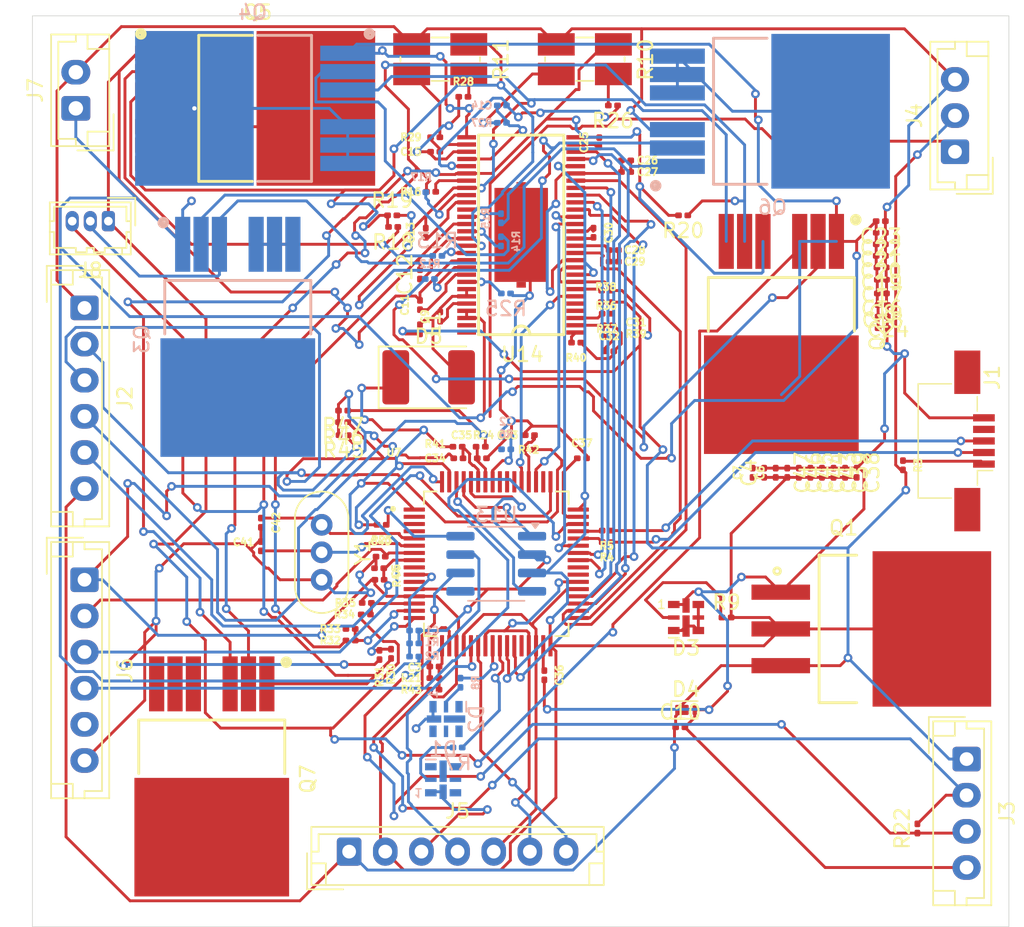
<source format=kicad_pcb>
(kicad_pcb (version 20241229) (generator "pcbnew") (generator_version "9.0")
  (layers (0 "F.Cu" signal) (2 "B.Cu" signal) (13 "F.Paste" user) (15 "B.Paste" user) (5 "F.SilkS" user "F.Silkscreen") (7 "B.SilkS" user "B.Silkscreen") (1 "F.Mask" user) (3 "B.Mask" user) (25 "Edge.Cuts" user))
  (net 0 "")
  (net 1 "/MCU/AN_IN")
  (net 2 "GND")
  (net 3 "/MCU/SERVO")
  (net 4 "/MCU/ADC_TEMP")
  (net 5 "VCC")
  (net 6 "/Filters/TEMP_IN")
  (net 7 "V_SUPPLY")
  (net 8 "Net-(U14-BST_BK)")
  (net 9 "Net-(D5A-K)")
  (net 10 "+5V")
  (net 11 "/Mosfet driver/H1_VS")
  (net 12 "Net-(U14-BST_A)")
  (net 13 "Net-(U14-BST_B)")
  (net 14 "/Mosfet driver/H2_VS")
  (net 15 "/Mosfet driver/H3_VS")
  (net 16 "Net-(U14-BST_C)")
  (net 17 "Net-(U14-SP1)")
  (net 18 "Net-(U14-SN1)")
  (net 19 "Net-(U14-SN2)")
  (net 20 "Net-(U14-SP2)")
  (net 21 "Net-(U14-AVDD)")
  (net 22 "Net-(U14-DVDD)")
  (net 23 "Net-(U14-GVDD)")
  (net 24 "Net-(U14-CP2)")
  (net 25 "Net-(U14-CP1)")
  (net 26 "Net-(U14-COMP)")
  (net 27 "Net-(C31-Pad2)")
  (net 28 "Net-(C32-Pad1)")
  (net 29 "/Filters/HALL3_OUT")
  (net 30 "/Filters/HALL2_OUT")
  (net 31 "/Filters/HALL1_OUT")
  (net 32 "Net-(U7-VCAP1)")
  (net 33 "Net-(U7-VCAP2)")
  (net 34 "NRST")
  (net 35 "Net-(U7-PH1_OSC_OUT)")
  (net 36 "Net-(U7-PH0_OSC_IN)")
  (net 37 "Net-(D1-A)")
  (net 38 "Net-(D2-A)")
  (net 39 "Net-(D3-A)")
  (net 40 "Net-(J1-D+)")
  (net 44 "Net-(J1-VBUS)")
  (net 45 "Net-(J1-D-)")
  (net 46 "/Filters/HALL3_IN")
  (net 47 "/Filters/HALL1_IN")
  (net 48 "/Filters/HALL2_IN")
  (net 49 "/CAN bus transceiver/CANH")
  (net 50 "/CAN bus transceiver/CANL")
  (net 51 "Net-(J4-Pin_1)")
  (net 52 "/MCU/RX_SCL_MOSI")
  (net 53 "/MCU/MISO_ADC_EXT2")
  (net 54 "/MCU/SCK_ADC_EXT")
  (net 55 "/MCU/TX_SDA_NSS")
  (net 57 "SWCLK")
  (net 58 "SWDIO")
  (net 59 "Net-(Q2-G)")
  (net 60 "Net-(Q3-G)")
  (net 61 "Net-(Q4-G)")
  (net 62 "/Mosfet driver/H1_LOW")
  (net 63 "Net-(Q5-G)")
  (net 64 "Net-(Q6-G)")
  (net 65 "Net-(Q7-G)")
  (net 66 "/Mosfet driver/H3_LOW")
  (net 67 "/MCU/USB_DM")
  (net 68 "/MCU/USB_DP")
  (net 69 "/MCU/LED_RED")
  (net 70 "/MCU/LED_GREEN")
  (net 71 "/Mosfet driver/SH1_A")
  (net 72 "/Mosfet driver/SH1_B")
  (net 73 "/Mosfet driver/SH2_A")
  (net 74 "/Mosfet driver/SH2_B")
  (net 75 "/Mosfet driver/M_H1")
  (net 76 "/Mosfet driver/M_L1")
  (net 77 "/Mosfet driver/M_H2")
  (net 78 "/Mosfet driver/M_L2")
  (net 79 "/Mosfet driver/M_L3")
  (net 80 "/Mosfet driver/M_H3")
  (net 81 "Net-(U13-Rs)")
  (net 82 "Net-(U14-BIAS)")
  (net 83 "/MCU/SENS1")
  (net 84 "/MCU/SENS2")
  (net 85 "/MCU/SENS3")
  (net 86 "Net-(U14-DTC)")
  (net 87 "Net-(U14-VSENSE)")
  (net 88 "Net-(U14-RT_CLK)")
  (net 89 "/MCU/H2")
  (net 91 "/MCU/FAULT")
  (net 96 "/MCU/BR_SO1")
  (net 97 "/MCU/H3")
  (net 98 "/MCU/EN_GATE")
  (net 99 "/MCU/L2")
  (net 100 "/CAN bus transceiver/CAN_RX")
  (net 101 "/MCU/L1")
  (net 103 "/MCU/BR_SO2")
  (net 105 "/MCU/L3")
  (net 109 "/CAN bus transceiver/CAN_TX")
  (net 111 "/MCU/DC_CAL")
  (net 112 "/MCU/H1")
  (footprint "Capacitor_SMD:C_0201_0603Metric" (layer "F.Cu") (at 157.25 85.09)
    (property "Reference" "C29")
    (property "Value" "2.2u")
  )
  (footprint "Resistor_SMD:R_0201_0603Metric" (layer "F.Cu") (at 148.05 97.89 180)
    (property "Reference" "R24")
    (property "Value" "10k")
  )
  (footprint "Capacitor_SMD:C_0201_0603Metric" (layer "F.Cu") (at 155.85 83.09 -90)
    (property "Reference" "C30")
    (property "Value" "22n")
  )
  (footprint "Resistor_SMD:R_0201_0603Metric" (layer "F.Cu") (at 157.195 74.29 180)
    (property "Reference" "R26")
    (property "Value" "100R")
  )
  (footprint "Resistor_SMD:R_0201_0603Metric" (layer "F.Cu") (at 165.05 109.7)
    (property "Reference" "R9")
    (property "Value" "R")
  )
  (footprint "Resistor_SMD:R_0201_0603Metric" (layer "F.Cu") (at 156.77 103.69 180)
    (property "Reference" "R5")
    (property "Value" "R")
  )
  (footprint "Capacitor_SMD:C_0201_0603Metric" (layer "F.Cu") (at 151.45 97.09 180)
    (property "Reference" "C33")
    (property "Value" "4n7")
  )
  (footprint "Resistor_SMD:R_0201_0603Metric" (layer "F.Cu") (at 141.995 82.69 180)
    (property "Reference" "R18")
    (property "Value" "39k")
  )
  (footprint "Resistor_SMD:R_0201_0603Metric" (layer "F.Cu") (at 146.505 98.69)
    (property "Reference" "R41")
    (property "Value" "10k")
  )
  (footprint "Capacitor_SMD:C_0201_0603Metric" (layer "F.Cu") (at 172.45 99.69 -90)
    (property "Reference" "C43")
    (property "Value" "2.2u")
  )
  (footprint "Resistor_SMD:R_0201_0603Metric" (layer "F.Cu") (at 141.195 103.29 180)
    (property "Reference" "R23")
    (property "Value" "10k")
  )
  (footprint "Capacitor_SMD:C_0201_0603Metric" (layer "F.Cu") (at 175.795 87.29 180)
    (property "Reference" "C16")
    (property "Value" "10u")
  )
  (footprint "Capacitor_SMD:C_0201_0603Metric" (layer "F.Cu") (at 155.05 98.69)
    (property "Reference" "C37")
    (property "Value" "2.2u")
  )
  (footprint "Resistor_SMD:R_0201_0603Metric" (layer "F.Cu") (at 144.85 114.69)
    (property "Reference" "R43")
    (property "Value" "NTC 10k")
  )
  (footprint "Inductor_SMD:L_0201_0603Metric" (layer "F.Cu") (at 143.85 89.77 -90)
    (property "Reference" "L1")
    (property "Value" "22u")
  )
  (footprint "Capacitor_SMD:C_0201_0603Metric" (layer "F.Cu") (at 156.25 76.835 90)
    (property "Reference" "C25")
    (property "Value" "2.2u")
  )
  (footprint "IRFS7530TRL7PP (2):TO127P1524X483-7N" (layer "F.Cu") (at 129.45 120.69 -90)
    (property "Reference" "Q7")
    (property "Value" "NMOS")
  )
  (footprint "Resistor_SMD:R_0201_0603Metric" (layer "F.Cu") (at 177.25 99.17 -90)
    (property "Reference" "R3")
    (property "Value" "R")
  )
  (footprint "Connector_Hirose:Hirose_DF13-03P-1.25DSA_1x03_P1.25mm_Vertical" (layer "F.Cu") (at 122.3 82.29 180)
    (property "Reference" "J8")
    (property "Value" "Conn_01x03_Pin")
  )
  (footprint "Resistor_SMD:R_0201_0603Metric" (layer "F.Cu") (at 140.105 109.49 180)
    (property "Reference" "R34")
    (property "Value" "39k")
  )
  (footprint "Capacitor_SMD:C_0201_0603Metric" (layer "F.Cu") (at 166.85 99.69 90)
    (property "Reference" "C7")
    (property "Value" "100u")
  )
  (footprint "Capacitor_SMD:C_0201_0603Metric" (layer "F.Cu") (at 144.905 77.49)
    (property "Reference" "C15")
    (property "Value" "2.2n")
  )
  (footprint "Resistor_SMD:R_0201_0603Metric" (layer "F.Cu") (at 154.65 90.69 180)
    (property "Reference" "R40")
    (property "Value" "220k")
  )
  (footprint "Connector_JST:JST_EH_B6B-EH-A_1x06_P2.50mm_Vertical" (layer "F.Cu") (at 120.65 88.29 -90)
    (property "Reference" "J2")
    (property "Value" "Conn_01x06")
  )
  (footprint "Capacitor_SMD:C_0201_0603Metric" (layer "F.Cu") (at 148.13 98.69)
    (property "Reference" "C35")
    (property "Value" "4n7")
  )
  (footprint "DRV8302:TSSOP-56_3" (layer "F.Cu") (at 150.85 83.24 180)
    (property "Reference" "U14")
    (property "Value" "~")
  )
  (footprint "Resistor_SMD:R_0201_0603Metric" (layer "F.Cu") (at 139.05 111.29 180)
    (property "Reference" "R32")
    (property "Value" "39k")
  )
  (footprint "Resistor_SMD:R_0201_0603Metric" (layer "F.Cu") (at 156.705 87.89)
    (property "Reference" "R38")
    (property "Value" "18k")
  )
  (footprint "Capacitor_SMD:C_0201_0603Metric" (layer "F.Cu") (at 175.72 83.89 180)
    (property "Reference" "C21")
    (property "Value" "10u")
  )
  (footprint "Resistor_SMD:R_0201_0603Metric" (layer "F.Cu") (at 178.25 124.29 90)
    (property "Reference" "R22")
    (property "Value" "R")
  )
  (footprint "Capacitor_SMD:C_0201_0603Metric" (layer "F.Cu") (at 144.25 83.09 90)
    (property "Reference" "C13")
    (property "Value" "220n")
  )
  (footprint "Capacitor_SMD:C_0201_0603Metric" (layer "F.Cu") (at 152.45 113.69 -90)
    (property "Reference" "C36")
    (property "Value" "2.2u")
  )
  (footprint "Capacitor_SMD:C_0201_0603Metric" (layer "F.Cu") (at 169.25 99.69 -90)
    (property "Reference" "C47")
    (property "Value" "2.2u")
  )
  (footprint "Capacitor_SMD:C_0201_0603Metric" (layer "F.Cu") (at 143.85 85.97 90)
    (property "Reference" "C12")
    (property "Value" "220n")
  )
  (footprint "Resistor_SMD:R_0201_0603Metric" (layer "F.Cu") (at 162.05 81.89 180)
    (property "Reference" "R20")
    (property "Value" "39k")
  )
  (footprint "Crystal:Crystal_HC52-U-3Pin_Vertical" (layer "F.Cu") (at 137.05 103.29 -90)
    (property "Reference" "Y1")
    (property "Value" "Crystal_GND3_Small")
  )
  (footprint "Capacitor_SMD:C_0201_0603Metric" (layer "F.Cu") (at 175.85 88.09 180)
    (property "Reference" "C18")
    (property "Value" "10u")
  )
  (footprint "Capacitor_SMD:C_0201_0603Metric" (layer "F.Cu") (at 146.45 97.89 180)
    (property "Reference" "C34")
    (property "Value" "4n7")
  )
  (footprint "Capacitor_SMD:C_0201_0603Metric" (layer "F.Cu") (at 168.45 99.69 90)
    (property "Reference" "C6")
    (property "Value" "2.2u")
  )
  (footprint "Capacitor_SMD:C_0201_0603Metric" (layer "F.Cu") (at 175.795 86.34 180)
    (property "Reference" "C17")
    (property "Value" "10u")
  )
  (footprint "Resistor_SMD:R_0201_0603Metric" (layer "F.Cu") (at 138.57 97.09 180)
    (property "Reference" "R45")
    (property "Value" "2k2")
  )
  (footprint "Capacitor_SMD:C_0201_0603Metric" (layer "F.Cu") (at 170.85 99.69 -90)
    (property "Reference" "C45")
    (property "Value" "2.2u")
  )
  (footprint "Capacitor_SMD:C_0201_0603Metric" (layer "F.Cu") (at 175.77 85.49 180)
    (property "Reference" "C19")
    (property "Value" "15u")
  )
  (footprint "Capacitor_SMD:C_0201_0603Metric" (layer "F.Cu") (at 157.25 84.29)
    (property "Reference" "C28")
    (property "Value" "2.2u")
  )
  (footprint "IRFS7530TRL7PP (2):TO127P1524X483-7N" (layer "F.Cu") (at 168.84 90.09 -90)
    (property "Reference" "Q2")
    (property "Value" "NMOS")
  )
  (footprint "Capacitor_SMD:C_0201_0603Metric" (layer "F.Cu") (at 156.93 91.29)
    (property "Reference" "C32")
    (property "Value" "6.8n")
  )
  (footprint "Resistor_SMD:R_0201_0603Metric" (layer "F.Cu") (at 138.535 96.19 180)
    (property "Reference" "R46")
    (property "Value" "2k2")
  )
  (footprint "Capacitor_SMD:C_0201_0603Metric" (layer "F.Cu") (at 143.85 88.09 90)
    (property "Reference" "C11")
    (property "Value" "220n")
  )
  (footprint "Diode_SMD:D_2114_3652Metric_Pad1.85x3.75mm_HandSolder" (layer "F.Cu") (at 144.45 93.09)
    (property "Reference" "D5")
    (property "Value" "DIODESCH")
  )
  (footprint "Connector_JST:JST_EH_B4B-EH-A_1x04_P2.50mm_Vertical" (layer "F.Cu") (at 181.65 119.49 -90)
    (property "Reference" "J3")
    (property "Value" "Conn_01x04")
  )
  (footprint "Capacitor_SMD:C_0201_0603Metric" (layer "F.Cu") (at 175.72 83.09 180)
    (property "Reference" "C22")
    (property "Value" "15u")
  )
  (footprint "Resistor_SMD:R_0201_0603Metric" (layer "F.Cu") (at 151.37 98.09 180)
    (property "Reference" "R42")
    (property "Value" "10k")
  )
  (footprint "Connector_JST:JST_EH_B2B-EH-A_1x02_P2.50mm_Vertical" (layer "F.Cu") (at 120.05 74.49 90)
    (property "Reference" "J7")
    (property "Value" "Conn_01x02_Pin")
  )
  (footprint "STM32F405RGT6:QFP50P1200X1200X160-64N" (layer "F.Cu") (at 149.125 105.985)
    (property "Reference" "U7")
    (property "Value" "~")
  )
  (footprint "Resistor_SMD:R_Shunt_Ohmite_LVK20" (layer "F.Cu") (at 145.25 71.09 -90)
    (property "Reference" "R11")
    (property "Value" "R_Shunt")
  )
  (footprint "Resistor_SMD:R_0201_0603Metric" (layer "F.Cu") (at 141.05 112.29 -90)
    (property "Reference" "R31")
    (property "Value" "2k2")
  )
  (footprint "Capacitor_SMD:C_0201_0603Metric" (layer "F.Cu") (at 175.85 88.89 180)
    (property "Reference" "C24")
    (property "Value" "10u")
  )
  (footprint "Capacitor_SMD:C_0201_0603Metric" (layer "F.Cu") (at 175.72 84.69 180)
    (property "Reference" "C20")
    (property "Value" "10u")
  )
  (footprint "Resistor_SMD:R_0201_0603Metric" (layer "F.Cu") (at 144.905 76.49)
    (property "Reference" "R29")
    (property "Value" "100R")
  )
  (footprint "Capacitor_SMD:C_0201_0603Metric" (layer "F.Cu") (at 170.05 99.69 -90)
    (property "Reference" "C46")
    (property "Value" "2.2u")
  )
  (footprint "Capacitor_SMD:C_0201_0603Metric" (layer "F.Cu") (at 141.13 105.49)
    (property "Reference" "C40")
    (property "Value" "100n")
  )
  (footprint "Capacitor_SMD:C_0201_0603Metric" (layer "F.Cu") (at 161.85 117.29)
    (property "Reference" "C10")
    (property "Value" "100u")
  )
  (footprint "Resistor_SMD:R_0201_0603Metric" (layer "F.Cu") (at 138.535 95.39 180)
    (property "Reference" "R47")
    (property "Value" "2k2")
  )
  (footprint "Resistor_SMD:R_0201_0603Metric" (layer "F.Cu") (at 144.62 80.26 180)
    (property "Reference" "R16")
    (property "Value" "4R7")
  )
  (footprint "Resistor_SMD:R_0201_0603Metric" (layer "F.Cu") (at 156.77 104.49 180)
    (property "Reference" "R4")
    (property "Value" "R")
  )
  (footprint "Connector_JST:JST_EH_B7B-EH-A_1x07_P2.50mm_Vertical" (layer "F.Cu") (at 138.95 125.89)
    (property "Reference" "J5")
    (property "Value" "Conn_01x07")
  )
  (footprint "Resistor_SMD:R_0201_0603Metric" (layer "F.Cu") (at 139.05 110.49 180)
    (property "Reference" "R33")
    (property "Value" "2k2")
  )
  (footprint "Capacitor_SMD:C_0201_0603Metric" (layer "F.Cu") (at 132.85 104.77 90)
    (property "Reference" "C41")
    (property "Value" "15p")
  )
  (footprint "Resistor_SMD:R_0201_0603Metric" (layer "F.Cu") (at 140.17 108.69 180)
    (property "Reference" "R35")
    (property "Value" "2k2")
  )
  (footprint "Capacitor_SMD:C_0201_0603Metric" (layer "F.Cu") (at 175.715 82.29 180)
    (property "Reference" "C23")
    (property "Value" "10u")
  )
  (footprint "Capacitor_SMD:C_0201_0603Metric" (layer "F.Cu") (at 145.25 88.89 90)
    (property "Reference" "C9")
    (property "Value" "100n")
  )
  (footprint "Capacitor_SMD:C_0201_0603Metric" (layer "F.Cu") (at 144.85 113.09 180)
    (property "Reference" "C3")
    (property "Value" "2.2u")
  )
  (footprint "TC2117-3.3VEBTR:TO254P1491X483-4N" (layer "F.Cu") (at 175.05 110.49)
    (property "Reference" "Q1")
    (property "Value" "TC2117-3.3VEBTR")
  )
  (footprint "Resistor_SMD:R_0201_0603Metric" (layer "F.Cu") (at 146.85 73.69)
    (property "Reference" "R28")
    (property "Value" "100R")
  )
  (footprint "Capacitor_SMD:C_0201_0603Metric" (layer "F.Cu") (at 132.85 103.145 -90)
    (property "Reference" "C42")
    (property "Value" "15p")
  )
  (footprint "Capacitor_SMD:C_0201_0603Metric" (layer "F.Cu") (at 174.05 99.69 -90)
    (property "Reference" "C38")
    (property "Value" "2.2u")
  )
  (footprint "Capacitor_SMD:C_0201_0603Metric" (layer "F.Cu") (at 156.85 89.49)
    (property "Reference" "C31")
    (property "Value" "120p")
  )
  (footprint "Resistor_SMD:R_0201_0603Metric" (layer "F.Cu") (at 141.05 107.09 180)
    (property "Reference" "R44")
    (property "Value" "10k")
  )
  (footprint "Resistor_SMD:R_0201_0603Metric" (layer "F.Cu") (at 141.93 81.89)
    (property "Reference" "R19")
    (property "Value" "39k")
  )
  (footprint "Capacitor_SMD:C_0201_0603Metric" (layer "F.Cu") (at 173.25 99.69 -90)
    (property "Reference" "C39")
    (property "Value" "2.2u")
  )
  (footprint "Connector_JST:JST_EH_B6B-EH-A_1x06_P2.50mm_Vertical" (layer "F.Cu") (at 120.65 107.09 -90)
    (property "Reference" "J6")
    (property "Value" "Conn_01x06")
  )
  (footprint "Resistor_SMD:R_0201_0603Metric" (layer "F.Cu") (at 156.77 88.69 180)
    (property "Reference" "R37")
    (property "Value" "3k3")
  )
  (footprint "Connector_USB:USB_Mini-B_AdamTech_MUSB-B5-S-VT-TSMT-1_SMD_Vertical" (layer "F.Cu") (at 181.25 97.49 180)
    (property "Reference" "J1")
    (property "Value" "USB_B_Mini")
  )
  (footprint "Resistor_SMD:R_0201_0603Metric" (layer "F.Cu") (at 156.915 90.29)
    (property "Reference" "R39")
    (property "Value" "15k")
  )
  (footprint "Capacitor_SMD:C_0201_0603Metric" (layer "F.Cu") (at 158.105 78.09)
    (property "Reference" "C26")
    (property "Value" "2.2u")
  )
  (footprint "IRFS7530TRL7PP (2):TO127P1524X483-7N" (layer "F.Cu") (at 132.45 74.49)
    (property "Reference" "Q5")
    (property "Value" "NMOS")
  )
  (footprint "Capacitor_SMD:C_0201_0603Metric" (layer "F.Cu") (at 171.65 99.69 -90)
    (property "Reference" "C44")
    (property "Value" "2.2u")
  )
  (footprint "Capacitor_SMD:C_0201_0603Metric" (layer "F.Cu") (at 175.85 89.69)
    (property "Reference" "C8")
    (property "Value" "10u")
  )
  (footprint "Capacitor_SMD:C_0201_0603Metric" (layer "F.Cu") (at 167.65 99.69 90)
    (property "Reference" "C4")
    (property "Value" "2.2u")
  )
  (footprint "Resistor_SMD:R_0201_0603Metric" (layer "F.Cu") (at 144.85 113.89)
    (property "Reference" "R21")
    (property "Value" "10k")
  )
  (footprint "Capacitor_SMD:C_0201_0603Metric" (layer "F.Cu") (at 141.025 106.29 180)
    (property "Reference" "C5")
    (property "Value" "4n7")
  )
  (footprint "Resistor_SMD:R_0201_0603Metric" (layer "F.Cu") (at 156.73 87.09 180)
    (property "Reference" "R36")
    (property "Value" "10k")
  )
  (footprint "Connector_JST:JST_EH_B3B-EH-A_1x03_P2.50mm_Vertical" (layer "F.Cu") (at 180.85 77.49 90)
    (property "Reference" "J4")
    (property "Value" "Conn_01x03")
  )
  (footprint "Resistor_SMD:R_Shunt_Ohmite_LVK20" (layer "F.Cu") (at 155.25 71.09 -90)
    (property "Reference" "R10")
    (property "Value" "R_Shunt")
  )
  (footprint "Capacitor_SMD:C_0201_0603Metric" (layer "F.Cu") (at 158.105 78.89)
    (property "Reference" "C27")
    (property "Value" "2.2u")
  )
  (footprint "Diode_SMD:Nexperia_DSN1608-2_1.6x0.8mm" (layer "F.Cu") (at 162.25 116.09)
    (property "Reference" "D4")
    (property "Value" "PTVS5V0Z1USK")
  )
  (footprint "LED_SMD:LED-APA102-2020" (layer "F.Cu") (at 162.25 109.7)
    (property "Reference" "D3")
    (property "Value" "LED")
  )
  (footprint "Resistor_SMD:R_0201_0603Metric" (layer "F.Cu") (at 141.85 112.21 -90)
    (property "Reference" "R30")
    (property "Value" "39k")
  )
  (footprint "LED_SMD:LED-APA102-2020" (layer "B.Cu") (at 145.45 120.92)
    (property "Reference" "D1")
    (property "Value" "LED")
  )
  (footprint "Capacitor_SMD:C_0201_0603Metric" (layer "B.Cu") (at 149.515118 74.29 180)
    (property "Reference" "C14")
    (property "Value" "2.2n")
  )
  (footprint "Resistor_SMD:R_0201_0603Metric" (layer "B.Cu") (at 146.45 118.69)
    (property "Reference" "R7")
    (property "Value" "R")
  )
  (footprint "Resistor_SMD:R_0201_0603Metric" (layer "B.Cu") (at 143.93 80.29 180)
    (property "Reference" "R17")
    (property "Value" "4R7")
  )
  (footprint "Resistor_SMD:R_0201_0603Metric" (layer "B.Cu") (at 145.05 84.69 180)
    (property "Reference" "R13")
    (property "Value" "4R7")
  )
  (footprint "Resistor_SMD:R_0201_0603Metric" (layer "B.Cu") (at 146.65 114.21 90)
    (property "Reference" "R8")
    (property "Value" "R")
  )
  (footprint "IRFS7530TRL7PP (2):TO127P1524X483-7N" (layer "B.Cu") (at 131.25 90.29 -90)
    (property "Reference" "Q3")
    (property "Value" "NMOS")
  )
  (footprint "IRFS7530TRL7PP (2):TO127P1524X483-7N" (layer "B.Cu") (at 168.05 74.69)
    (property "Reference" "Q6")
    (property "Value" "NMOS")
  )
  (footprint "Capacitor_SMD:C_0201_0603Metric" (layer "B.Cu") (at 143.45 110.6 180)
    (property "Reference" "C1")
    (property "Value" "C")
  )
  (footprint "Resistor_SMD:R_0201_0603Metric" (layer "B.Cu") (at 149.81 98.07 180)
    (property "Reference" "R6")
    (property "Value" "R")
  )
  (footprint "Resistor_SMD:R_0201_0603Metric" (layer "B.Cu") (at 143.45 111.49 180)
    (property "Reference" "R1")
    (property "Value" "R")
  )
  (footprint "Resistor_SMD:R_0201_0603Metric" (layer "B.Cu") (at 149.795 87.29)
    (property "Reference" "R25")
    (property "Value" "1M")
  )
  (footprint "Package_SO:SOIC-8_3.9x4.9mm_P1.27mm" (layer "B.Cu") (at 149.125 105.985 180)
    (property "Reference" "U13")
    (property "Value" "SN65HVD230")
  )
  (footprint "Resistor_SMD:R_0201_0603Metric" (layer "B.Cu") (at 149.515118 75.49 180)
    (property "Reference" "R27")
    (property "Value" "100R")
  )
  (footprint "Resistor_SMD:R_0201_0603Metric" (layer "B.Cu") (at 143.45 112.4 180)
    (property "Reference" "R2")
    (property "Value" "R")
  )
  (footprint "LED_SMD:LED-APA102-2020" (layer "B.Cu") (at 145.65 116.72 -90)
    (property "Reference" "D2")
    (property "Value" "LED")
  )
  (footprint "Resistor_SMD:R_0201_0603Metric" (layer "B.Cu") (at 149.45 82.09 -90)
    (property "Reference" "R15")
    (property "Value" "4R7")
  )
  (footprint "Capacitor_SMD:C_0201_0603Metric" (layer "B.Cu") (at 149.82 97.2 180)
    (property "Reference" "C2")
    (property "Value" "C")
  )
  (footprint "IRFS7530TRL7PP (2):TO127P1524X483-7N" (layer "B.Cu") (at 132.45 74.49 180)
    (property "Reference" "Q4")
    (property "Value" "NMOS")
  )
  (footprint "Resistor_SMD:R_0201_0603Metric" (layer "B.Cu") (at 149.45 83.69 90)
    (property "Reference" "R14")
    (property "Value" "4R7")
  )
  (footprint "Resistor_SMD:R_0201_0603Metric" (layer "B.Cu") (at 144.53 86.29 180)
    (property "Reference" "R12")
    (property "Value" "4R7")
  )
  (gr_rect (start 117.05 68.09) (end 184.575 131.09) (stroke (width 0.05)) (fill no) (layer "Edge.Cuts"))
  (segment (start 162.25 110.29) (end 162.79 110.29) (width 0.2) (layer "F.Cu") (net 0))
  (segment (start 161.4 110.6) (end 161.94 110.6) (width 0.2) (layer "F.Cu") (net 0))
  (segment (start 163.1 109.7) (end 163.1 108.8) (width 0.2) (layer "F.Cu") (net 0))
  (segment (start 161.94 110.6) (end 162.25 110.29) (width 0.2) (layer "F.Cu") (net 0))
  (segment (start 126.05 78.3) (end 126.05 77.03) (width 0.2) (layer "F.Cu") (net 0))
  (segment (start 163.1 109.7) (end 163.1 110.6) (width 0.2) (layer "F.Cu") (net 0))
  (segment (start 126.05 75.76) (end 126.05 77.03) (width 0.2) (layer "F.Cu") (net 0))
  (segment (start 135.38 75.76) (end 136.65 74.49) (width 0.2) (layer "F.Cu") (net 0))
  (segment (start 126.05 75.76) (end 135.38 75.76) (width 0.2) (layer "F.Cu") (net 0))
  (segment (start 136.65 74.49) (end 128.25 74.49) (width 0.2) (layer "F.Cu") (net 0))
  (segment (start 162.79 110.29) (end 163.1 110.6) (width 0.2) (layer "F.Cu") (net 0))
  (via (at 128.25 74.49) (size 0.6) (drill 0.3) (layers "F.Cu" "B.Cu") (net 0))
  (segment (start 170.11 83.69) (end 171.38 83.69) (width 0.2) (layer "B.Cu") (net 0))
  (segment (start 170.11 93.02) (end 168.84 94.29) (width 0.2) (layer "B.Cu") (net 0))
  (segment (start 133.79 83.89) (end 132.52 83.89) (width 0.2) (layer "B.Cu") (net 0))
  (segment (start 161.65 72.15) (end 161.65 73.42) (width 0.2) (layer "B.Cu") (net 0))
  (segment (start 170.11 83.69) (end 170.11 93.02) (width 0.2) (layer "B.Cu") (net 0))
  (segment (start 138.85 75.76) (end 138.85 77.03) (width 0.2) (layer "B.Cu") (net 0))
  (segment (start 138.85 77.03) (end 138.85 78.3) (width 0.2) (layer "B.Cu") (net 0))
  (segment (start 137.58 74.49) (end 138.85 75.76) (width 0.2) (layer "B.Cu") (net 0))
  (segment (start 161.65 70.88) (end 161.65 72.15) (width 0.2) (layer "B.Cu") (net 0))
  (segment (start 171.38 83.69) (end 172.65 83.69) (width 0.2) (layer "B.Cu") (net 0))
  (segment (start 128.25 74.49) (end 137.58 74.49) (width 0.2) (layer "B.Cu") (net 0))
  (segment (start 135.06 83.89) (end 133.79 83.89) (width 0.2) (layer "B.Cu") (net 0))
  (segment (start 172.25 74.69) (end 165.46 74.69) (width 0.2) (layer "B.Cu") (net 0))
  (segment (start 165.46 74.69) (end 161.65 70.88) (width 0.2) (layer "B.Cu") (net 0))
  (segment (start 143.455 106.735) (end 144.495 106.735) (width 0.2) (layer "F.Cu") (net 1))
  (segment (start 144.495 106.735) (end 144.65 106.89) (width 0.2) (layer "F.Cu") (net 1))
  (via (at 144.65 106.89) (size 0.6) (drill 0.3) (layers "F.Cu" "B.Cu") (net 1))
  (segment (start 143.13 108.41) (end 143.13 110.6) (width 0.2) (layer "B.Cu") (net 1))
  (segment (start 144.65 106.89) (end 143.13 108.41) (width 0.2) (layer "B.Cu") (net 1))
  (segment (start 143.13 110.6) (end 143.13 111.49) (width 0.2) (layer "B.Cu") (net 1))
  (segment (start 143.13 111.49) (end 143.13 112.4) (width 0.2) (layer "B.Cu") (net 1))
  (segment (start 148.45 98.69) (end 150.18 96.96) (width 0.2) (layer "F.Cu") (net 2))
  (segment (start 176.04 84.69) (end 176.04 85.44) (width 0.2) (layer "F.Cu") (net 2))
  (segment (start 145.624 110.4) (end 145.875 110.651) (width 0.2) (layer "F.Cu") (net 2))
  (segment (start 152.45 115.85) (end 152.65 116.05) (width 0.2) (layer "F.Cu") (net 2))
  (segment (start 153.61 86.49) (end 154.625 86.49) (width 0.2) (layer "F.Cu") (net 2))
  (segment (start 162.85 116.09) (end 162.85 116.61) (width 0.2) (layer "F.Cu") (net 2))
  (segment (start 120.65 88.29) (end 118.749 86.389) (width 0.2) (layer "F.Cu") (net 2))
  (segment (start 131.737972 104.598972) (end 132.349 105.21) (width 0.2) (layer "F.Cu") (net 2))
  (segment (start 151.13 97.09) (end 151.13 96.890001) (width 0.2) (layer "F.Cu") (net 2))
  (segment (start 168.45 99.37) (end 169.25 99.37) (width 0.2) (layer "F.Cu") (net 2))
  (segment (start 133.371028 106.289) (end 133.22 106.289) (width 0.2) (layer "F.Cu") (net 2))
  (segment (start 155.37 98.490001) (end 155.37 98.69) (width 0.2) (layer "F.Cu") (net 2))
  (segment (start 158.417372 74.63) (end 159.18 73.867372) (width 0.2) (layer "F.Cu") (net 2))
  (segment (start 167.75 106.9) (end 168.8 107.95) (width 0.2) (layer "F.Cu") (net 2))
  (segment (start 174.551 102.199) (end 174.551 99.671001) (width 0.2) (layer "F.Cu") (net 2))
  (segment (start 144.11 96.73) (end 141.26 96.73) (width 0.2) (layer "F.Cu") (net 2))
  (segment (start 175.98 97.44) (end 175.98 96.64) (width 0.2) (layer "F.Cu") (net 2))
  (segment (start 176.149 90.96) (end 176.149 89.711) (width 0.2) (layer "F.Cu") (net 2))
  (segment (start 157.8171 87.09) (end 157.05 87.09) (width 0.2) (layer "F.Cu") (net 2))
  (segment (start 123.201 68.839) (end 120.05 71.99) (width 0.2) (layer "F.Cu") (net 2))
  (segment (start 132.139565 105.000565) (end 132.349 105.21) (width 0.2) (layer "F.Cu") (net 2))
  (segment (start 149.409 95.329) (end 150.18 96.1) (width 0.2) (layer "F.Cu") (net 2))
  (segment (start 140.81 106.185) (end 140.705 106.29) (width 0.2) (layer "F.Cu") (net 2))
  (segment (start 146.549 123.291) (end 148.199 123.291) (width 0.2) (layer "F.Cu") (net 2))
  (segment (start 165.12 114.8) (end 165.12 114.43) (width 0.2) (layer "F.Cu") (net 2))
  (segment (start 182.85 95.89) (end 179.081 95.89) (width 0.2) (layer "F.Cu") (net 2))
  (segment (start 161.4 108.8) (end 162.18 108.8) (width 0.2) (layer "F.Cu") (net 2))
  (segment (start 171.87 126.99) (end 181.65 126.99) (width 0.2) (layer "F.Cu") (net 2))
  (segment (start 153.51 85.7701) (end 153.51 86.39) (width 0.2) (layer "F.Cu") (net 2))
  (segment (start 127.511028 104.598972) (end 131.737972 104.598972) (width 0.2) (layer "F.Cu") (net 2))
  (segment (start 144.351 68.989) (end 143.275 70.065) (width 0.2) (layer "F.Cu") (net 2))
  (segment (start 151.65 96.47) (end 153.349999 96.47) (width 0.2) (layer "F.Cu") (net 2))
  (segment (start 125.82 106.29) (end 127.511028 104.598972) (width 0.2) (layer "F.Cu") (net 2))
  (segment (start 149.465637 92.6) (end 149.409 92.656637) (width 0.2) (layer "F.Cu") (net 2))
  (segment (start 159.74 89.0129) (end 157.8171 87.09) (width 0.2) (layer "F.Cu") (net 2))
  (segment (start 162.86 116.08) (end 162.85 116.09) (width 0.2) (layer "F.Cu") (net 2))
  (segment (start 132.85 104.45) (end 132.85 103.465) (width 0.2) (layer "F.Cu") (net 2))
  (segment (start 177.349 68.989) (end 159.18 68.989) (width 0.2) (layer "F.Cu") (net 2))
  (segment (start 176.035 82.29) (end 176.035 81.424) (width 0.2) (layer "F.Cu") (net 2))
  (segment (start 153.275 70.065) (end 152.199 68.989) (width 0.2) (layer "F.Cu") (net 2))
  (segment (start 139.85 108.490001) (end 139.85 108.69) (width 0.2) (layer "F.Cu") (net 2))
  (segment (start 147.375 101.096146) (end 147.629854 101.351) (width 0.2) (layer "F.Cu") (net 2))
  (segment (start 151.28 96.1) (end 151.65 96.47) (width 0.2) (layer "F.Cu") (net 2))
  (segment (start 149.409 92.656637) (end 149.409 95.329) (width 0.2) (layer "F.Cu") (net 2))
  (segment (start 150.85 83.24) (end 151.476 83.866) (width 0.2) (layer "F.Cu") (net 2))
  (segment (start 174.551 99.671001) (end 174.249999 99.37) (width 0.2) (layer "F.Cu") (net 2))
  (segment (start 140.81 105.49) (end 140.81 105.62) (width 0.2) (layer "F.Cu") (net 2))
  (segment (start 125.6 110.81) (end 125.6 109.94) (width 0.2) (layer "F.Cu") (net 2))
  (segment (start 154.625 76.49) (end 156.225 76.49) (width 0.2) (layer "F.Cu") (net 2))
  (segment (start 153.349999 96.47) (end 155.37 98.490001) (width 0.2) (layer "F.Cu") (net 2))
  (segment (start 156.60987 86.49) (end 157.05 86.93013) (width 0.2) (layer "F.Cu") (net 2))
  (segment (start 157.57 84.29) (end 157.57 85.09) (width 0.2) (layer "F.Cu") (net 2))
  (segment (start 176.04 85.44) (end 176.09 85.49) (width 0.2) (layer "F.Cu") (net 2))
  (segment (start 148.199 123.291) (end 148.51 122.98) (width 0.2) (layer "F.Cu") (net 2))
  (segment (start 167.65 99.37) (end 168.45 99.37) (width 0.2) (layer "F.Cu") (net 2))
  (segment (start 153.51 86.39) (end 153.61 86.49) (width 0.2) (layer "F.Cu") (net 2))
  (segment (start 162.85 116.61) (end 162.17 117.29) (width 0.2) (layer "F.Cu") (net 2))
  (segment (start 144.11 96.73) (end 145.27 97.89) (width 0.2) (layer "F.Cu") (net 2))
  (segment (start 159.74 90.049972) (end 159.74 89.0129) (width 0.2) (layer "F.Cu") (net 2))
  (segment (start 157.05 86.93013) (end 157.05 87.09) (width 0.2) (layer "F.Cu") (net 2))
  (segment (start 176.17 88.89) (end 176.17 89.69) (width 0.2) (layer "F.Cu") (net 2))
  (segment (start 140.71 112.95) (end 138.6 112.95) (width 0.2) (layer "F.Cu") (net 2))
  (segment (start 171.65 99.37) (end 172.45 99.37) (width 0.2) (layer "F.Cu") (net 2))
  (segment (start 150.181 101.351) (end 150.88 102.05) (width 0.2) (layer "F.Cu") (net 2))
  (segment (start 176.09 85.49) (end 176.09 86.315) (width 0.2) (layer "F.Cu") (net 2))
  (segment (start 176.149 89.711) (end 176.17 89.69) (width 0.2) (layer "F.Cu") (net 2))
  (segment (start 162.25 108.87) (end 162.25 108.398) (width 0.2) (layer "F.Cu") (net 2))
  (segment (start 145.27 97.89) (end 146.13 97.89) (width 0.2) (layer "F.Cu") (net 2))
  (segment (start 140.450029 107.988501) (end 140.3515 107.988501) (width 0.2) (layer "F.Cu") (net 2))
  (segment (start 176.09 86.315) (end 176.115 86.34) (width 0.2) (layer "F.Cu") (net 2))
  (segment (start 142.422319 99.218304) (end 142.580623 99.06) (width 0.2) (layer "F.Cu") (net 2))
  (segment (start 154.625 85.49) (end 153.7901 85.49) (width 0.2) (layer "F.Cu") (net 2))
  (segment (start 169.25 99.37) (end 170.05 99.37) (width 0.2) (layer "F.Cu") (net 2))
  (segment (start 158.425 78.09) (end 158.425 78.89) (width 0.2) (layer "F.Cu") (net 2))
  (segment (start 151.476 83.866) (end 151.476 87.394) (width 0.2) (layer "F.Cu") (net 2))
  (segment (start 170.05 99.37) (end 170.85 99.37) (width 0.2) (layer "F.Cu") (net 2))
  (segment (start 154.625 86.49) (end 156.60987 86.49) (width 0.2) (layer "F.Cu") (net 2))
  (segment (start 174.05 99.37) (end 175.98 97.44) (width 0.2) (layer "F.Cu") (net 2))
  (segment (start 159.601 90.188972) (end 159.74 90.049972) (width 0.2) (layer "F.Cu") (net 2))
  (segment (start 176.115 87.29) (end 176.115 88.035) (width 0.2) (layer "F.Cu") (net 2))
  (segment (start 140.81 105.62) (end 139.68 106.75) (width 0.2) (layer "F.Cu") (net 2))
  (segment (start 140.875 103.29) (end 139.619521 103.29) (width 0.2) (layer "F.Cu") (net 2))
  (segment (start 124.814 110.726) (end 125.6 109.94) (width 0.2) (layer "F.Cu") (net 2))
  (segment (start 151.550001 96.47) (end 151.65 96.47) (width 0.2) (layer "F.Cu") (net 2))
  (segment (start 174.249999 99.37) (end 174.05 99.37) (width 0.2) (layer "F.Cu") (net 2))
  (segment (start 132.69013 104.45) (end 132.139565 105.000565) (width 0.2) (layer "F.Cu") (net 2))
  (segment (start 118.749 73.291) (end 120.05 71.99) (width 0.2) (layer "F.Cu") (net 2))
  (segment (start 153.7901 85.49) (end 153.51 85.7701) (width 0.2) (layer "F.Cu") (net 2))
  (segment (start 141.05 112.61) (end 140.71 112.95) (width 0.2) (layer "F.Cu") (net 2))
  (segment (start 173.25 99.37) (end 174.05 99.37) (width 0.2) (layer "F.Cu") (net 2))
  (segment (start 151.476 87.394) (end 151.43 87.44) (width 0.2) (layer "F.Cu") (net 2))
  (segment (start 132.349 105.418) (end 132.349 105.21) (width 0.2) (layer "F.Cu") (net 2))
  (segment (start 162.728 107.92) (end 163.12 107.92) (width 0.2) (layer "F.Cu") (net 2))
  (segment (start 118.749 86.389) (end 118.749 73.291) (width 0.2) (layer "F.Cu") (net 2))
  (segment (start 154.351 68.989) (end 153.275 70.065) (width 0.2) (layer "F.Cu") (net 2))
  (segment (start 142.049 68.839) (end 123.201 68.839) (width 0.2) (layer "F.Cu") (net 2))
  (segment (start 176.035 83.085) (end 176.04 83.09) (width 0.2) (layer "F.Cu") (net 2))
  (segment (start 141.85 93.83) (end 139.82 93.83) (width 0.2) (layer "F.Cu") (net 2))
  (segment (start 152.199 68.989) (end 144.351 68.989) (width 0.2) (layer "F.Cu") (net 2))
  (segment (start 141.26 96.73) (end 140.55 96.02) (width 0.2) (layer "F.Cu") (net 2))
  (segment (start 150.61147 107.735) (end 152.628235 105.718235) (width 0.2) (layer "F.Cu") (net 2))
  (segment (start 140.81 105.49) (end 140.81 106.185) (width 0.2) (layer "F.Cu") (net 2))
  (segment (start 177.37 94.179) (end 177.37 91.45) (width 0.2) (layer "F.Cu") (net 2))
  (segment (start 156.225 76.49) (end 156.25 76.515) (width 0.2) (layer "F.Cu") (net 2))
  (segment (start 176.17 88.09) (end 176.17 88.89) (width 0.2) (layer "F.Cu") (net 2))
  (segment (start 133.22 106.289) (end 132.349 105.418) (width 0.2) (layer "F.Cu") (net 2))
  (segment (start 176.035 82.29) (end 176.035 83.085) (width 0.2) (layer "F.Cu") (net 2))
  (segment (start 142.175 93.09) (end 142.175 93.505) (width 0.2) (layer "F.Cu") (net 2))
  (segment (start 180.85 72.49) (end 177.349 68.989) (width 0.2) (layer "F.Cu") (net 2))
  (segment (start 143.455 107.735) (end 149.54 107.735) (width 0.2) (layer "F.Cu") (net 2))
  (segment (start 168.8 107.95) (end 174.551 102.199) (width 0.2) (layer "F.Cu") (net 2))
  (segment (start 147.629854 101.351) (end 150.181 101.351) (width 0.2) (layer "F.Cu") (net 2))
  (segment (start 147.15 109.13) (end 148.545 107.735) (width 0.2) (layer "F.Cu") (net 2))
  (segment (start 124.814 115.426) (end 124.814 110.726) (width 0.2) (layer "F.Cu") (net 2))
  (segment (start 120.65 119.59) (end 124.814 115.426) (width 0.2) (layer "F.Cu") (net 2))
  (segment (start 179.081 95.89) (end 177.37 94.179) (width 0.2) (layer "F.Cu") (net 2))
  (segment (start 144.53 113.09) (end 144.53 111.218854) (width 0.2) (layer "F.Cu") (net 2))
  (segment (start 151.13 96.890001) (end 151.550001 96.47) (width 0.2) (layer "F.Cu") (net 2))
  (segment (start 134.172028 107.09) (end 133.371028 106.289) (width 0.2) (layer "F.Cu") (net 2))
  (segment (start 144.53 111.218854) (end 145.348854 110.4) (width 0.2) (layer "F.Cu") (net 2))
  (segment (start 142.580623 99.06) (end 145.401146 99.06) (width 0.2) (layer "F.Cu") (net 2))
  (segment (start 162.18 108.8) (end 162.25 108.87) (width 0.2) (layer "F.Cu") (net 2))
  (segment (start 150.18 96.1) (end 151.28 96.1) (width 0.2) (layer "F.Cu") (net 2))
  (segment (start 159.18 68.989) (end 154.351 68.989) (width 0.2) (layer "F.Cu") (net 2))
  (segment (start 145.401146 99.06) (end 145.875 99.533854) (width 0.2) (layer "F.Cu") (net 2))
  (segment (start 145.875 99.533854) (end 145.875 100.315) (width 0.2) (layer "F.Cu") (net 2))
  (segment (start 143.95 125.89) (end 146.549 123.291) (width 0.2) (layer "F.Cu") (net 2))
  (segment (start 147.375 100.315) (end 147.375 101.096146) (width 0.2) (layer "F.Cu") (net 2))
  (segment (start 132.85 104.45) (end 132.69013 104.45) (width 0.2) (layer "F.Cu") (net 2))
  (segment (start 162.17 117.29) (end 171.87 126.99) (width 0.2) (layer "F.Cu") (net 2))
  (segment (start 176.04 83.89) (end 176.04 84.69) (width 0.2) (layer "F.Cu") (net 2))
  (segment (start 142.175 93.505) (end 141.85 93.83) (width 0.2) (layer "F.Cu") (net 2))
  (segment (start 163.84 116.08) (end 165.12 114.8) (width 0.2) (layer "F.Cu") (net 2))
  (segment (start 172.45 99.37) (end 173.25 99.37) (width 0.2) (layer "F.Cu") (net 2))
  (segment (start 145.875 110.651) (end 145.875 111.655) (width 0.2) (layer "F.Cu") (net 2))
  (segment (start 166.08 106.9) (end 167.75 106.9) (width 0.2) (layer "F.Cu") (net 2))
  (segment (start 170.85 99.37) (end 171.65 99.37) (width 0.2) (layer "F.Cu") (net 2))
  (segment (start 166.85 99.37) (end 167.65 99.37) (width 0.2) (layer "F.Cu") (net 2))
  (segment (start 145.348854 110.4) (end 145.624 110.4) (width 0.2) (layer "F.Cu") (net 2))
  (segment (start 149.54 107.735) (end 150.61147 107.735) (width 0.2) (layer "F.Cu") (net 2))
  (segment (start 140.3515 107.988501) (end 139.85 108.490001) (width 0.2) (layer "F.Cu") (net 2))
  (segment (start 152.45 114.01) (end 152.45 115.85) (width 0.2) (layer "F.Cu") (net 2))
  (segment (start 176.04 83.09) (end 176.04 83.89) (width 0.2) (layer "F.Cu") (net 2))
  (segment (start 159.18 73.867372) (end 159.18 68.989) (width 0.2) (layer "F.Cu") (net 2))
  (segment (start 176.115 88.035) (end 176.17 88.09) (width 0.2) (layer "F.Cu") (net 2))
  (segment (start 140.55 96.02) (end 140.02 96.02) (width 0.2) (layer "F.Cu") (net 2))
  (segment (start 150.18 96.96) (end 150.18 96.1) (width 0.2) (layer "F.Cu") (net 2))
  (segment (start 137.05 107.09) (end 134.172028 107.09) (width 0.2) (layer "F.Cu") (net 2))
  (segment (start 143.275 70.065) (end 142.049 68.839) (width 0.2) (layer "F.Cu") (net 2))
  (segment (start 176.115 86.34) (end 176.115 87.29) (width 0.2) (layer "F.Cu") (net 2))
  (segment (start 148.545 107.735) (end 149.54 107.735) (width 0.2) (layer "F.Cu") (net 2))
  (segment (start 176.035 81.424) (end 176.149 81.31) (width 0.2) (layer "F.Cu") (net 2))
  (segment (start 163.84 116.08) (end 162.86 116.08) (width 0.2) (layer "F.Cu") (net 2))
  (segment (start 162.25 108.398) (end 162.728 107.92) (width 0.2) (layer "F.Cu") (net 2))
  (segment (start 123.35 113.06) (end 125.6 110.81) (width 0.2) (layer "F.Cu") (net 2))
  (segment (start 144.53 113.09) (end 144.53 113.89) (width 0.2) (layer "F.Cu") (net 2))
  (via (at 159.601 90.188972) (size 0.6) (drill 0.3) (layers "F.Cu" "B.Cu") (net 2))
  (via (at 142.422319 99.218304) (size 0.6) (drill 0.3) (layers "F.Cu" "B.Cu") (net 2))
  (via (at 149.465637 92.6) (size 0.6) (drill 0.3) (layers "F.Cu" "B.Cu") (net 2))
  (via (at 143.58 117.38) (size 0.6) (drill 0.3) (layers "F.Cu" "B.Cu") (net 2))
  (via (at 139.82 93.83) (size 0.6) (drill 0.3) (layers "F.Cu" "B.Cu") (net 2))
  (via (at 148.51 122.98) (size 0.6) (drill 0.3) (layers "F.Cu" "B.Cu") (net 2))
  (via (at 152.65 116.05) (size 0.6) (drill 0.3) (layers "F.Cu" "B.Cu") (net 2))
  (via (at 123.35 113.06) (size 0.6) (drill 0.3) (layers "F.Cu" "B.Cu") (net 2))
  (via (at 158.417372 74.63) (size 0.6) (drill 0.3) (layers "F.Cu" "B.Cu") (net 2))
  (via (at 140.02 96.02) (size 0.6) (drill 0.3) (layers "F.Cu" "B.Cu") (net 2))
  (via (at 140.450029 107.988501) (size 0.6) (drill 0.3) (layers "F.Cu" "B.Cu") (net 2))
  (via (at 147.15 109.13) (size 0.6) (drill 0.3) (layers "F.Cu" "B.Cu") (net 2))
  (via (at 166.08 106.9) (size 0.6) (drill 0.3) (layers "F.Cu" "B.Cu") (net 2))
  (via (at 163.12 107.92) (size 0.6) (drill 0.3) (layers "F.Cu" "B.Cu") (net 2))
  (via (at 144.11 96.73) (size 0.6) (drill 0.3) (layers "F.Cu" "B.Cu") (net 2))
  (via (at 152.628235 105.718235) (size 0.6) (drill 0.3) (layers "F.Cu" "B.Cu") (net 2))
  (via (at 151.43 87.44) (size 0.6) (drill 0.3) (layers "F.Cu" "B.Cu") (net 2))
  (via (at 125.6 109.94) (size 0.6) (drill 0.3) (layers "F.Cu" "B.Cu") (net 2))
  (via (at 150.18 96.1) (size 0.6) (drill 0.3) (layers "F.Cu" "B.Cu") (net 2))
  (via (at 163.84 116.08) (size 0.6) (drill 0.3) (layers "F.Cu" "B.Cu") (net 2))
  (via (at 176.149 90.96) (size 0.6) (drill 0.3) (layers "F.Cu" "B.Cu") (net 2))
  (via (at 175.98 96.64) (size 0.6) (drill 0.3) (layers "F.Cu" "B.Cu") (net 2))
  (via (at 125.82 106.29) (size 0.6) (drill 0.3) (layers "F.Cu" "B.Cu") (net 2))
  (via (at 138.6 112.95) (size 0.6) (drill 0.3) (layers "F.Cu" "B.Cu") (net 2))
  (via (at 150.88 102.05) (size 0.6) (drill 0.3) (layers "F.Cu" "B.Cu") (net 2))
  (via (at 176.149 81.31) (size 0.6) (drill 0.3) (layers "F.Cu" "B.Cu") (net 2))
  (via (at 165.12 114.43) (size 0.6) (drill 0.3) (layers "F.Cu" "B.Cu") (net 2))
  (via (at 177.37 91.45) (size 0.6) (drill 0.3) (layers "F.Cu" "B.Cu") (net 2))
  (via (at 139.619521 103.29) (size 0.6) (drill 0.3) (layers "F.Cu" "B.Cu") (net 2))
  (via (at 139.68 106.75) (size 0.6) (drill 0.3) (layers "F.Cu" "B.Cu") (net 2))
  (segment (start 151.43 87.44) (end 150.265 87.44) (width 0.2) (layer "B.Cu") (net 2))
  (segment (start 159.747372 75.96) (end 158.417372 74.63) (width 0.2) (layer "B.Cu") (net 2))
  (segment (start 163.12 107.92) (end 165.06 107.92) (width 0.2) (layer "B.Cu") (net 2))
  (segment (start 145.68 110.6) (end 147.15 109.13) (width 0.2) (layer "B.Cu") (net 2))
  (segment (start 145.45 122.222) (end 145.45 121.75) (width 0.2) (layer "B.Cu") (net 2))
  (segment (start 146.208 122.98) (end 145.45 122.222) (width 0.2) (layer "B.Cu") (net 2))
  (segment (start 144.67 121.75) (end 144.6 121.82) (width 0.2) (layer "B.Cu") (net 2))
  (segment (start 144.24 116.72) (end 143.58 117.38) (width 0.2) (layer "B.Cu") (net 2))
  (segment (start 175.98 96.64) (end 175.98 92.84) (width 0.2) (layer "B.Cu") (net 2))
  (segment (start 142.22 98.62) (end 142.22 98.95) (width 0.2) (layer "B.Cu") (net 2))
  (segment (start 151.43 87.44) (end 150.449 88.421) (width 0.2) (layer "B.Cu") (net 2))
  (segment (start 149.5 97.2) (end 149.5 96.78) (width 0.2) (layer "B.Cu") (net 2))
  (segment (start 177.37 91.45) (end 176.639 91.45) (width 0.2) (layer "B.Cu") (net 2))
  (segment (start 144.11 96.73) (end 142.22 98.62) (width 0.2) (layer "B.Cu") (net 2))
  (segment (start 177.649 79.81) (end 177.649 75.691) (width 0.2) (layer "B.Cu") (net 2))
  (segment (start 150.449 91.616637) (end 149.465637 92.6) (width 0.2) (layer "B.Cu") (net 2))
  (segment (start 148.51 122.98) (end 146.208 122.98) (width 0.2) (layer "B.Cu") (net 2))
  (segment (start 142.33 99.125985) (end 142.33 99.06) (width 0.2) (layer "B.Cu") (net 2))
  (segment (start 161.65 75.96) (end 159.747372 75.96) (width 0.2) (layer "B.Cu") (net 2))
  (segment (start 139.82 93.83) (end 139.82 95.82) (width 0.2) (layer "B.Cu") (net 2))
  (segment (start 163.81 116.05) (end 163.84 116.08) (width 0.2) (layer "B.Cu") (net 2))
  (segment (start 148.89 102.986968) (end 151.253032 105.35) (width 0.2) (layer "B.Cu") (net 2))
  (segment (start 144.75 115.87) (end 144.75 116.65) (width 0.2) (layer "B.Cu") (net 2))
  (segment (start 165.12 109.92) (end 163.12 107.92) (width 0.2) (layer "B.Cu") (net 2))
  (segment (start 165.06 107.92) (end 166.08 106.9) (width 0.2) (layer "B.Cu") (net 2))
  (segment (start 151.253032 105.35) (end 151.6 105.35) (width 0.2) (layer "B.Cu") (net 2))
  (segment (start 177.649 75.691) (end 180.85 72.49) (width 0.2) (layer "B.Cu") (net 2))
  (segment (start 175.98 92.84) (end 177.37 91.45) (width 0.2) (layer "B.Cu") (net 2))
  (segment (start 152.628235 105.718235) (end 151.968235 105.718235) (width 0.2) (layer "B.Cu") (net 2))
  (segment (start 138.6 112.95) (end 123.46 112.95) (width 0.2) (layer "B.Cu") (net 2))
  (segment (start 139.449 102.091) (end 139.449 103.119479) (width 0.2) (layer "B.Cu") (net 2))
  (segment (start 152.65 116.05) (end 163.81 116.05) (width 0.2) (layer "B.Cu") (net 2))
  (segment (start 150.265 87.44) (end 150.115 87.29) (width 0.2) (layer "B.Cu") (net 2))
  (segment (start 176.639 91.45) (end 176.149 90.96) (width 0.2) (layer "B.Cu") (net 2))
  (segment (start 139.68 106.75) (end 139.68 107.218472) (width 0.2) (layer "B.Cu") (net 2))
  (segment (start 144.82 116.72) (end 144.24 116.72) (width 0.2) (layer "B.Cu") (net 2))
  (segment (start 139.449 103.119479) (end 139.619521 103.29) (width 0.2) (layer "B.Cu") (net 2))
  (segment (start 142.22 99.32) (end 139.449 102.091) (width 0.2) (layer "B.Cu") (net 2))
  (segment (start 142.422319 99.218304) (end 142.33 99.125985) (width 0.2) (layer "B.Cu") (net 2))
  (segment (start 145.45 121.75) (end 144.67 121.75) (width 0.2) (layer "B.Cu") (net 2))
  (segment (start 143.77 110.6) (end 143.77 111.49) (width 0.2) (layer "B.Cu") (net 2))
  (segment (start 137.948501 107.988501) (end 140.450029 107.988501) (width 0.2) (layer "B.Cu") (net 2))
  (segment (start 151.968235 105.718235) (end 151.6 105.35) (width 0.2) (layer "B.Cu") (net 2))
  (segment (start 176.149 81.31) (end 177.649 79.81) (width 0.2) (layer "B.Cu") (net 2))
  (segment (start 142.22 98.95) (end 142.22 99.32) (width 0.2) (layer "B.Cu") (net 2))
  (segment (start 150.318 101.488) (end 149.611057 101.488) (width 0.2) (layer "B.Cu") (net 2))
  (segment (start 143.77 110.6) (end 145.68 110.6) (width 0.2) (layer "B.Cu") (net 2))
  (segment (start 142.33 99.06) (end 142.22 98.95) (width 0.2) (layer "B.Cu") (net 2))
  (segment (start 150.449 88.421) (end 150.449 91.616637) (width 0.2) (layer "B.Cu") (net 2))
  (segment (start 149.611057 101.488) (end 148.89 102.209057) (width 0.2) (layer "B.Cu") (net 2))
  (segment (start 149.5 96.78) (end 150.18 96.1) (width 0.2) (layer "B.Cu") (net 2))
  (segment (start 139.68 107.218472) (end 140.450029 107.988501) (width 0.2) (layer "B.Cu") (net 2))
  (segment (start 148.89 102.209057) (end 148.89 102.986968) (width 0.2) (layer "B.Cu") (net 2))
  (segment (start 139.82 95.82) (end 140.02 96.02) (width 0.2) (layer "B.Cu") (net 2))
  (segment (start 125.6 109.94) (end 125.6 106.51) (width 0.2) (layer "B.Cu") (net 2))
  (segment (start 144.75 116.65) (end 144.82 116.72) (width 0.2) (layer "B.Cu") (net 2))
  (segment (start 123.46 112.95) (end 123.35 113.06) (width 0.2) (layer "B.Cu") (net 2))
  (segment (start 165.12 114.43) (end 165.12 109.92) (width 0.2) (layer "B.Cu") (net 2))
  (segment (start 125.6 106.51) (end 125.82 106.29) (width 0.2) (layer "B.Cu") (net 2))
  (segment (start 150.88 102.05) (end 150.318 101.488) (width 0.2) (layer "B.Cu") (net 2))
  (segment (start 137.05 107.09) (end 137.948501 107.988501) (width 0.2) (layer "B.Cu") (net 2))
  (segment (start 149.557247 98.851607) (end 148.875 99.533854) (width 0.2) (layer "F.Cu") (net 3))
  (segment (start 148.875 99.533854) (end 148.875 100.315) (width 0.2) (layer "F.Cu") (net 3))
  (segment (start 149.982375 98.851607) (end 149.557247 98.851607) (width 0.2) (layer "F.Cu") (net 3))
  (via (at 149.982375 98.851607) (size 0.6) (drill 0.3) (layers "F.Cu" "B.Cu") (net 3))
  (segment (start 150.14 97.2) (end 150.14 98.06) (width 0.2) (layer "B.Cu") (net 3))
  (segment (start 150.13 98.07) (end 150.13 98.703982) (width 0.2) (layer "B.Cu") (net 3))
  (segment (start 150.13 98.703982) (end 149.982375 98.851607) (width 0.2) (layer "B.Cu") (net 3))
  (segment (start 150.14 98.06) (end 150.13 98.07) (width 0.2) (layer "B.Cu") (net 3))
  (segment (start 145.375 112.885) (end 145.17 113.09) (width 0.2) (layer "F.Cu") (net 4))
  (segment (start 145.375 111.655) (end 145.375 112.885) (width 0.2) (layer "F.Cu") (net 4))
  (segment (start 145.17 113.89) (end 145.17 114.69) (width 0.2) (layer "F.Cu") (net 4))
  (segment (start 145.17 113.09) (end 145.17 113.89) (width 0.2) (layer "F.Cu") (net 4))
  (segment (start 146.375 111.655) (end 146.375 114.28487) (width 0.2) (layer "F.Cu") (net 5))
  (segment (start 143.455 108.235) (end 145.012043 108.235) (width 0.2) (layer "F.Cu") (net 5))
  (segment (start 141.96 97.86) (end 141.4 97.86) (width 0.2) (layer "F.Cu") (net 5))
  (segment (start 170.05 100.01) (end 169.25 100.01) (width 0.2) (layer "F.Cu") (net 5))
  (segment (start 141.64 100.42) (end 139.79 100.42) (width 0.2) (layer "F.Cu") (net 5))
  (segment (start 152.85 111.63) (end 152.875 111.655) (width 0.2) (layer "F.Cu") (net 5))
  (segment (start 126.33 100.97) (end 126.67 100.63) (width 0.2) (layer "F.Cu") (net 5))
  (segment (start 144.53 114.889999) (end 144.53 114.69) (width 0.2) (layer "F.Cu") (net 5))
  (segment (start 169.11 100.15) (end 168.97 100.01) (width 0.2) (layer "F.Cu") (net 5))
  (segment (start 167.65 100.01) (end 166.85 100.01) (width 0.2) (layer "F.Cu") (net 5))
  (segment (start 172.45 100.01) (end 171.65 100.01) (width 0.2) (layer "F.Cu") (net 5))
  (segment (start 169.25 100.01) (end 169.11 100.15) (width 0.2) (layer "F.Cu") (net 5))
  (segment (start 140.73 107.419943) (end 141.545057 108.235) (width 0.2) (layer "F.Cu") (net 5))
  (segment (start 143.455 102.235) (end 141.64 100.42) (width 0.2) (layer "F.Cu") (net 5))
  (segment (start 155.707 85.99) (end 155.847 85.85) (width 0.2) (layer "F.Cu") (net 5))
  (segment (start 152.875 111.655) (end 153.25 112.03) (width 0.2) (layer "F.Cu") (net 5))
  (segment (start 138.215 95.39) (end 138.215 96.19) (width 0.2) (layer "F.Cu") (net 5))
  (segment (start 154.625 85.99) (end 155.707 85.99) (width 0.2) (layer "F.Cu") (net 5))
  (segment (start 149.42676 127.166) (end 142.726 127.166) (width 0.2) (layer "F.Cu") (net 5))
  (segment (start 150.101 125.3061) (end 150.101 126.49176) (width 0.2) (layer "F.Cu") (net 5))
  (segment (start 120.65 107.09) (end 123.634265 104.105735) (width 0.2) (layer "F.Cu") (net 5))
  (segment (start 146.375 110.724346) (end 146.375 111.655) (width 0.2) (layer "F.Cu") (net 5))
  (segment (start 141.12 118.310057) (end 141.12 118.1) (width 0.2) (layer "F.Cu") (net 5))
  (segment (start 153.25 122.1571) (end 150.101 125.3061) (width 0.2) (layer "F.Cu") (net 5))
  (segment (start 165.37 109.7) (end 168.01 109.7) (width 0.2) (layer "F.Cu") (net 5))
  (segment (start 152.85 109.89) (end 152.85 111.63) (width 0.2) (layer "F.Cu") (net 5))
  (segment (start 141.12 125.56) (end 141.12 119.069943) (width 0.2) (layer "F.Cu") (net 5))
  (segment (start 167.635 111.655) (end 152.875 111.655) (width 0.2) (layer "F.Cu") (net 5))
  (segment (start 155.25 101.29) (end 155.25 101.78) (width 0.2) (layer "F.Cu") (net 5))
  (segment (start 140.73 107.09) (end 140.73 107.419943) (width 0.2) (layer "F.Cu") (net 5))
  (segment (start 144.942384 100.315) (end 144.758692 100.131308) (width 0.2) (layer "F.Cu") (net 5))
  (segment (start 141.12 119.069943) (end 141.251 118.938943) (width 0.2) (layer "F.Cu") (net 5))
  (segment (start 145.012043 108.235) (end 146.516642 109.739599) (width 0.2) (layer "F.Cu") (net 5))
  (segment (start 142.726 127.166) (end 141.45 125.89) (width 0.2) (layer "F.Cu") (net 5))
  (segment (start 173.25 100.01) (end 172.45 100.01) (width 0.2) (layer "F.Cu") (net 5))
  (segment (start 141.4 97.86) (end 140.68 97.14) (width 0.2) (layer "F.Cu") (net 5))
  (segment (start 168.97 100.01) (end 168.45 100.01) (width 0.2) (layer "F.Cu") (net 5))
  (segment (start 165.37 103.89) (end 165.37 109.7) (width 0.2) (layer "F.Cu") (net 5))
  (segment (start 138.215 94.955) (end 138.215 95.39) (width 0.2) (layer "F.Cu") (net 5))
  (segment (start 141.12 118.1) (end 144.53 114.69) (width 0.2) (layer "F.Cu") (net 5))
  (segment (start 137.05 110.540001) (end 137.05 110.93) (width 0.2) (layer "F.Cu") (net 5))
  (segment (start 146.516642 109.739599) (end 146.516642 110.582704) (width 0.2) (layer "F.Cu") (net 5))
  (segment (start 150.101 126.49176) (end 149.42676 127.166) (width 0.2) (layer "F.Cu") (net 5))
  (segment (start 169.11 100.15) (end 165.37 103.89) (width 0.2) (layer "F.Cu") (net 5))
  (segment (start 141.545057 108.235) (end 143.455 108.235) (width 0.2) (layer "F.Cu") (net 5))
  (segment (start 138.215 97.055) (end 138.25 97.09) (width 0.2) (layer "F.Cu") (net 5))
  (segment (start 141.45 125.89) (end 141.12 125.56) (width 0.2) (layer "F.Cu") (net 5))
  (segment (start 168.8 110.49) (end 179.25 110.49) (width 0.2) (layer "F.Cu") (net 5))
  (segment (start 145.375 100.315) (end 144.942384 100.315) (width 0.2) (layer "F.Cu") (net 5))
  (segment (start 138.93 94.24) (end 138.215 94.955) (width 0.2) (layer "F.Cu") (net 5))
  (segment (start 144.831001 115.191) (end 144.53 114.889999) (width 0.2) (layer "F.Cu") (net 5))
  (segment (start 146.516642 110.582704) (end 146.375 110.724346) (width 0.2) (layer "F.Cu") (net 5))
  (segment (start 171.65 100.01) (end 170.85 100.01) (width 0.2) (layer "F.Cu") (net 5))
  (segment (start 145.46887 115.191) (end 144.831001 115.191) (width 0.2) (layer "F.Cu") (net 5))
  (segment (start 174.05 100.01) (end 173.25 100.01) (width 0.2) (layer "F.Cu") (net 5))
  (segment (start 126.33 102.67) (end 126.33 100.97) (width 0.2) (layer "F.Cu") (net 5))
  (segment (start 153.423795 78.49) (end 153.411183 78.477388) (width 0.2) (layer "F.Cu") (net 5))
  (segment (start 155.25 101.78) (end 154.795 102.235) (width 0.2) (layer "F.Cu") (net 5))
  (segment (start 146.375 114.28487) (end 145.46887 115.191) (width 0.2) (layer "F.Cu") (net 5))
  (segment (start 153.25 112.03) (end 153.25 122.1571) (width 0.2) (layer "F.Cu") (net 5))
  (segment (start 170.85 100.01) (end 170.05 100.01) (width 0.2) (layer "F.Cu") (net 5))
  (segment (start 138.215 96.19) (end 138.215 97.055) (width 0.2) (layer "F.Cu") (net 5))
  (segment (start 168.01 109.7) (end 168.8 110.49) (width 0.2) (layer "F.Cu") (net 5))
  (segment (start 140.73 107.09) (end 140.500001 107.09) (width 0.2) (layer "F.Cu") (net 5))
  (segment (start 141.251 118.441057) (end 141.12 118.310057) (width 0.2) (layer "F.Cu") (net 5))
  (segment (start 154.625 78.49) (end 153.423795 78.49) (width 0.2) (layer "F.Cu") (net 5))
  (segment (start 168.45 100.01) (end 167.65 100.01) (width 0.2) (layer "F.Cu") (net 5))
  (segment (start 141.251 118.938943) (end 141.251 118.441057) (width 0.2) (layer "F.Cu") (net 5))
  (segment (start 123.634265 104.105735) (end 123.634265 100.425735) (width 0.2) (layer "F.Cu") (net 5))
  (segment (start 140.500001 107.09) (end 137.05 110.540001) (width 0.2) (layer "F.Cu") (net 5))
  (segment (start 168.8 110.49) (end 167.635 111.655) (width 0.2) (layer "F.Cu") (net 5))
  (via (at 152.85 109.89) (size 0.6) (drill 0.3) (layers "F.Cu" "B.Cu") (net 5))
  (via (at 153.411183 78.477388) (size 0.6) (drill 0.3) (layers "F.Cu" "B.Cu") (net 5))
  (via (at 155.847 85.85) (size 0.6) (drill 0.3) (layers "F.Cu" "B.Cu") (net 5))
  (via (at 137.05 110.93) (size 0.6) (drill 0.3) (layers "F.Cu" "B.Cu") (net 5))
  (via (at 155.25 101.29) (size 0.6) (drill 0.3) (layers "F.Cu" "B.Cu") (net 5))
  (via (at 126.67 100.63) (size 0.6) (drill 0.3) (layers "F.Cu" "B.Cu") (net 5))
  (via (at 141.96 97.86) (size 0.6) (drill 0.3) (layers "F.Cu" "B.Cu") (net 5))
  (via (at 138.93 94.24) (size 0.6) (drill 0.3) (layers "F.Cu" "B.Cu") (net 5))
  (via (at 140.68 97.14) (size 0.6) (drill 0.3) (layers "F.Cu" "B.Cu") (net 5))
  (via (at 126.33 102.67) (size 0.6) (drill 0.3) (layers "F.Cu" "B.Cu") (net 5))
  (via (at 144.758692 100.131308) (size 0.6) (drill 0.3) (layers "F.Cu" "B.Cu") (net 5))
  (via (at 123.634265 100.425735) (size 0.6) (drill 0.3) (layers "F.Cu" "B.Cu") (net 5))
  (via (at 139.79 100.42) (size 0.6) (drill 0.3) (layers "F.Cu" "B.Cu") (net 5))
  (segment (start 126.67 100.63) (end 133.439943 100.63) (width 0.2) (layer "B.Cu") (net 5))
  (segment (start 153.629943 106.62) (end 154.051 107.041057) (width 0.2) (layer "B.Cu") (net 5))
  (segment (start 155.847 85.85) (end 155.847 85.727) (width 0.2) (layer "B.Cu") (net 5))
  (segment (start 151.6 106.62) (end 152.574999 106.62) (width 0.2) (layer "B.Cu") (net 5))
  (segment (start 143.233957 99.289) (end 139.868464 102.654493) (width 0.2) (layer "B.Cu") (net 5))
  (segment (start 138.93 95.779943) (end 138.93 94.24) (width 0.2) (layer "B.Cu") (net 5))
  (segment (start 154.051 107.041057) (end 154.051 108.689) (width 0.2) (layer "B.Cu") (net 5))
  (segment (start 139.868464 103.891) (end 139.370578 103.891) (width 0.2) (layer "B.Cu") (net 5))
  (segment (start 139.018521 101.191479) (end 139.79 100.42) (width 0.2) (layer "B.Cu") (net 5))
  (segment (start 155.25 80.316205) (end 155.25 85.13) (width 0.2) (layer "B.Cu") (net 5))
  (segment (start 140.440943 96.900943) (end 140.051 96.900943) (width 0.2) (layer "B.Cu") (net 5))
  (segment (start 140.051 96.900943) (end 138.93 95.779943) (width 0.2) (layer "B.Cu") (net 5))
  (segment (start 140.68 97.14) (end 140.440943 96.900943) (width 0.2) (layer "B.Cu") (net 5))
  (segment (start 137.05 110.93) (end 125.740057 110.93) (width 0.2) (layer "B.Cu") (net 5))
  (segment (start 152.574999 106.62) (end 155.25 103.944999) (width 0.2) (layer "B.Cu") (net 5))
  (segment (start 141.96 98.25) (end 141.96 97.86) (width 0.2) (layer "B.Cu") (net 5))
  (segment (start 140.220521 103.041057) (end 140.220521 103.538943) (width 0.2) (layer "B.Cu") (net 5))
  (segment (start 155.25 103.944999) (end 155.25 101.29) (width 0.2) (layer "B.Cu") (net 5))
  (segment (start 136.897943 101.292) (end 140.051 98.138943) (width 0.2) (layer "B.Cu") (net 5))
  (segment (start 134.101943 101.292) (end 136.897943 101.292) (width 0.2) (layer "B.Cu") (net 5))
  (segment (start 140.220521 103.538943) (end 139.868464 103.891) (width 0.2) (layer "B.Cu") (net 5))
  (segment (start 139.018521 103.538943) (end 139.018521 101.191479) (width 0.2) (layer "B.Cu") (net 5))
  (segment (start 140.051 98.138943) (end 140.051 96.900943) (width 0.2) (layer "B.Cu") (net 5))
  (segment (start 155.847 85.727) (end 155.25 85.13) (width 0.2) (layer "B.Cu") (net 5))
  (segment (start 144.758692 100.131308) (end 144.758692 99.948749) (width 0.2) (layer "B.Cu") (net 5))
  (segment (start 151.6 106.62) (end 153.629943 106.62) (width 0.2) (layer "B.Cu") (net 5))
  (segment (start 154.051 108.689) (end 152.85 109.89) (width 0.2) (layer "B.Cu") (net 5))
  (segment (start 144.098943 99.289) (end 143.233957 99.289) (width 0.2) (layer "B.Cu") (net 5))
  (segment (start 121.900057 107.09) (end 120.65 107.09) (width 0.2) (layer "B.Cu") (net 5))
  (segment (start 139.868464 102.689) (end 140.220521 103.041057) (width 0.2) (layer "B.Cu") (net 5))
  (segment (start 153.411183 78.477388) (end 155.25 80.316205) (width 0.2) (layer "B.Cu") (net 5))
  (segment (start 155.25 85.13) (end 155.25 101.29) (width 0.2) (layer "B.Cu") (net 5))
  (segment (start 139.868464 102.654493) (end 139.868464 102.689) (width 0.2) (layer "B.Cu") (net 5))
  (segment (start 124.085735 100.425735) (end 126.33 102.67) (width 0.2) (layer "B.Cu") (net 5))
  (segment (start 123.634265 100.425735) (end 124.085735 100.425735) (width 0.2) (layer "B.Cu") (net 5))
  (segment (start 139.79 100.42) (end 141.96 98.25) (width 0.2) (layer "B.Cu") (net 5))
  (segment (start 125.740057 110.93) (end 121.900057 107.09) (width 0.2) (layer "B.Cu") (net 5))
  (segment (start 133.439943 100.63) (end 134.101943 101.292) (width 0.2) (layer "B.Cu") (net 5))
  (segment (start 139.370578 103.891) (end 139.018521 103.538943) (width 0.2) (layer "B.Cu") (net 5))
  (segment (start 144.758692 99.948749) (end 144.098943 99.289) (width 0.2) (layer "B.Cu") (net 5))
  (segment (start 141.65 107.37) (end 141.37 107.09) (width 0.2) (layer "F.Cu") (net 6))
  (segment (start 141.65 107.49) (end 141.65 107.37) (width 0.2) (layer "F.Cu") (net 6))
  (segment (start 142.00487 105.735) (end 141.44987 106.29) (width 0.2) (layer "F.Cu") (net 6))
  (segment (start 141.345 107.065) (end 141.37 107.09) (width 0.2) (layer "F.Cu") (net 6))
  (segment (start 141.44987 106.29) (end 141.345 106.29) (width 0.2) (layer "F.Cu") (net 6))
  (segment (start 143.455 105.735) (end 142.00487 105.735) (width 0.2) (layer "F.Cu") (net 6))
  (segment (start 141.345 106.29) (end 141.345 107.065) (width 0.2) (layer "F.Cu") (net 6))
  (via (at 141.65 107.49) (size 0.6) (drill 0.3) (layers "F.Cu" "B.Cu") (net 6))
  (segment (start 141.65 107.49) (end 141.526793 107.613207) (width 0.2) (layer "B.Cu") (net 6))
  (segment (start 129.448 109.505043) (end 129.448 107.088) (width 0.2) (layer "B.Cu") (net 6))
  (segment (start 141.526793 107.613207) (end 141.526793 108.013207) (width 0.2) (layer "B.Cu") (net 6))
  (segment (start 130.234957 110.292) (end 129.448 109.505043) (width 0.2) (layer "B.Cu") (net 6))
  (segment (start 139.248 110.292) (end 130.234957 110.292) (width 0.2) (layer "B.Cu") (net 6))
  (segment (start 141.526793 108.013207) (end 139.248 110.292) (width 0.2) (layer "B.Cu") (net 6))
  (segment (start 129.448 107.088) (end 120.65 98.29) (width 0.2) (layer "B.Cu") (net 6))
  (segment (start 150.62 93.72) (end 150.25 94.09) (width 0.2) (layer "F.Cu") (net 7))
  (segment (start 161.079971 98.509971) (end 160.898943 98.691) (width 0.2) (layer "F.Cu") (net 7))
  (segment (start 167.05 75.09) (end 167.25 75.29) (width 0.2) (layer "F.Cu") (net 7))
  (segment (start 154.9 93.72) (end 150.62 93.72) (width 0.2) (layer "F.Cu") (net 7))
  (segment (start 175.4 84.69) (end 175.4 85.44) (width 0.2) (layer "F.Cu") (net 7))
  (segment (start 161.25 98.68) (end 161.079971 98.509971) (width 0.2) (layer "F.Cu") (net 7))
  (segment (start 147.25 74.49) (end 147.25 74.89) (width 0.2) (layer "F.Cu") (net 7))
  (segment (start 172.65 83.69) (end 173.995 83.69) (width 0.2) (layer "F.Cu") (net 7))
  (segment (start 175.4 83.09) (end 175.4 83.89) (width 0.2) (layer "F.Cu") (net 7))
  (segment (start 174.05 83.745) (end 173.995 83.69) (width 0.2) (layer "F.Cu") (net 7))
  (segment (start 175.475 86.34) (end 175.475 87.29) (width 0.2) (layer "F.Cu") (net 7))
  (segment (start 173.995 83.69) (end 175.395 82.29) (width 0.2) (layer "F.Cu") (net 7))
  (segment (start 145.25 70.89) (end 145.65 71.29) (width 0.2) (layer "F.Cu") (net 7))
  (segment (start 160.898943 98.691) (end 159.131 98.691) (width 0.2) (layer "F.Cu") (net 7))
  (segment (start 175.53 88.89) (end 175.53 89.69) (width 0.2) (layer "F.Cu") (net 7))
  (segment (start 147.075 75.065) (end 147.075 76.49) (width 0.2) (layer "F.Cu") (net 7))
  (segment (start 145.65 71.29) (end 145.65 74.21) (width 0.2) (layer "F.Cu") (net 7))
  (segment (start 175.53 88.09) (end 175.53 88.89) (width 0.2) (layer "F.Cu") (net 7))
  (segment (start 174.05 84.69) (end 174.05 83.745) (width 0.2) (layer "F.Cu") (net 7))
  (segment (start 172.65 80.89) (end 172.65 83.69) (width 0.2) (layer "F.Cu") (net 7))
  (segment (start 155.498943 94.089) (end 155.269 94.089) (width 0.2) (layer "F.Cu") (net 7))
  (segment (start 148.298 95.641) (end 148.05 95.889) (width 0.2) (layer "F.Cu") (net 7))
  (segment (start 159.131 98.691) (end 155.851 95.411) (width 0.2) (layer "F.Cu") (net 7))
  (segment (start 175.45 86.315) (end 175.475 86.34) (width 0.2) (layer "F.Cu") (net 7))
  (segment (start 175.4 85.44) (end 175.45 85.49) (width 0.2) (layer "F.Cu") (net 7))
  (segment (start 145.65 74.21) (end 145.93 74.49) (width 0.2) (layer "F.Cu") (net 7))
  (segment (start 147.075 88.99) (end 147.977 88.99) (width 0.2) (layer "F.Cu") (net 7))
  (segment (start 155.851 95.411) (end 155.851 94.441057) (width 0.2) (layer "F.Cu") (net 7))
  (segment (start 167.05 73.49) (end 167.05 75.09) (width 0.2) (layer "F.Cu") (net 7))
  (segment (start 175.475 87.29) (end 175.475 88.035) (width 0.2) (layer "F.Cu") (net 7))
  (segment (start 147.977 88.99) (end 148.298 89.311) (width 0.2) (layer "F.Cu") (net 7))
  (segment (start 175.4 83.89) (end 175.4 84.69) (width 0.2) (layer "F.Cu") (net 7))
  (segment (start 175.4 82.295) (end 175.395 82.29) (width 0.2) (layer "F.Cu") (net 7))
  (segment (start 175.45 85.49) (end 175.45 86.315) (width 0.2) (layer "F.Cu") (net 7))
  (segment (start 148.298 89.311) (end 148.298 95.641) (width 0.2) (layer "F.Cu") (net 7))
  (segment (start 175.4 83.09) (end 175.4 82.295) (width 0.2) (layer "F.Cu") (net 7))
  (segment (start 155.851 94.441057) (end 155.498943 94.089) (width 0.2) (layer "F.Cu") (net 7))
  (segment (start 147.075 88.49) (end 147.075 88.99) (width 0.2) (layer "F.Cu") (net 7))
  (segment (start 155.269 94.089) (end 154.9 93.72) (width 0.2) (layer "F.Cu") (net 7))
  (segment (start 147.25 74.89) (end 147.075 75.065) (width 0.2) (layer "F.Cu") (net 7))
  (segment (start 175.475 88.035) (end 175.53 88.09) (width 0.2) (layer "F.Cu") (net 7))
  (via (at 167.05 73.49) (size 0.6) (drill 0.3) (layers "F.Cu" "B.Cu") (net 7))
  (via (at 141.25 70.49) (size 0.6) (drill 0.3) (layers "F.Cu" "B.Cu") (net 7))
  (via (at 145.93 74.49) (size 0.6) (drill 0.3) (layers "F.Cu" "B.Cu") (net 7))
  (via (at 128.05 80.89) (size 0.6) (drill 0.3) (layers "F.Cu" "B.Cu") (net 7))
  (via (at 148.05 95.889) (size 0.6) (drill 0.3) (layers "F.Cu" "B.Cu") (net 7))
  (via (at 174.05 84.69) (size 0.6) (drill 0.3) (layers "F.Cu" "B.Cu") (net 7))
  (via (at 150.25 94.09) (size 0.6) (drill 0.3) (layers "F.Cu" "B.Cu") (net 7))
  (via (at 167.25 75.29) (size 0.6) (drill 0.3) (layers "F.Cu" "B.Cu") (net 7))
  (via (at 172.65 80.89) (size 0.6) (drill 0.3) (layers "F.Cu" "B.Cu") (net 7))
  (via (at 161.25 98.68) (size 0.6) (drill 0.3) (layers "F.Cu" "B.Cu") (net 7))
  (via (at 147.25 74.49) (size 0.6) (drill 0.3) (layers "F.Cu" "B.Cu") (net 7))
  (via (at 145.25 70.89) (size 0.6) (drill 0.3) (layers "F.Cu" "B.Cu") (net 7))
  (segment (start 118.973 84.09) (end 118.973 112.36376) (width 0.2) (layer "B.Cu") (net 7))
  (segment (start 139.476 70.054) (end 163.851 70.054) (width 0.2) (layer "B.Cu") (net 7))
  (segment (start 148.05 95.889) (end 146.599057 95.889) (width 0.2) (layer "B.Cu") (net 7))
  (segment (start 163.851 70.054) (end 167.05 73.253) (width 0.2) (layer "B.Cu") (net 7))
  (segment (start 127.44 83.89) (end 124.241 80.691) (width 0.2) (layer "B.Cu") (net 7))
  (segment (start 120.05 74.49) (end 120.05 76.5) (width 0.2) (layer "B.Cu") (net 7))
  (segment (start 127.44 83.89) (end 127.44 81.5) (width 0.2) (layer "B.Cu") (net 7))
  (segment (start 167.25 75.29) (end 167.25 79.742) (width 0.2) (layer "B.Cu") (net 7))
  (segment (start 161.25 96.29) (end 162.849 94.691) (width 0.2) (layer "B.Cu") (net 7))
  (segment (start 146.599057 95.889) (end 139.601057 88.891) (width 0.2) (layer "B.Cu") (net 7))
  (segment (start 138.85 70.68) (end 141.06 70.68) (width 0.2) (layer "B.Cu") (net 7))
  (segment (start 167.05 73.253) (end 167.05 73.49) (width 0.2) (layer "B.Cu") (net 7))
  (segment (start 141.06 70.68) (end 141.25 70.49) (width 0.2) (layer "B.Cu") (net 7))
  (segment (start 141.600057 114.09) (end 142.789057 112.901) (width 0.2) (layer "B.Cu") (net 7))
  (segment (start 162.849 94.691) (end 169.0061 94.691) (width 0.2) (layer "B.Cu") (net 7))
  (segment (start 161.25 98.68) (end 161.25 96.29) (width 0.2) (layer "B.Cu") (net 7))
  (segment (start 167.25 79.742) (end 168.398 80.89) (width 0.2) (layer "B.Cu") (net 7))
  (segment (start 123.774 88.891) (end 118.973 84.09) (width 0.2) (layer "B.Cu") (net 7))
  (segment (start 121.25176 113.439) (end 121.90276 114.09) (width 0.2) (layer "B.Cu") (net 7))
  (segment (start 143.639 112.901) (end 143.77 112.77) (width 0.2) (layer "B.Cu") (net 7))
  (segment (start 169.0061 94.691) (end 174.05 89.6471) (width 0.2) (layer "B.Cu") (net 7))
  (segment (start 139.601057 88.891) (end 123.774 88.891) (width 0.2) (layer "B.Cu") (net 7))
  (segment (start 127.44 81.5) (end 128.05 80.89) (width 0.2) (layer "B.Cu") (net 7))
  (segment (start 149.849 94.09) (end 150.25 94.09) (width 0.2) (layer "B.Cu") (net 7))
  (segment (start 118.973 81.368) (end 118.973 84.09) (width 0.2) (layer "B.Cu") (net 7))
  (segment (start 120.05 76.5) (end 127.44 83.89) (width 0.2) (layer "B.Cu") (net 7))
  (segment (start 118.973 112.36376) (end 120.04824 113.439) (width 0.2) (layer "B.Cu") (net 7))
  (segment (start 168.398 80.89) (end 172.65 80.89) (width 0.2) (layer "B.Cu") (net 7))
  (segment (start 138.85 70.68) (end 139.476 70.054) (width 0.2) (layer "B.Cu") (net 7))
  (segment (start 145.93 74.49) (end 147.25 74.49) (width 0.2) (layer "B.Cu") (net 7))
  (segment (start 124.241 80.691) (end 119.65 80.691) (width 0.2) (layer "B.Cu") (net 7))
  (segment (start 148.05 95.889) (end 149.849 94.09) (width 0.2) (layer "B.Cu") (net 7))
  (segment (start 143.77 112.77) (end 143.77 112.4) (width 0.2) (layer "B.Cu") (net 7))
  (segment (start 120.04824 113.439) (end 121.25176 113.439) (width 0.2) (layer "B.Cu") (net 7))
  (segment (start 174.05 89.6471) (end 174.05 84.69) (width 0.2) (layer "B.Cu") (net 7))
  (segment (start 121.90276 114.09) (end 141.600057 114.09) (width 0.2) (layer "B.Cu") (net 7))
  (segment (start 141.25 70.49) (end 141.65 70.89) (width 0.2) (layer "B.Cu") (net 7))
  (segment (start 119.65 80.691) (end 118.973 81.368) (width 0.2) (layer "B.Cu") (net 7))
  (segment (start 142.789057 112.901) (end 143.639 112.901) (width 0.2) (layer "B.Cu") (net 7))
  (segment (start 141.65 70.89) (end 145.25 70.89) (width 0.2) (layer "B.Cu") (net 7))
  (segment (start 145.751 88.389) (end 145.751 88.908999) (width 0.2) (layer "F.Cu") (net 8))
  (segment (start 146.15 87.99) (end 145.751 88.389) (width 0.2) (layer "F.Cu") (net 8))
  (segment (start 145.449999 89.21) (end 145.25 89.21) (width 0.2) (layer "F.Cu") (net 8))
  (segment (start 147.075 87.99) (end 146.15 87.99) (width 0.2) (layer "F.Cu") (net 8))
  (segment (start 145.751 88.908999) (end 145.449999 89.21) (width 0.2) (layer "F.Cu") (net 8))
  (segment (start 146.0829 87.49) (end 147.075 87.49) (width 0.2) (layer "F.Cu") (net 9))
  (segment (start 144.749 89.09) (end 144.749 88.871001) (width 0.2) (layer "F.Cu") (net 9))
  (segment (start 147.075 86.99) (end 147.075 87.49) (width 0.2) (layer "F.Cu") (net 9))
  (segment (start 144.749 91.114) (end 144.749 89.09) (width 0.2) (layer "F.Cu") (net 9))
  (segment (start 146.725 93.09) (end 144.749 91.114) (width 0.2) (layer "F.Cu") (net 9))
  (segment (start 145.050001 88.57) (end 145.25 88.57) (width 0.2) (layer "F.Cu") (net 9))
  (segment (start 145.25 88.57) (end 145.25 88.3229) (width 0.2) (layer "F.Cu") (net 9))
  (segment (start 145.25 88.3229) (end 146.0829 87.49) (width 0.2) (layer "F.Cu") (net 9))
  (segment (start 144.749 88.871001) (end 145.050001 88.57) (width 0.2) (layer "F.Cu") (net 9))
  (segment (start 144.21 89.09) (end 144.749 89.09) (width 0.2) (layer "F.Cu") (net 9))
  (segment (start 143.85 89.45) (end 144.21 89.09) (width 0.2) (layer "F.Cu") (net 9))
  (segment (start 177.45 99.69) (end 177.25 99.49) (width 0.2) (layer "F.Cu") (net 10))
  (segment (start 176.749 99.14887) (end 176.749 79.191) (width 0.2) (layer "F.Cu") (net 10))
  (segment (start 176.749 79.191) (end 178.25 77.69) (width 0.2) (layer "F.Cu") (net 10))
  (segment (start 123.799 129.291) (end 135.549 129.291) (width 0.2) (layer "F.Cu") (net 10))
  (segment (start 119.374 102.066) (end 119.374 124.866) (width 0.2) (layer "F.Cu") (net 10))
  (segment (start 161.45 117.37) (end 161.53 117.29) (width 0.2) (layer "F.Cu") (net 10))
  (segment (start 168.8 113.03) (end 172.91 113.03) (width 0.2) (layer "F.Cu") (net 10))
  (segment (start 119.374 124.866) (end 123.799 129.291) (width 0.2) (layer "F.Cu") (net 10))
  (segment (start 157.25 92.69) (end 159.07 90.87) (width 0.2) (layer "F.Cu") (net 10))
  (segment (start 161.53 116.525) (end 161.965 116.09) (width 0.2) (layer "F.Cu") (net 10))
  (segment (start 159.07 88.91) (end 158.05 87.89) (width 0.2) (layer "F.Cu") (net 10))
  (segment (start 143.85 90.09) (end 142.85 90.09) (width 0.2) (layer "F.Cu") (net 10))
  (segment (start 149.65 91.49) (end 150.85 92.69) (width 0.2) (layer "F.Cu") (net 10))
  (segment (start 159.07 90.87) (end 159.07 96.51) (width 0.2) (layer "F.Cu") (net 10))
  (segment (start 120.65 100.79) (end 119.374 102.066) (width 0.2) (layer "F.Cu") (net 10))
  (segment (start 161.965 115.740001) (end 164.675001 113.03) (width 0.2) (layer "F.Cu") (net 10))
  (segment (start 177.25 99.49) (end 177.09013 99.49) (width 0.2) (layer "F.Cu") (net 10))
  (segment (start 177.45 100.89) (end 177.45 99.69) (width 0.2) (layer "F.Cu") (net 10))
  (segment (start 177.09013 99.49) (end 176.749 99.14887) (width 0.2) (layer "F.Cu") (net 10))
  (segment (start 161.965 116.09) (end 161.965 115.740001) (width 0.2) (layer "F.Cu") (net 10))
  (segment (start 159.07 96.51) (end 160.65 98.09) (width 0.2) (layer "F.Cu") (net 10))
  (segment (start 158.05 87.89) (end 157.025 87.89) (width 0.2) (layer "F.Cu") (net 10))
  (segment (start 159.05 91.08) (end 159.07 91.06) (width 0.2) (layer "F.Cu") (net 10))
  (segment (start 161.45 118.69) (end 161.45 117.37) (width 0.2) (layer "F.Cu") (net 10))
  (segment (start 135.549 129.291) (end 138.95 125.89) (width 0.2) (layer "F.Cu") (net 10))
  (segment (start 142.85 90.09) (end 142.65 89.89) (width 0.2) (layer "F.Cu") (net 10))
  (segment (start 164.675001 113.03) (end 168.8 113.03) (width 0.2) (layer "F.Cu") (net 10))
  (segment (start 150.85 92.69) (end 157.25 92.69) (width 0.2) (layer "F.Cu") (net 10))
  (segment (start 172.91 113.03) (end 173.45 112.49) (width 0.2) (layer "F.Cu") (net 10))
  (segment (start 161.53 117.29) (end 161.53 116.525) (width 0.2) (layer "F.Cu") (net 10))
  (segment (start 159.07 91.06) (end 159.07 88.91) (width 0.2) (layer "F.Cu") (net 10))
  (via (at 173.45 112.49) (size 0.6) (drill 0.3) (layers "F.Cu" "B.Cu") (net 10))
  (via (at 142.65 89.89) (size 0.6) (drill 0.3) (layers "F.Cu" "B.Cu") (net 10))
  (via (at 161.45 118.69) (size 0.6) (drill 0.3) (layers "F.Cu" "B.Cu") (net 10))
  (via (at 149.65 91.49) (size 0.6) (drill 0.3) (layers "F.Cu" "B.Cu") (net 10))
  (via (at 178.25 77.69) (size 0.6) (drill 0.3) (layers "F.Cu" "B.Cu") (net 10))
  (via (at 160.65 98.09) (size 0.6) (drill 0.3) (layers "F.Cu" "B.Cu") (net 10))
  (via (at 177.45 100.89) (size 0.6) (drill 0.3) (layers "F.Cu" "B.Cu") (net 10))
  (segment (start 142.65 89.89) (end 148.05 89.89) (width 0.2) (layer "B.Cu") (net 10))
  (segment (start 178.25 77.69) (end 180.85 75.09) (width 0.2) (layer "B.Cu") (net 10))
  (segment (start 173.45 112.49) (end 173.45 104.89) (width 0.2) (layer "B.Cu") (net 10))
  (segment (start 161.45 120.14276) (end 161.45 118.69) (width 0.2) (layer "B.Cu") (net 10))
  (segment (start 160.65 98.09) (end 159.571619 99.168381) (width 0.2) (layer "B.Cu") (net 10))
  (segment (start 159.923676 104.891) (end 173.449 104.891) (width 0.2) (layer "B.Cu") (net 10))
  (segment (start 140.226 127.166) (end 154.42676 127.166) (width 0.2) (layer "B.Cu") (net 10))
  (segment (start 159.571619 104.538943) (end 159.923676 104.891) (width 0.2) (layer "B.Cu") (net 10))
  (segment (start 173.449 104.891) (end 173.75 104.59) (width 0.2) (layer "B.Cu") (net 10))
  (segment (start 138.95 125.89) (end 140.226 127.166) (width 0.2) (layer "B.Cu") (net 10))
  (segment (start 181.65 119.49) (end 180.45 119.49) (width 0.2) (layer "B.Cu") (net 10))
  (segment (start 173.45 104.89) (end 173.75 104.59) (width 0.2) (layer "B.Cu") (net 10))
  (segment (start 159.571619 99.168381) (end 159.571619 104.538943) (width 0.2) (layer "B.Cu") (net 10))
  (segment (start 148.05 89.89) (end 149.65 91.49) (width 0.2) (layer "B.Cu") (net 10))
  (segment (start 173.75 104.59) (end 177.45 100.89) (width 0.2) (layer "B.Cu") (net 10))
  (segment (start 154.42676 127.166) (end 161.45 120.14276) (width 0.2) (layer "B.Cu") (net 10))
  (segment (start 180.85 75.09) (end 180.85 74.99) (width 0.2) (layer "B.Cu") (net 10))
  (segment (start 180.45 119.49) (end 173.45 112.49) (width 0.2) (layer "B.Cu") (net 10))
  (segment (start 137.82987 117.35) (end 137.67 117.35) (width 0.2) (layer "F.Cu") (net 11))
  (segment (start 129.006 116.286) (end 129.006 111.266) (width 0.2) (layer "F.Cu") (net 11))
  (segment (start 143.85 87.240057) (end 146.051057 85.039) (width 0.2) (layer "F.Cu") (net 11))
  (segment (start 137.67 117.35) (end 130.07 117.35) (width 0.2) (layer "F.Cu") (net 11))
  (segment (start 142.171057 87.469) (end 143.549 87.469) (width 0.2) (layer "F.Cu") (net 11))
  (segment (start 139.785 109.49) (end 139.785 109.82287) (width 0.2) (layer "F.Cu") (net 11))
  (segment (start 137.67 117.85) (end 137.67 117.35) (width 0.2) (layer "F.Cu") (net 11))
  (segment (start 123.047 79.4582) (end 130.7788 87.19) (width 0.2) (layer "F.Cu") (net 11))
  (segment (start 129.051 102.338943) (end 129.051 89.041) (width 0.2) (layer "F.Cu") (net 11))
  (segment (start 130.7788 87.19) (end 137.96 87.19) (width 0.2) (layer "F.Cu") (net 11))
  (segment (start 130.07 117.35) (end 129.006 116.286) (width 0.2) (layer "F.Cu") (net 11))
  (segment (start 143.85 87.77) (end 143.85 87.240057) (width 0.2) (layer "F.Cu") (net 11))
  (segment (start 137.95 118.13) (end 137.67 117.85) (width 0.2) (layer "F.Cu") (net 11))
  (segment (start 146.051057 85.039) (end 147.026 85.039) (width 0.2) (layer "F.Cu") (net 11))
  (segment (start 139.65 89.990057) (end 142.171057 87.469) (width 0.2) (layer "F.Cu") (net 11))
  (segment (start 138.84 88.9) (end 138.03 89.71) (width 0.2) (layer "F.Cu") (net 11))
  (segment (start 123.047 71.926) (end 123.047 79.4582) (width 0.2) (layer "F.Cu") (net 11))
  (segment (start 142.351 112.82887) (end 137.82987 117.35) (width 0.2) (layer "F.Cu") (net 11))
  (segment (start 139.785 109.82287) (end 141.32113 111.359) (width 0.2) (layer "F.Cu") (net 11))
  (segment (start 142.11887 111.359) (end 142.351 111.59113) (width 0.2) (layer "F.Cu") (net 11))
  (segment (start 170.11 84.177) (end 164.398 89.889) (width 0.2) (layer "F.Cu") (net 11))
  (segment (start 122.3 82.29) (end 122.3 72.673) (width 0.2) (layer "F.Cu") (net 11))
  (segment (start 124.293 70.68) (end 126.05 70.68) (width 0.2) (layer "F.Cu") (net 11))
  (segment (start 122.3 72.673) (end 124.293 70.68) (width 0.2) (layer "F.Cu") (net 11))
  (segment (start 157.19 110.1829) (end 157.19 110.72) (width 0.2) (layer "F.Cu") (net 11))
  (segment (start 129.051 89.041) (end 122.3 82.29) (width 0.2) (layer "F.Cu") (net 11))
  (segment (start 147.026 85.039) (end 147.075 84.99) (width 0.2) (layer "F.Cu") (net 11))
  (segment (start 163.189 89.889) (end 163.189 104.1839) (width 0.2) (layer "F.Cu") (net 11))
  (segment (start 170.11 83.69) (end 170.11 84.177) (width 0.2) (layer "F.Cu") (net 11))
  (segment (start 124.293 70.68) (end 123.047 71.926) (width 0.2) (layer "F.Cu") (net 11))
  (segment (start 142.351 111.59113) (end 142.351 112.82887) (width 0.2) (layer "F.Cu") (net 11))
  (segment (start 163.189 104.1839) (end 157.19 110.1829) (width 0.2) (layer "F.Cu") (net 11))
  (segment (start 125.43 104.62) (end 126.769943 104.62) (width 0.2) (layer "F.Cu") (net 11))
  (segment (start 164.398 89.889) (end 163.189 89.889) (width 0.2) (layer "F.Cu") (net 11))
  (segment (start 141.32113 111.359) (end 142.11887 111.359) (width 0.2) (layer "F.Cu") (net 11))
  (segment (start 139.65 90.83) (end 139.65 89.990057) (width 0.2) (layer "F.Cu") (net 11))
  (segment (start 126.769943 104.62) (end 129.051 102.338943) (width 0.2) (layer "F.Cu") (net 11))
  (segment (start 143.549 87.469) (end 143.85 87.77) (width 0.2) (layer "F.Cu") (net 11))
  (segment (start 147.28 119.23) (end 142.61 119.23) (width 0.2) (layer "F.Cu") (net 11))
  (segment (start 147.86 119.81) (end 147.28 119.23) (width 0.2) (layer "F.Cu") (net 11))
  (segment (start 129.006 111.266) (end 127.72 109.98) (width 0.2) (layer "F.Cu") (net 11))
  (segment (start 138.84 88.29) (end 138.84 88.9) (width 0.2) (layer "F.Cu") (net 11))
  (via (at 139.65 90.83) (size 0.6) (drill 0.3) (layers "F.Cu" "B.Cu") (net 11))
  (via (at 138.84 88.29) (size 0.6) (drill 0.3) (layers "F.Cu" "B.Cu") (net 11))
  (via (at 138.03 89.71) (size 0.6) (drill 0.3) (layers "F.Cu" "B.Cu") (net 11))
  (via (at 127.72 109.98) (size 0.6) (drill 0.3) (layers "F.Cu" "B.Cu") (net 11))
  (via (at 142.61 119.23) (size 0.6) (drill 0.3) (layers "F.Cu" "B.Cu") (net 11))
  (via (at 137.95 118.13) (size 0.6) (drill 0.3) (layers "F.Cu" "B.Cu") (net 11))
  (via (at 125.43 104.62) (size 0.6) (drill 0.3) (layers "F.Cu" "B.Cu") (net 11))
  (via (at 147.86 119.81) (size 0.6) (drill 0.3) (layers "F.Cu" "B.Cu") (net 11))
  (via (at 157.19 110.72) (size 0.6) (drill 0.3) (layers "F.Cu" "B.Cu") (net 11))
  (via (at 137.96 87.19) (size 0.6) (drill 0.3) (layers "F.Cu" "B.Cu") (net 11))
  (segment (start 157.19 110.72) (end 156.95 110.72) (width 0.2) (layer "B.Cu") (net 11))
  (segment (start 137.96 87.41) (end 138.84 88.29) (width 0.2) (layer "B.Cu") (net 11))
  (segment (start 137.991 118.089) (end 137.95 118.13) (width 0.2) (layer "B.Cu") (net 11))
  (segment (start 137.96 87.19) (end 137.96 87.41) (width 0.2) (layer "B.Cu") (net 11))
  (segment (start 138.53 89.71) (end 139.65 90.83) (width 0.2) (layer "B.Cu") (net 11))
  (segment (start 127.72 109.98) (end 127.72 106.91) (width 0.2) (layer "B.Cu") (net 11))
  (segment (start 127.72 106.91) (end 125.43 104.62) (width 0.2) (layer "B.Cu") (net 11))
  (segment (start 156.95 110.72) (end 147.86 119.81) (width 0.2) (layer "B.Cu") (net 11))
  (segment (start 142.61 119.23) (end 141.469 118.089) (width 0.2) (layer "B.Cu") (net 11))
  (segment (start 141.469 118.089) (end 137.991 118.089) (width 0.2) (layer "B.Cu") (net 11))
  (segment (start 138.03 89.71) (end 138.53 89.71) (width 0.2) (layer "B.Cu") (net 11))
  (segment (start 145.651 87.138943) (end 144.379943 88.41) (width 0.2) (layer "F.Cu") (net 12))
  (segment (start 147.075 85.99) (end 146.3171 85.99) (width 0.2) (layer "F.Cu") (net 12))
  (segment (start 145.651 86.6561) (end 145.651 87.138943) (width 0.2) (layer "F.Cu") (net 12))
  (segment (start 144.379943 88.41) (end 143.85 88.41) (width 0.2) (layer "F.Cu") (net 12))
  (segment (start 146.3171 85.99) (end 145.651 86.6561) (width 0.2) (layer "F.Cu") (net 12))
  (segment (start 145.85 83.49) (end 147.075 83.49) (width 0.2) (layer "F.Cu") (net 13))
  (segment (start 143.85 86.29) (end 144.049999 86.29) (width 0.2) (layer "F.Cu") (net 13))
  (segment (start 144.65 85.689999) (end 144.65 84.69) (width 0.2) (layer "F.Cu") (net 13))
  (segment (start 144.049999 86.29) (end 144.65 85.689999) (width 0.2) (layer "F.Cu") (net 13))
  (segment (start 144.65 84.69) (end 145.85 83.49) (width 0.2) (layer "F.Cu") (net 13))
  (segment (start 143.7115 84.9515) (end 146.173 82.49) (width 0.2) (layer "F.Cu") (net 14))
  (segment (start 133.85 94.813) (end 143.7115 84.9515) (width 0.2) (layer "F.Cu") (net 14))
  (segment (start 146.173 82.49) (end 147.075 82.49) (width 0.2) (layer "F.Cu") (net 14))
  (segment (start 143.85 85.09) (end 143.7115 84.9515) (width 0.2) (layer "F.Cu") (net 14))
  (segment (start 138.73 111.29) (end 138.29 111.73) (width 0.2) (layer "F.Cu") (net 14))
  (segment (start 138.29 111.73) (end 136.49 111.73) (width 0.2) (layer "F.Cu") (net 14))
  (segment (start 133.85 101.89) (end 133.85 94.813) (width 0.2) (layer "F.Cu") (net 14))
  (segment (start 136.49 111.73) (end 133.85 109.09) (width 0.2) (layer "F.Cu") (net 14))
  (segment (start 143.85 85.65) (end 143.85 85.09) (width 0.2) (layer "F.Cu") (net 14))
  (via (at 133.85 101.89) (size 0.6) (drill 0.3) (layers "F.Cu" "B.Cu") (net 14))
  (via (at 133.85 109.09) (size 0.6) (drill 0.3) (layers "F.Cu" "B.Cu") (net 14))
  (segment (start 131.25 80.89) (end 129.98 82.16) (width 0.2) (layer "B.Cu") (net 14))
  (segment (start 158.477043 78.5) (end 157.265043 77.288) (width 0.2) (layer "B.Cu") (net 14))
  (segment (start 139.449 84.738943) (end 139.449 84.339) (width 0.2) (layer "B.Cu") (net 14))
  (segment (start 151.05 79.90787) (end 151.05 84.09) (width 0.2) (layer "B.Cu") (net 14))
  (segment (start 129.98 83.89) (end 129.98 85.99) (width 0.2) (layer "B.Cu") (net 14))
  (segment (start 124.451 86.091) (end 121.05 82.69) (width 0.2) (layer "B.Cu") (net 14))
  (segment (start 139.801057 85.091) (end 139.449 84.738943) (width 0.2) (layer "B.Cu") (net 14))
  (segment (start 151.05 84.09) (end 149.949 85.191) (width 0.2) (layer "B.Cu") (net 14))
  (segment (start 136 80.89) (end 131.25 80.89) (width 0.2) (layer "B.Cu") (net 14))
  (segment (start 161.65 78.5) (end 158.477043 78.5) (width 0.2) (layer "B.Cu") (net 14))
  (segment (start 153.66987 77.288) (end 151.05 79.90787) (width 0.2) (layer "B.Cu") (net 14))
  (segment (start 140.301 85.191) (end 140.201 85.091) (width 0.2) (layer "B.Cu") (net 14))
  (segment (start 139.449 84.339) (end 136 80.89) (width 0.2) (layer "B.Cu") (net 14))
  (segment (start 129.98 82.16) (end 129.98 83.89) (width 0.2) (layer "B.Cu") (net 14))
  (segment (start 129.879 86.091) (end 124.451 86.091) (width 0.2) (layer "B.Cu") (net 14))
  (segment (start 129.98 85.99) (end 129.879 86.091) (width 0.2) (layer "B.Cu") (net 14))
  (segment (start 121.05 82.69) (end 121.05 82.29) (width 0.2) (layer "B.Cu") (net 14))
  (segment (start 157.265043 77.288) (end 153.66987 77.288) (width 0.2) (layer "B.Cu") (net 14))
  (segment (start 140.201 85.091) (end 139.801057 85.091) (width 0.2) (layer "B.Cu") (net 14))
  (segment (start 149.949 85.191) (end 140.301 85.191) (width 0.2) (layer "B.Cu") (net 14))
  (segment (start 133.85 109.09) (end 133.85 101.89) (width 0.2) (layer "B.Cu") (net 14))
  (segment (start 144.9615 81.2015) (end 146.173 79.99) (width 0.2) (layer "F.Cu") (net 15))
  (segment (start 146.173 79.99) (end 147.075 79.99) (width 0.2) (layer "F.Cu") (net 15))
  (segment (start 144.25 82.77) (end 144.25 82.09) (width 0.2) (layer "F.Cu") (net 15))
  (segment (start 141.85 112.60987) (end 140.75987 113.7) (width 0.2) (layer "F.Cu") (net 15))
  (segment (start 128.45 102.09) (end 127.45 101.09) (width 0.2) (layer "F.Cu") (net 15))
  (segment (start 147.075 79.99) (end 148.080849 79.99) (width 0.2) (layer "F.Cu") (net 15))
  (segment (start 133.05 93.113) (end 144.1615 82.0015) (width 0.2) (layer "F.Cu") (net 15))
  (segment (start 133.249 109.338943) (end 133.601057 109.691) (width 0.2) (layer "F.Cu") (net 15))
  (segment (start 138 113.7) (end 138.9 113.7) (width 0.2) (layer "F.Cu") (net 15))
  (segment (start 150.745394 74.144663) (end 151.553193 74.144663) (width 0.2) (layer "F.Cu") (net 15))
  (segment (start 133.05 101.89) (end 133.05 93.113) (width 0.2) (layer "F.Cu") (net 15))
  (segment (start 127.45 90.34) (end 119.8 82.69) (width 0.2) (layer "F.Cu") (net 15))
  (segment (start 133.05 109.29) (end 133.249 109.29) (width 0.2) (layer "F.Cu") (net 15))
  (segment (start 136.3239 112.131) (end 136.431 112.131) (width 0.2) (layer "F.Cu") (net 15))
  (segment (start 148.93 76.95) (end 148.93 75.960057) (width 0.2) (layer "F.Cu") (net 15))
  (segment (start 133.26 114.29) (end 140.16987 114.29) (width 0.2) (layer "F.Cu") (net 15))
  (segment (start 119.8 82.69) (end 119.8 82.29) (width 0.2) (layer "F.Cu") (net 15))
  (segment (start 140.16987 114.29) (end 140.75987 113.7) (width 0.2) (layer "F.Cu") (net 15))
  (segment (start 136.431 112.131) (end 138 113.7) (width 0.2) (layer "F.Cu") (net 15))
  (segment (start 133.601057 109.691) (end 133.8839 109.691) (width 0.2) (layer "F.Cu") (net 15))
  (segment (start 144.1615 82.0015) (end 144.9615 81.2015) (width 0.2) (layer "F.Cu") (net 15))
  (segment (start 144.25 82.09) (end 144.1615 82.0015) (width 0.2) (layer "F.Cu") (net 15))
  (segment (start 133.8839 109.691) (end 136.3239 112.131) (width 0.2) (layer "F.Cu") (net 15))
  (segment (start 140.75987 113.7) (end 138.85 113.7) (width 0.2) (layer "F.Cu") (net 15))
  (segment (start 127.45 101.09) (end 127.45 90.34) (width 0.2) (layer "F.Cu") (net 15))
  (segment (start 133.249 109.29) (end 133.249 109.338943) (width 0.2) (layer "F.Cu") (net 15))
  (segment (start 148.93 75.960057) (end 150.745394 74.144663) (width 0.2) (layer "F.Cu") (net 15))
  (segment (start 148.080849 79.99) (end 148.099 80.008151) (width 0.2) (layer "F.Cu") (net 15))
  (segment (start 141.85 112.53) (end 141.85 112.60987) (width 0.2) (layer "F.Cu") (net 15))
  (via (at 133.05 101.89) (size 0.6) (drill 0.3) (layers "F.Cu" "B.Cu") (net 15))
  (via (at 151.553193 74.144663) (size 0.6) (drill 0.3) (layers "F.Cu" "B.Cu") (net 15))
  (via (at 133.05 109.29) (size 0.6) (drill 0.3) (layers "F.Cu" "B.Cu") (net 15))
  (via (at 128.45 102.09) (size 0.6) (drill 0.3) (layers "F.Cu" "B.Cu") (net 15))
  (via (at 148.93 76.95) (size 0.6) (drill 0.3) (layers "F.Cu" "B.Cu") (net 15))
  (via (at 148.099 80.008151) (size 0.6) (drill 0.3) (layers "F.Cu" "B.Cu") (net 15))
  (segment (start 141.881 72.289) (end 140.95 73.22) (width 0.2) (layer "B.Cu") (net 15))
  (segment (start 151.553193 74.116807) (end 151.78 73.89) (width 0.2) (layer "B.Cu") (net 15))
  (segment (start 165.03 76.313) (end 163.364 74.647) (width 0.2) (layer "B.Cu") (net 15))
  (segment (start 128.73 102.37) (end 132.57 102.37) (width 0.2) (layer "B.Cu") (net 15))
  (segment (start 132.57 102.37) (end 133.05 101.89) (width 0.2) (layer "B.Cu") (net 15))
  (segment (start 151.553193 74.144663) (end 151.553193 74.116807) (width 0.2) (layer "B.Cu") (net 15))
  (segment (start 148.93 79.177151) (end 148.93 76.95) (width 0.2) (layer "B.Cu") (net 15))
  (segment (start 165.03 83.69) (end 165.03 76.313) (width 0.2) (layer "B.Cu") (net 15))
  (segment (start 133.05 109.29) (end 133.05 101.89) (width 0.2) (layer "B.Cu") (net 15))
  (segment (start 151.299943 73.89) (end 149.698943 72.289) (width 0.2) (layer "B.Cu") (net 15))
  (segment (start 159.2829 74.647) (end 158.5259 73.89) (width 0.2) (layer "B.Cu") (net 15))
  (segment (start 158.5259 73.89) (end 151.78 73.89) (width 0.2) (layer "B.Cu") (net 15))
  (segment (start 148.099 80.008151) (end 148.93 79.177151) (width 0.2) (layer "B.Cu") (net 15))
  (segment (start 163.364 74.647) (end 159.2829 74.647) (width 0.2) (layer "B.Cu") (net 15))
  (segment (start 140.95 73.22) (end 138.85 73.22) (width 0.2) (layer "B.Cu") (net 15))
  (segment (start 151.78 73.89) (end 151.299943 73.89) (width 0.2) (layer "B.Cu") (net 15))
  (segment (start 149.698943 72.289) (end 141.881 72.289) (width 0.2) (layer "B.Cu") (net 15))
  (segment (start 128.45 102.09) (end 128.73 102.37) (width 0.2) (layer "B.Cu") (net 15))
  (segment (start 147.075 80.99) (end 146.35 80.99) (width 0.2) (layer "F.Cu") (net 16))
  (segment (start 144.451473 83.41) (end 144.25 83.41) (width 0.2) (layer "F.Cu") (net 16))
  (segment (start 145.787937 81.552063) (end 145.787937 82.073536) (width 0.2) (layer "F.Cu") (net 16))
  (segment (start 146.35 80.99) (end 145.787937 81.552063) (width 0.2) (layer "F.Cu") (net 16))
  (segment (start 145.787937 82.073536) (end 144.451473 83.41) (width 0.2) (layer "F.Cu") (net 16))
  (segment (start 150.966685 76.005685) (end 150.734315 76.005685) (width 0.2) (layer "F.Cu") (net 17))
  (segment (start 148.75 77.99) (end 147.075 77.99) (width 0.2) (layer "F.Cu") (net 17))
  (segment (start 150.734315 76.005685) (end 148.75 77.99) (width 0.2) (layer "F.Cu") (net 17))
  (via (at 150.966685 76.005685) (size 0.6) (drill 0.3) (layers "F.Cu" "B.Cu") (net 17))
  (segment (start 150.035118 75.69) (end 149.835118 75.49) (width 0.2) (layer "B.Cu") (net 17))
  (segment (start 150.651 75.69) (end 150.035118 75.69) (width 0.2) (layer "B.Cu") (net 17))
  (segment (start 149.835118 75.33013) (end 149.195118 74.69013) (width 0.2) (layer "B.Cu") (net 17))
  (segment (start 150.966685 76.005685) (end 150.651 75.69) (width 0.2) (layer "B.Cu") (net 17))
  (segment (start 149.195118 74.69013) (end 149.195118 74.29) (width 0.2) (layer "B.Cu") (net 17))
  (segment (start 149.835118 75.49) (end 149.835118 75.33013) (width 0.2) (layer "B.Cu") (net 17))
  (segment (start 157.515 74.29) (end 157.515 74.489999) (width 0.2) (layer "F.Cu") (net 18))
  (segment (start 146.042984 78.462592) (end 146.070392 78.49) (width 0.2) (layer "F.Cu") (net 18))
  (segment (start 150.942144 74.797856) (end 150.65 75.09) (width 0.2) (layer "F.Cu") (net 18))
  (segment (start 152.174515 74.797856) (end 150.942144 74.797856) (width 0.2) (layer "F.Cu") (net 18))
  (segment (start 157.515 74.489999) (end 156.914999 75.09) (width 0.2) (layer "F.Cu") (net 18))
  (segment (start 156.914999 75.09) (end 156.65 75.09) (width 0.2) (layer "F.Cu") (net 18))
  (segment (start 146.070392 78.49) (end 147.075 78.49) (width 0.2) (layer "F.Cu") (net 18))
  (via (at 146.042984 78.462592) (size 0.6) (drill 0.3) (layers "F.Cu" "B.Cu") (net 18))
  (via (at 156.65 75.09) (size 0.6) (drill 0.3) (layers "F.Cu" "B.Cu") (net 18))
  (via (at 152.174515 74.797856) (size 0.6) (drill 0.3) (layers "F.Cu" "B.Cu") (net 18))
  (via (at 150.65 75.09) (size 0.6) (drill 0.3) (layers "F.Cu" "B.Cu") (net 18))
  (segment (start 156.249 74.689) (end 152.283371 74.689) (width 0.2) (layer "B.Cu") (net 18))
  (segment (start 145.2 77.485248) (end 148.896248 73.789) (width 0.2) (layer "B.Cu") (net 18))
  (segment (start 145.321593 78.462592) (end 145.2 78.340999) (width 0.2) (layer "B.Cu") (net 18))
  (segment (start 152.283371 74.689) (end 152.174515 74.797856) (width 0.2) (layer "B.Cu") (net 18))
  (segment (start 148.896248 73.789) (end 149.493988 73.789) (width 0.2) (layer "B.Cu") (net 18))
  (segment (start 145.2 78.340999) (end 145.2 77.485248) (width 0.2) (layer "B.Cu") (net 18))
  (segment (start 150.65 75.09) (end 150.635118 75.09) (width 0.2) (layer "B.Cu") (net 18))
  (segment (start 149.835118 74.13013) (end 149.835118 74.29) (width 0.2) (layer "B.Cu") (net 18))
  (segment (start 156.65 75.09) (end 156.249 74.689) (width 0.2) (layer "B.Cu") (net 18))
  (segment (start 146.042984 78.462592) (end 145.321593 78.462592) (width 0.2) (layer "B.Cu") (net 18))
  (segment (start 150.635118 75.09) (end 149.835118 74.29) (width 0.2) (layer "B.Cu") (net 18))
  (segment (start 149.493988 73.789) (end 149.835118 74.13013) (width 0.2) (layer "B.Cu") (net 18))
  (segment (start 143.65 77.49) (end 144.585 77.49) (width 0.2) (layer "F.Cu") (net 19))
  (segment (start 146.173 77.49) (end 147.075 77.49) (width 0.2) (layer "F.Cu") (net 19))
  (segment (start 145.672 77.991) (end 146.173 77.49) (width 0.2) (layer "F.Cu") (net 19))
  (segment (start 144.585 77.64987) (end 144.92613 77.991) (width 0.2) (layer "F.Cu") (net 19))
  (segment (start 144.92613 77.991) (end 145.672 77.991) (width 0.2) (layer "F.Cu") (net 19))
  (segment (start 144.585 77.49) (end 144.585 77.64987) (width 0.2) (layer "F.Cu") (net 19))
  (segment (start 146.53 73.69) (end 146.53 75.01) (width 0.2) (layer "F.Cu") (net 19))
  (segment (start 146.53 75.01) (end 145.85 75.69) (width 0.2) (layer "F.Cu") (net 19))
  (via (at 145.85 75.69) (size 0.6) (drill 0.3) (layers "F.Cu" "B.Cu") (net 19))
  (via (at 143.65 77.49) (size 0.6) (drill 0.3) (layers "F.Cu" "B.Cu") (net 19))
  (segment (start 145.85 75.69) (end 145.45 75.69) (width 0.2) (layer "B.Cu") (net 19))
  (segment (start 145.45 75.69) (end 143.65 77.49) (width 0.2) (layer "B.Cu") (net 19))
  (segment (start 145.225 77.49) (end 145.225 77.28987) (width 0.2) (layer "F.Cu") (net 20))
  (segment (start 145.225 77.28987) (end 144.585 76.64987) (width 0.2) (layer "F.Cu") (net 20))
  (segment (start 144.585 76.64987) (end 144.585 76.49) (width 0.2) (layer "F.Cu") (net 20))
  (segment (start 147.075 76.99) (end 145.725 76.99) (width 0.2) (layer "F.Cu") (net 20))
  (segment (start 145.725 76.99) (end 145.225 77.49) (width 0.2) (layer "F.Cu") (net 20))
  (segment (start 154.625 76.99) (end 155.92513 76.99) (width 0.2) (layer "F.Cu") (net 21))
  (segment (start 156.2161 77.089) (end 156.26605 77.13895) (width 0.2) (layer "F.Cu") (net 21))
  (segment (start 156.02413 77.089) (end 156.2161 77.089) (width 0.2) (layer "F.Cu") (net 21))
  (segment (start 155.92513 76.99) (end 156.02413 77.089) (width 0.2) (layer "F.Cu") (net 21))
  (segment (start 153.01 87.004188) (end 153.01 85.703) (width 0.2) (layer "F.Cu") (net 22))
  (segment (start 153.723 78.99) (end 153.25 79.463) (width 0.2) (layer "F.Cu") (net 22))
  (segment (start 154.625 78.99) (end 157.685 78.99) (width 0.2) (layer "F.Cu") (net 22))
  (segment (start 153.723 84.99) (end 154.625 84.99) (width 0.2) (layer "F.Cu") (net 22))
  (segment (start 152.851 87.163188) (end 153.01 87.004188) (width 0.2) (layer "F.Cu") (net 22))
  (segment (start 153.25 79.463) (end 153.25 81.09) (width 0.2) (layer "F.Cu") (net 22))
  (segment (start 153.01 85.703) (end 153.723 84.99) (width 0.2) (layer "F.Cu") (net 22))
  (segment (start 154.625 78.99) (end 153.723 78.99) (width 0.2) (layer "F.Cu") (net 22))
  (segment (start 157.685 78.99) (end 157.785 78.89) (width 0.2) (layer "F.Cu") (net 22))
  (segment (start 157.785 78.89) (end 157.785 78.09) (width 0.2) (layer "F.Cu") (net 22))
  (via (at 152.851 87.163188) (size 0.6) (drill 0.3) (layers "F.Cu" "B.Cu") (net 22))
  (via (at 153.25 81.09) (size 0.6) (drill 0.3) (layers "F.Cu" "B.Cu") (net 22))
  (segment (start 152.649 86.961188) (end 152.851 87.163188) (width 0.2) (layer "B.Cu") (net 22))
  (segment (start 152.649 81.641057) (end 152.649 86.961188) (width 0.2) (layer "B.Cu") (net 22))
  (segment (start 153.25 81.09) (end 153.200057 81.09) (width 0.2) (layer "B.Cu") (net 22))
  (segment (start 153.200057 81.09) (end 152.649 81.641057) (width 0.2) (layer "B.Cu") (net 22))
  (segment (start 154.625 83.99) (end 156.63 83.99) (width 0.2) (layer "F.Cu") (net 23))
  (segment (start 156.93 84.29) (end 156.93 85.09) (width 0.2) (layer "F.Cu") (net 23))
  (segment (start 156.63 83.99) (end 156.93 84.29) (width 0.2) (layer "F.Cu") (net 23))
  (segment (start 155.83 82.99) (end 155.85 82.97) (width 0.2) (layer "F.Cu") (net 24))
  (segment (start 154.625 82.99) (end 155.430001 82.99) (width 0.2) (layer "F.Cu") (net 24))
  (segment (start 155.430001 82.99) (end 155.650001 82.77) (width 0.2) (layer "F.Cu") (net 24))
  (segment (start 155.650001 82.77) (end 155.85 82.77) (width 0.2) (layer "F.Cu") (net 24))
  (segment (start 155.77 83.49) (end 155.85 83.41) (width 0.2) (layer "F.Cu") (net 25))
  (segment (start 154.625 83.49) (end 155.77 83.49) (width 0.2) (layer "F.Cu") (net 25))
  (segment (start 156.53 89.49) (end 156.53 90.225) (width 0.2) (layer "F.Cu") (net 26))
  (segment (start 156.53 90.225) (end 156.595 90.29) (width 0.2) (layer "F.Cu") (net 26))
  (segment (start 154.625 89.49) (end 156.53 89.49) (width 0.2) (layer "F.Cu") (net 26))
  (segment (start 157.25 91.489999) (end 157.25 91.29) (width 0.2) (layer "F.Cu") (net 27))
  (segment (start 157.17 89.49) (end 157.23487 89.49) (width 0.2) (layer "F.Cu") (net 27))
  (segment (start 157.23487 89.49) (end 157.766 90.02113) (width 0.2) (layer "F.Cu") (net 27))
  (segment (start 154.97 90.69) (end 156.071 91.791) (width 0.2) (layer "F.Cu") (net 27))
  (segment (start 156.948999 91.791) (end 157.25 91.489999) (width 0.2) (layer "F.Cu") (net 27))
  (segment (start 157.766 90.774) (end 157.25 91.29) (width 0.2) (layer "F.Cu") (net 27))
  (segment (start 157.766 90.02113) (end 157.766 90.774) (width 0.2) (layer "F.Cu") (net 27))
  (segment (start 156.071 91.791) (end 156.948999 91.791) (width 0.2) (layer "F.Cu") (net 27))
  (segment (start 156.61 91.114999) (end 156.61 91.29) (width 0.2) (layer "F.Cu") (net 28))
  (segment (start 157.235 90.29) (end 157.235 90.489999) (width 0.2) (layer "F.Cu") (net 28))
  (segment (start 157.235 90.489999) (end 156.61 91.114999) (width 0.2) (layer "F.Cu") (net 28))
  (segment (start 151.05 98.24987) (end 151.05 98.09) (width 0.2) (layer "F.Cu") (net 29))
  (segment (start 151.375 100.315) (end 151.375 98.57487) (width 0.2) (layer "F.Cu") (net 29))
  (segment (start 151.05 97.890001) (end 151.05 98.09) (width 0.2) (layer "F.Cu") (net 29))
  (segment (start 151.551 97.589) (end 151.351 97.589) (width 0.2) (layer "F.Cu") (net 29))
  (segment (start 151.77 97.37) (end 151.551 97.589) (width 0.2) (layer "F.Cu") (net 29))
  (segment (start 151.375 98.57487) (end 151.05 98.24987) (width 0.2) (layer "F.Cu") (net 29))
  (segment (start 151.69 97.355) (end 151.625 97.29) (width 0.2) (layer "F.Cu") (net 29))
  (segment (start 151.77 97.09) (end 151.77 97.37) (width 0.2) (layer "F.Cu") (net 29))
  (segment (start 151.351 97.589) (end 151.05 97.890001) (width 0.2) (layer "F.Cu") (net 29))
  (segment (start 146.825 98.69) (end 146.825 97.945) (width 0.2) (layer "F.Cu") (net 30))
  (segment (start 147.279 98.95887) (end 147.279 98.42113) (width 0.2) (layer "F.Cu") (net 30))
  (segment (start 147.279 98.42113) (end 147.305065 98.395065) (width 0.2) (layer "F.Cu") (net 30))
  (segment (start 147.875 99.48197) (end 147.58403 99.191) (width 0.2) (layer "F.Cu") (net 30))
  (segment (start 147.875 100.315) (end 147.875 99.48197) (width 0.2) (layer "F.Cu") (net 30))
  (segment (start 146.8 97.89) (end 146.77 97.89) (width 0.2) (layer "F.Cu") (net 30))
  (segment (start 147.58403 99.191) (end 147.51113 99.191) (width 0.2) (layer "F.Cu") (net 30))
  (segment (start 147.305065 98.395065) (end 146.8 97.89) (width 0.2) (layer "F.Cu") (net 30))
  (segment (start 147.51113 99.191) (end 147.279 98.95887) (width 0.2) (layer "F.Cu") (net 30))
  (segment (start 146.825 97.945) (end 146.77 97.89) (width 0.2) (layer "F.Cu") (net 30))
  (segment (start 147.81 98.84987) (end 147.81 98.69) (width 0.2) (layer "F.Cu") (net 31))
  (segment (start 147.73 98.61) (end 147.81 98.69) (width 0.2) (layer "F.Cu") (net 31))
  (segment (start 147.81 97.97) (end 147.73 97.89) (width 0.2) (layer "F.Cu") (net 31))
  (segment (start 147.81 98.69) (end 147.81 97.97) (width 0.2) (layer "F.Cu") (net 31))
  (segment (start 148.375 100.315) (end 148.375 99.41487) (width 0.2) (layer "F.Cu") (net 31))
  (segment (start 148.375 99.41487) (end 147.81 98.84987) (width 0.2) (layer "F.Cu") (net 31))
  (segment (start 152.375 113.295) (end 152.45 113.37) (width 0.2) (layer "F.Cu") (net 32))
  (segment (start 152.375 111.655) (end 152.375 113.295) (width 0.2) (layer "F.Cu") (net 32))
  (segment (start 154.013854 102.735) (end 154.795 102.735) (width 0.2) (layer "F.Cu") (net 33))
  (segment (start 153.759 102.480146) (end 154.013854 102.735) (width 0.2) (layer "F.Cu") (net 33))
  (segment (start 154.73 98.69) (end 153.759 99.661) (width 0.2) (layer "F.Cu") (net 33))
  (segment (start 153.759 99.661) (end 153.759 102.480146) (width 0.2) (layer "F.Cu") (net 33))
  (segment (start 141.45 105.49) (end 141.705 105.235) (width 0.2) (layer "F.Cu") (net 34))
  (segment (start 141.45 105.290001) (end 141.148999 104.989) (width 0.2) (layer "F.Cu") (net 34))
  (segment (start 141.45 105.49) (end 141.45 105.290001) (width 0.2) (layer "F.Cu") (net 34))
  (segment (start 140.51113 104.989) (end 138.101 107.39913) (width 0.2) (layer "F.Cu") (net 34))
  (segment (start 137.137339 108.489) (end 121.751 108.489) (width 0.2) (layer "F.Cu") (net 34))
  (segment (start 121.751 108.489) (end 120.65 109.59) (width 0.2) (layer "F.Cu") (net 34))
  (segment (start 141.148999 104.989) (end 140.51113 104.989) (width 0.2) (layer "F.Cu") (net 34))
  (segment (start 138.101 107.525339) (end 137.137339 108.489) (width 0.2) (layer "F.Cu") (net 34))
  (segment (start 138.101 107.39913) (end 138.101 107.525339) (width 0.2) (layer "F.Cu") (net 34))
  (segment (start 141.705 105.235) (end 143.455 105.235) (width 0.2) (layer "F.Cu") (net 34))
  (segment (start 137.05 105.19) (end 137.505 104.735) (width 0.2) (layer "F.Cu") (net 35))
  (segment (start 139.816603 104.835) (end 140.063603 104.588) (width 0.2) (layer "F.Cu") (net 35))
  (segment (start 142.549 104.735) (end 143.455 104.735) (width 0.2) (layer "F.Cu") (net 35))
  (segment (start 140.063603 104.588) (end 142.402 104.588) (width 0.2) (layer "F.Cu") (net 35))
  (segment (start 132.85 105.09) (end 136.95 105.09) (width 0.2) (layer "F.Cu") (net 35))
  (segment (start 136.95 105.09) (end 137.05 105.19) (width 0.2) (layer "F.Cu") (net 35))
  (segment (start 142.402 104.588) (end 142.549 104.735) (width 0.2) (layer "F.Cu") (net 35))
  (via (at 139.816603 104.835) (size 0.6) (drill 0.3) (layers "F.Cu" "B.Cu") (net 35))
  (segment (start 137.05 105.19) (end 139.461603 105.19) (width 0.2) (layer "B.Cu") (net 35))
  (segment (start 139.461603 105.19) (end 139.816603 104.835) (width 0.2) (layer "B.Cu") (net 35))
  (segment (start 136.585 102.825) (end 137.05 103.29) (width 0.2) (layer "F.Cu") (net 36))
  (segment (start 132.85 102.825) (end 136.585 102.825) (width 0.2) (layer "F.Cu") (net 36))
  (segment (start 143.455 104.235) (end 143.396 104.176) (width 0.2) (layer "F.Cu") (net 36))
  (segment (start 143.396 104.176) (end 142.614854 104.176) (width 0.2) (layer "F.Cu") (net 36))
  (segment (start 142.419 103.980146) (end 142.419 103.89) (width 0.2) (layer "F.Cu") (net 36))
  (segment (start 142.614854 104.176) (end 142.419 103.980146) (width 0.2) (layer "F.Cu") (net 36))
  (segment (start 137.65 103.89) (end 137.05 103.29) (width 0.2) (layer "F.Cu") (net 36))
  (segment (start 142.419 103.89) (end 137.65 103.89) (width 0.2) (layer "F.Cu") (net 36))
  (segment (start 143.899 119.469) (end 143.899 120.469) (width 0.2) (layer "B.Cu") (net 37))
  (segment (start 146.13 118.69) (end 144.678 118.69) (width 0.2) (layer "B.Cu") (net 37))
  (segment (start 144.678 118.69) (end 143.899 119.469) (width 0.2) (layer "B.Cu") (net 37))
  (segment (start 143.899 120.469) (end 144.35 120.92) (width 0.2) (layer "B.Cu") (net 37))
  (segment (start 144.35 120.92) (end 144.6 120.92) (width 0.2) (layer "B.Cu") (net 37))
  (segment (start 145.65 115.53) (end 146.65 114.53) (width 0.2) (layer "B.Cu") (net 38))
  (segment (start 145.65 115.87) (end 145.65 115.53) (width 0.2) (layer "B.Cu") (net 38))
  (segment (start 161.4 109.7) (end 160.66 109.7) (width 0.2) (layer "F.Cu") (net 39))
  (segment (start 160.65 107.29) (end 163.65 107.29) (width 0.2) (layer "F.Cu") (net 39))
  (segment (start 164.65 109.62) (end 164.73 109.7) (width 0.2) (layer "F.Cu") (net 39))
  (segment (start 163.65 107.29) (end 164.65 108.29) (width 0.2) (layer "F.Cu") (net 39))
  (segment (start 160.66 109.7) (end 159.45 108.49) (width 0.2) (layer "F.Cu") (net 39))
  (segment (start 164.65 108.29) (end 164.65 109.62) (width 0.2) (layer "F.Cu") (net 39))
  (segment (start 159.45 108.49) (end 160.65 107.29) (width 0.2) (layer "F.Cu") (net 39))
  (segment (start 157.09 103.69) (end 160.65 103.69) (width 0.2) (layer "F.Cu") (net 40))
  (segment (start 160.65 103.69) (end 160.85 103.49) (width 0.2) (layer "F.Cu") (net 40))
  (segment (start 181.25 97.49) (end 182.85 97.49) (width 0.2) (layer "F.Cu") (net 40))
  (via (at 160.85 103.49) (size 0.6) (drill 0.3) (layers "F.Cu" "B.Cu") (net 40))
  (via (at 181.25 97.49) (size 0.6) (drill 0.3) (layers "F.Cu" "B.Cu") (net 40))
  (segment (start 166.85 97.49) (end 181.25 97.49) (width 0.2) (layer "B.Cu") (net 40))
  (segment (start 160.85 103.49) (end 166.85 97.49) (width 0.2) (layer "B.Cu") (net 40))
  (segment (start 177.291 98.891) (end 182.651 98.891) (width 0.2) (layer "F.Cu") (net 44))
  (segment (start 177.25 98.85) (end 177.291 98.891) (width 0.2) (layer "F.Cu") (net 44))
  (segment (start 182.651 98.891) (end 182.85 99.09) (width 0.2) (layer "F.Cu") (net 44))
  (segment (start 181.05 98.29) (end 182.85 98.29) (width 0.2) (layer "F.Cu") (net 45))
  (segment (start 157.09 104.49) (end 159.972619 104.49) (width 0.2) (layer "F.Cu") (net 45))
  (segment (start 159.972619 104.49) (end 160.172619 104.29) (width 0.2) (layer "F.Cu") (net 45))
  (via (at 160.172619 104.29) (size 0.6) (drill 0.3) (layers "F.Cu" "B.Cu") (net 45))
  (via (at 181.05 98.29) (size 0.6) (drill 0.3) (layers "F.Cu" "B.Cu") (net 45))
  (segment (start 167.05 98.29) (end 181.05 98.29) (width 0.2) (layer "B.Cu") (net 45))
  (segment (start 160.172619 104.29) (end 161.05 104.29) (width 0.2) (layer "B.Cu") (net 45))
  (segment (start 161.05 104.29) (end 167.05 98.29) (width 0.2) (layer "B.Cu") (net 45))
  (segment (start 139.510057 99.85) (end 135.81 99.85) (width 0.2) (layer "F.Cu") (net 46))
  (segment (start 152.912 98.09) (end 153.65 98.828) (width 0.2) (layer "F.Cu") (net 46))
  (segment (start 153.358 99.4949) (end 153.358 102.382) (width 0.2) (layer "F.Cu") (net 46))
  (segment (start 139.541057 99.819) (end 139.510057 99.85) (width 0.2) (layer "F.Cu") (net 46))
  (segment (start 153.65 98.828) (end 153.65 99.2029) (width 0.2) (layer "F.Cu") (net 46))
  (segment (start 145.591146 103.09) (end 142.320146 99.819) (width 0.2) (layer "F.Cu") (net 46))
  (segment (start 135.81 99.85) (end 135.65 99.69) (width 0.2) (layer "F.Cu") (net 46))
  (segment (start 152.65 103.09) (end 145.591146 103.09) (width 0.2) (layer "F.Cu") (net 46))
  (segment (start 138.89 97.33) (end 139.45 97.89) (width 0.2) (layer "F.Cu") (net 46))
  (segment (start 138.89 97.09) (end 138.89 97.33) (width 0.2) (layer "F.Cu") (net 46))
  (segment (start 151.69 98.09) (end 152.912 98.09) (width 0.2) (layer "F.Cu") (net 46))
  (segment (start 153.358 102.382) (end 152.65 103.09) (width 0.2) (layer "F.Cu") (net 46))
  (segment (start 153.65 99.2029) (end 153.358 99.4949) (width 0.2) (layer "F.Cu") (net 46))
  (segment (start 142.320146 99.819) (end 139.541057 99.819) (width 0.2) (layer "F.Cu") (net 46))
  (via (at 139.45 97.89) (size 0.6) (drill 0.3) (layers "F.Cu" "B.Cu") (net 46))
  (via (at 135.65 99.69) (size 0.6) (drill 0.3) (layers "F.Cu" "B.Cu") (net 46))
  (segment (start 121.926 95.166) (end 121.926 92.066) (width 0.2) (layer "B.Cu") (net 46))
  (segment (start 134.400057 99.69) (end 135.65 99.69) (width 0.2) (layer "B.Cu") (net 46))
  (segment (start 134.049 100.538943) (end 134.049 100.041057) (width 0.2) (layer "B.Cu") (net 46))
  (segment (start 126.45 99.69) (end 121.926 95.166) (width 0.2) (layer "B.Cu") (net 46))
  (segment (start 135.65 99.69) (end 126.45 99.69) (width 0.2) (layer "B.Cu") (net 46))
  (segment (start 121.926 92.066) (end 120.65 90.79) (width 0.2) (layer "B.Cu") (net 46))
  (segment (start 134.401057 100.891) (end 134.049 100.538943) (width 0.2) (layer "B.Cu") (net 46))
  (segment (start 134.049 100.041057) (end 134.400057 99.69) (width 0.2) (layer "B.Cu") (net 46))
  (segment (start 136.449 100.891) (end 134.401057 100.891) (width 0.2) (layer "B.Cu") (net 46))
  (segment (start 139.45 97.89) (end 136.449 100.891) (width 0.2) (layer "B.Cu") (net 46))
  (segment (start 138.855 95.39) (end 146.55 95.39) (width 0.2) (layer "F.Cu") (net 47))
  (segment (start 148.37 97.21) (end 148.37 97.89) (width 0.2) (layer "F.Cu") (net 47))
  (segment (start 148.25 97.09) (end 148.37 97.21) (width 0.2) (layer "F.Cu") (net 47))
  (segment (start 146.55 95.39) (end 148.25 97.09) (width 0.2) (layer "F.Cu") (net 47))
  (via (at 148.25 97.09) (size 0.6) (drill 0.3) (layers "F.Cu" "B.Cu") (net 47))
  (segment (start 146.272957 96.13) (end 146.432957 96.29) (width 0.2) (layer "B.Cu") (net 47))
  (segment (start 135.999 102.961) (end 135.999 102.854661) (width 0.2) (layer "B.Cu") (net 47))
  (segment (start 130.401057 109.891) (end 133.898943 109.891) (width 0.2) (layer "B.Cu") (net 47))
  (segment (start 136.721 102.239) (end 142.83 96.13) (width 0.2) (layer "B.Cu") (net 47))
  (segment (start 142.83 96.13) (end 146.272957 96.13) (width 0.2) (layer "B.Cu") (net 47))
  (segment (start 135.45 108.339943) (end 135.45 103.51) (width 0.2) (layer "B.Cu") (net 47))
  (segment (start 133.898943 109.891) (end 135.45 108.339943) (width 0.2) (layer "B.Cu") (net 47))
  (segment (start 147.45 96.29) (end 148.25 97.09) (width 0.2) (layer "B.Cu") (net 47))
  (segment (start 120.65 95.79) (end 129.849 104.989) (width 0.2) (layer "B.Cu") (net 47))
  (segment (start 129.849 104.989) (end 129.849 109.338943) (width 0.2) (layer "B.Cu") (net 47))
  (segment (start 135.45 103.51) (end 135.999 102.961) (width 0.2) (layer "B.Cu") (net 47))
  (segment (start 129.849 109.338943) (end 130.401057 109.891) (width 0.2) (layer "B.Cu") (net 47))
  (segment (start 146.432957 96.29) (end 147.45 96.29) (width 0.2) (layer "B.Cu") (net 47))
  (segment (start 136.614661 102.239) (end 136.721 102.239) (width 0.2) (layer "B.Cu") (net 47))
  (segment (start 135.999 102.854661) (end 136.614661 102.239) (width 0.2) (layer "B.Cu") (net 47))
  (segment (start 145.83113 98.391) (end 145.57213 98.65) (width 0.2) (layer "F.Cu") (net 48))
  (segment (start 145.57213 98.65) (end 143.857943 98.65) (width 0.2) (layer "F.Cu") (net 48))
  (segment (start 142.361057 98.459) (end 142.120057 98.7) (width 0.2) (layer "F.Cu") (net 48))
  (segment (start 141.25 98.69) (end 141.22 98.72) (width 0.2) (layer "F.Cu") (net 48))
  (segment (start 143.058943 98.659) (end 142.858943 98.459) (width 0.2) (layer "F.Cu") (net 48))
  (segment (start 146.185 98.69) (end 145.886 98.391) (width 0.2) (layer "F.Cu") (net 48))
  (segment (start 142.858943 98.459) (end 142.361057 98.459) (width 0.2) (layer "F.Cu") (net 48))
  (segment (start 143.848943 98.659) (end 143.058943 98.659) (width 0.2) (layer "F.Cu") (net 48))
  (segment (start 138.855 96.19) (end 141.25 98.585) (width 0.2) (layer "F.Cu") (net 48))
  (segment (start 135.770057 98.72) (end 134.65 99.840057) (width 0.2) (layer "F.Cu") (net 48))
  (segment (start 143.857943 98.65) (end 143.848943 98.659) (width 0.2) (layer "F.Cu") (net 48))
  (segment (start 145.886 98.391) (end 145.83113 98.391) (width 0.2) (layer "F.Cu") (net 48))
  (segment (start 134.65 99.840057) (end 134.65 100.29) (width 0.2) (layer "F.Cu") (net 48))
  (segment (start 141.25 98.585) (end 141.25 98.69) (width 0.2) (layer "F.Cu") (net 48))
  (segment (start 141.26 98.7) (end 141.25 98.69) (width 0.2) (layer "F.Cu") (net 48))
  (segment (start 141.22 98.72) (end 135.770057 98.72) (width 0.2) (layer "F.Cu") (net 48))
  (segment (start 142.120057 98.7) (end 141.26 98.7) (width 0.2) (layer "F.Cu") (net 48))
  (via (at 134.65 100.29) (size 0.6) (drill 0.3) (layers "F.Cu" "B.Cu") (net 48))
  (segment (start 135.899943 100.29) (end 136.901 99.288943) (width 0.2) (layer "B.Cu") (net 48))
  (segment (start 134.65 100.29) (end 135.899943 100.29) (width 0.2) (layer "B.Cu") (net 48))
  (segment (start 119.374 90.31324) (end 119.374 92.014) (width 0.2) (layer "B.Cu") (net 48))
  (segment (start 136.451 89.639) (end 120.04824 89.639) (width 0.2) (layer "B.Cu") (net 48))
  (segment (start 136.901 90.089) (end 136.451 89.639) (width 0.2) (layer "B.Cu") (net 48))
  (segment (start 119.374 92.014) (end 120.65 93.29) (width 0.2) (layer "B.Cu") (net 48))
  (segment (start 120.04824 89.639) (end 119.374 90.31324) (width 0.2) (layer "B.Cu") (net 48))
  (segment (start 136.901 99.288943) (end 136.901 90.089) (width 0.2) (layer "B.Cu") (net 48))
  (segment (start 140.049 116.491) (end 140.049 119.198403) (width 0.2) (layer "F.Cu") (net 49))
  (segment (start 168.85 117.09) (end 176.37 124.61) (width 0.2) (layer "F.Cu") (net 49))
  (segment (start 140.049 119.198403) (end 140.206239 119.355642) (width 0.2) (layer "F.Cu") (net 49))
  (segment (start 144.000057 120.69) (end 148.05 120.69) (width 0.2) (layer "F.Cu") (net 49))
  (segment (start 142.05 123.419151) (end 142.05 122.640057) (width 0.2) (layer "F.Cu") (net 49))
  (segment (start 142.05 122.640057) (end 144.000057 120.69) (width 0.2) (layer "F.Cu") (net 49))
  (segment (start 176.37 124.61) (end 178.25 124.61) (width 0.2) (layer "F.Cu") (net 49))
  (segment (start 181.53 124.61) (end 178.25 124.61) (width 0.2) (layer "F.Cu") (net 49))
  (segment (start 181.65 124.49) (end 181.53 124.61) (width 0.2) (layer "F.Cu") (net 49))
  (segment (start 142.85 113.69) (end 140.049 116.491) (width 0.2) (layer "F.Cu") (net 49))
  (via (at 142.85 113.69) (size 0.6) (drill 0.3) (layers "F.Cu" "B.Cu") (net 49))
  (via (at 140.206239 119.355642) (size 0.6) (drill 0.3) (layers "F.Cu" "B.Cu") (net 49))
  (via (at 148.05 120.69) (size 0.6) (drill 0.3) (layers "F.Cu" "B.Cu") (net 49))
  (via (at 142.05 123.419151) (size 0.6) (drill 0.3) (layers "F.Cu" "B.Cu") (net 49))
  (via (at 168.85 117.09) (size 0.6) (drill 0.3) (layers "F.Cu" "B.Cu") (net 49))
  (segment (start 147.926 109.214) (end 143.45 113.69) (width 0.2) (layer "B.Cu") (net 49))
  (segment (start 147.926 105.651001) (end 147.926 109.214) (width 0.2) (layer "B.Cu") (net 49))
  (segment (start 146.65 105.35) (end 147.624999 105.35) (width 0.2) (layer "B.Cu") (net 49))
  (segment (start 142.05 121.199403) (end 142.05 123.419151) (width 0.2) (layer "B.Cu") (net 49))
  (segment (start 143.45 113.69) (end 142.85 113.69) (width 0.2) (layer "B.Cu") (net 49))
  (segment (start 140.206239 119.355642) (end 142.05 121.199403) (width 0.2) (layer "B.Cu") (net 49))
  (segment (start 151.65 117.09) (end 168.85 117.09) (width 0.2) (layer "B.Cu") (net 49))
  (segment (start 147.624999 105.35) (end 147.926 105.651001) (width 0.2) (layer "B.Cu") (net 49))
  (segment (start 148.05 120.69) (end 151.65 117.09) (width 0.2) (layer "B.Cu") (net 49))
  (segment (start 144.85 109.16) (end 144.85 110.09) (width 0.2) (layer "F.Cu") (net 50))
  (segment (start 180.23 121.99) (end 178.25 123.97) (width 0.2) (layer "F.Cu") (net 50))
  (segment (start 143.999 114.6539) (end 140.65 118.0029) (width 0.2) (layer "F.Cu") (net 50))
  (segment (start 140.65 118.0029) (end 140.65 118.69) (width 0.2) (layer "F.Cu") (net 50))
  (segment (start 144.85 110.09) (end 143.999 110.941) (width 0.2) (layer "F.Cu") (net 50))
  (segment (start 143.999 110.941) (end 143.999 114.6539) (width 0.2) (layer "F.Cu") (net 50))
  (segment (start 181.65 121.99) (end 180.23 121.99) (width 0.2) (layer "F.Cu") (net 50))
  (segment (start 147.25 122.89) (end 148.85 121.29) (width 0.2) (layer "F.Cu") (net 50))
  (segment (start 142.65 122.89) (end 147.25 122.89) (width 0.2) (layer "F.Cu") (net 50))
  (via (at 142.65 122.89) (size 0.6) (drill 0.3) (layers "F.Cu" "B.Cu") (net 50))
  (via (at 144.85 109.16) (size 0.6) (drill 0.3) (layers "F.Cu" "B.Cu") (net 50))
  (via (at 140.65 118.69) (size 0.6) (drill 0.3) (layers "F.Cu" "B.Cu") (net 50))
  (via (at 148.85 121.29) (size 0.6) (drill 0.3) (layers "F.Cu" "B.Cu") (net 50))
  (segment (start 146.303032 106.62) (end 146.65 106.62) (width 0.2) (layer "B.Cu") (net 50))
  (segment (start 142.65 120.69) (end 142.65 122.89) (width 0.2) (layer "B.Cu") (net 50))
  (segment (start 177.749 118.089) (end 181.65 121.99) (width 0.2) (layer "B.Cu") (net 50))
  (segment (start 148.85 121.29) (end 152.051 118.089) (width 0.2) (layer "B.Cu") (net 50))
  (segment (start 152.051 118.089) (end 177.749 118.089) (width 0.2) (layer "B.Cu") (net 50))
  (segment (start 144.85 109.16) (end 144.85 108.073032) (width 0.2) (layer "B.Cu") (net 50))
  (segment (start 140.65 118.69) (end 142.65 120.69) (width 0.2) (layer "B.Cu") (net 50))
  (segment (start 144.85 108.073032) (end 146.303032 106.62) (width 0.2) (layer "B.Cu") (net 50))
  (segment (start 154.898943 75.891) (end 154.401057 75.891) (width 0.2) (layer "F.Cu") (net 51))
  (segment (start 168.367943 76.76) (end 167.498943 75.891) (width 0.2) (layer "F.Cu") (net 51))
  (segment (start 154.230057 75.72) (end 152.668 75.72) (width 0.2) (layer "F.Cu") (net 51))
  (segment (start 155.069943 75.72) (end 154.898943 75.891) (width 0.2) (layer "F.Cu") (net 51))
  (segment (start 180.85 77.49) (end 180.12 76.76) (width 0.2) (layer "F.Cu") (net 51))
  (segment (start 180.12 76.76) (end 168.367943 76.76) (width 0.2) (layer "F.Cu") (net 51))
  (segment (start 157.359943 75.23) (end 156.869943 75.72) (width 0.2) (layer "F.Cu") (net 51))
  (segment (start 167.001057 75.891) (end 166.340057 75.23) (width 0.2) (layer "F.Cu") (net 51))
  (segment (start 148.699 79.689) (end 148.699 95.80387) (width 0.2) (layer "F.Cu") (net 51))
  (segment (start 154.401057 75.891) (end 154.230057 75.72) (width 0.2) (layer "F.Cu") (net 51))
  (segment (start 156.869943 75.72) (end 155.069943 75.72) (width 0.2) (layer "F.Cu") (net 51))
  (segment (start 167.498943 75.891) (end 167.001057 75.891) (width 0.2) (layer "F.Cu") (net 51))
  (segment (start 166.340057 75.23) (end 157.359943 75.23) (width 0.2) (layer "F.Cu") (net 51))
  (segment (start 152.668 75.72) (end 148.699 79.689) (width 0.2) (layer "F.Cu") (net 51))
  (segment (start 151.39953 121.54047) (end 150.45 122.49) (width 0.2) (layer "F.Cu") (net 52))
  (segment (start 151.375 111.655) (end 151.39953 111.67953) (width 0.2) (layer "F.Cu") (net 52))
  (segment (start 154.795 107.235) (end 153.505 107.235) (width 0.2) (layer "F.Cu") (net 52))
  (segment (start 149.65 110.619) (end 151.229 110.619) (width 0.2) (layer "F.Cu") (net 52))
  (segment (start 150.25 110.09) (end 149.721 110.619) (width 0.2) (layer "F.Cu") (net 52))
  (segment (start 151.229 110.619) (end 151.375 110.765) (width 0.2) (layer "F.Cu") (net 52))
  (segment (start 148.375 110.873854) (end 148.629854 110.619) (width 0.2) (layer "F.Cu") (net 52))
  (segment (start 153.505 107.235) (end 153.45 107.29) (width 0.2) (layer "F.Cu") (net 52))
  (segment (start 148.629854 110.619) (end 149.65 110.619) (width 0.2) (layer "F.Cu") (net 52))
  (segment (start 151.375 110.765) (end 151.375 111.655) (width 0.2) (layer "F.Cu") (net 52))
  (segment (start 148.375 111.655) (end 148.375 110.873854) (width 0.2) (layer "F.Cu") (net 52))
  (segment (start 149.721 110.619) (end 149.65 110.619) (width 0.2) (layer "F.Cu") (net 52))
  (segment (start 151.39953 111.67953) (end 151.39953 121.54047) (width 0.2) (layer "F.Cu") (net 52))
  (via (at 153.45 107.29) (size 0.6) (drill 0.3) (layers "F.Cu" "B.Cu") (net 52))
  (via (at 150.25 110.09) (size 0.6) (drill 0.3) (layers "F.Cu" "B.Cu") (net 52))
  (via (at 150.45 122.49) (size 0.6) (drill 0.3) (layers "F.Cu" "B.Cu") (net 52))
  (segment (start 151.25 110.09) (end 150.25 110.09) (width 0.2) (layer "B.Cu") (net 52))
  (segment (start 153.45 107.89) (end 151.25 110.09) (width 0.2) (layer "B.Cu") (net 52))
  (segment (start 151.45 123.49) (end 151.45 125.89) (width 0.2) (layer "B.Cu") (net 52))
  (segment (start 153.45 107.29) (end 153.45 107.89) (width 0.2) (layer "B.Cu") (net 52))
  (segment (start 150.45 122.49) (end 151.45 123.49) (width 0.2) (layer "B.Cu") (net 52))
  (segment (start 148.051 118.891) (end 150.25 121.09) (width 0.2) (layer "F.Cu") (net 53))
  (segment (start 147.875 112.665057) (end 148.051 112.841057) (width 0.2) (layer "F.Cu") (net 53))
  (segment (start 148.051 112.841057) (end 148.051 118.891) (width 0.2) (layer "F.Cu") (net 53))
  (segment (start 147.875 111.655) (end 147.875 112.665057) (width 0.2) (layer "F.Cu") (net 53))
  (via (at 150.25 121.09) (size 0.6) (drill 0.3) (layers "F.Cu" "B.Cu") (net 53))
  (segment (start 153.95 124.79) (end 153.95 125.89) (width 0.2) (layer "B.Cu") (net 53))
  (segment (start 150.25 121.09) (end 153.95 124.79) (width 0.2) (layer "B.Cu") (net 53))
  (segment (start 147.45 113.09) (end 147.375 113.015) (width 0.2) (layer "F.Cu") (net 54))
  (segment (start 147.375 113.015) (end 147.375 111.655) (width 0.2) (layer "F.Cu") (net 54))
  (via (at 147.45 113.09) (size 0.6) (drill 0.3) (layers "F.Cu" "B.Cu") (net 54))
  (segment (start 143.251 122.641057) (end 143.051 122.441057) (width 0.2) (layer "B.Cu") (net 54))
  (segment (start 142.97 116.398) (end 146.278 113.09) (width 0.2) (layer "B.Cu") (net 54))
  (segment (start 143.051 122.441057) (end 143.051 120.5239) (width 0.2) (layer "B.Cu") (net 54))
  (segment (start 142.97 120.4429) (end 142.97 119.719943) (width 0.2) (layer "B.Cu") (net 54))
  (segment (start 143.211 118.981057) (end 142.97 118.740057) (width 0.2) (layer "B.Cu") (net 54))
  (segment (start 142.97 119.719943) (end 143.211 119.478943) (width 0.2) (layer "B.Cu") (net 54))
  (segment (start 146.45 125.89) (end 143.251 122.691) (width 0.2) (layer "B.Cu") (net 54))
  (segment (start 143.251 122.691) (end 143.251 122.641057) (width 0.2) (layer "B.Cu") (net 54))
  (segment (start 142.97 118.740057) (end 142.97 116.398) (width 0.2) (layer "B.Cu") (net 54))
  (segment (start 146.278 113.09) (end 147.45 113.09) (width 0.2) (layer "B.Cu") (net 54))
  (segment (start 143.051 120.5239) (end 142.97 120.4429) (width 0.2) (layer "B.Cu") (net 54))
  (segment (start 143.211 119.478943) (end 143.211 118.981057) (width 0.2) (layer "B.Cu") (net 54))
  (segment (start 151.875 110.515) (end 151.875 111.655) (width 0.2) (layer "F.Cu") (net 55))
  (segment (start 148.258854 109.49) (end 150.85 109.49) (width 0.2) (layer "F.Cu") (net 55))
  (segment (start 146.875 111.655) (end 146.875 110.873854) (width 0.2) (layer "F.Cu") (net 55))
  (segment (start 146.875 110.873854) (end 148.258854 109.49) (width 0.2) (layer "F.Cu") (net 55))
  (segment (start 154.795 107.735) (end 154.013854 107.735) (width 0.2) (layer "F.Cu") (net 55))
  (segment (start 151.65 110.098854) (end 151.65 110.29) (width 0.2) (layer "F.Cu") (net 55))
  (segment (start 150.85 109.49) (end 151.65 110.29) (width 0.2) (layer "F.Cu") (net 55))
  (segment (start 146.875 110.873854) (end 147.858854 109.89) (width 0.2) (layer "F.Cu") (net 55))
  (segment (start 151.65 110.29) (end 151.875 110.515) (width 0.2) (layer "F.Cu") (net 55))
  (segment (start 151.875 111.655) (end 151.875 122.965) (width 0.2) (layer "F.Cu") (net 55))
  (segment (start 151.875 122.965) (end 148.95 125.89) (width 0.2) (layer "F.Cu") (net 55))
  (segment (start 154.013854 107.735) (end 151.65 110.098854) (width 0.2) (layer "F.Cu") (net 55))
  (segment (start 152.875 102.2979) (end 152.4839 102.689) (width 0.2) (layer "F.Cu") (net 57))
  (segment (start 146.467854 102.689) (end 143.85 100.071146) (width 0.2) (layer "F.Cu") (net 57))
  (segment (start 152.4839 102.689) (end 146.467854 102.689) (width 0.2) (layer "F.Cu") (net 57))
  (segment (start 152.875 100.315) (end 152.875 102.2979) (width 0.2) (layer "F.Cu") (net 57))
  (segment (start 143.85 100.071146) (end 143.85 99.89) (width 0.2) (layer "F.Cu") (net 57))
  (via (at 143.85 99.89) (size 0.6) (drill 0.3) (layers "F.Cu" "B.Cu") (net 57))
  (segment (start 138.299943 112.09) (end 120.65 112.09) (width 0.2) (layer "B.Cu") (net 57))
  (segment (start 140.417603 102.672454) (end 142.251 104.505851) (width 0.2) (layer "B.Cu") (net 57))
  (segment (start 142.251 108.138943) (end 138.299943 112.09) (width 0.2) (layer "B.Cu") (net 57))
  (segment (start 142.251 104.505851) (end 142.251 108.138943) (width 0.2) (layer "B.Cu") (net 57))
  (segment (start 143.200057 99.89) (end 140.417603 102.672454) (width 0.2) (layer "B.Cu") (net 57))
  (segment (start 143.85 99.89) (end 143.200057 99.89) (width 0.2) (layer "B.Cu") (net 57))
  (segment (start 153.954854 103.294) (end 153.996 103.294) (width 0.2) (layer "F.Cu") (net 58))
  (segment (start 153.251 104.039) (end 153.759 103.531) (width 0.2) (layer "F.Cu") (net 58))
  (segment (start 153.759 103.489854) (end 153.954854 103.294) (width 0.2) (layer "F.Cu") (net 58))
  (segment (start 153.996 103.294) (end 154.055 103.235) (width 0.2) (layer "F.Cu") (net 58))
  (segment (start 153.251 104.096938) (end 153.251 104.039) (width 0.2) (layer "F.Cu") (net 58))
  (segment (start 153.759 103.531) (end 153.759 103.489854) (width 0.2) (layer "F.Cu") (net 58))
  (segment (start 154.055 103.235) (end 154.795 103.235) (width 0.2) (layer "F.Cu") (net 58))
  (via (at 153.251 104.096938) (size 0.6) (drill 0.3) (layers "F.Cu" "B.Cu") (net 58))
  (segment (start 150.063473 100.15) (end 147.140057 100.15) (width 0.2) (layer "B.Cu") (net 58))
  (segment (start 153.075 103.920938) (end 153.075 103.161527) (width 0.2) (layer "B.Cu") (net 58))
  (segment (start 145.849 101.938943) (end 146.201057 102.291) (width 0.2) (layer "B.Cu") (net 58))
  (segment (start 146.4839 102.291) (end 149.923 105.7301) (width 0.2) (layer "B.Cu") (net 58))
  (segment (start 144.2109 114.59) (end 120.65 114.59) (width 0.2) (layer "B.Cu") (net 58))
  (segment (start 146.251 112.689) (end 146.1119 112.689) (width 0.2) (layer "B.Cu") (net 58))
  (segment (start 146.201057 102.291) (end 146.4839 102.291) (width 0.2) (layer "B.Cu") (net 58))
  (segment (start 145.849 101.441057) (end 145.849 101.938943) (width 0.2) (layer "B.Cu") (net 58))
  (segment (start 149.923 105.7301) (end 149.923 109.017) (width 0.2) (layer "B.Cu") (net 58))
  (segment (start 153.075 103.161527) (end 150.063473 100.15) (width 0.2) (layer "B.Cu") (net 58))
  (segment (start 153.251 104.096938) (end 153.075 103.920938) (width 0.2) (layer "B.Cu") (net 58))
  (segment (start 147.140057 100.15) (end 145.849 101.441057) (width 0.2) (layer "B.Cu") (net 58))
  (segment (start 146.1119 112.689) (end 144.2109 114.59) (width 0.2) (layer "B.Cu") (net 58))
  (segment (start 149.923 109.017) (end 146.251 112.689) (width 0.2) (layer "B.Cu") (net 58))
  (segment (start 169.247 87.58) (end 171.38 85.447) (width 0.2) (layer "F.Cu") (net 59))
  (segment (start 142.049 90.138943) (end 142.401057 90.491) (width 0.2) (layer "F.Cu") (net 59))
  (segment (start 159.32 97.9) (end 159.33 97.91) (width 0.2) (layer "F.Cu") (net 59))
  (segment (start 155.1929 93.2) (end 159.32 97.3271) (width 0.2) (layer "F.Cu") (net 59))
  (segment (start 150.01 93.2) (end 155.1929 93.2) (width 0.2) (layer "F.Cu") (net 59))
  (segment (start 171.38 85.447) (end 171.38 83.69) (width 0.2) (layer "F.Cu") (net 59))
  (segment (start 144.97 92.79884) (end 144.97 93.2) (width 0.2) (layer "F.Cu") (net 59))
  (segment (start 142.42 88.07) (end 142.049 88.441) (width 0.2) (layer "F.Cu") (net 59))
  (segment (start 159.32 97.3271) (end 159.32 97.9) (width 0.2) (layer "F.Cu") (net 59))
  (segment (start 159.33 97.91) (end 159.33 97.92) (width 0.2) (layer "F.Cu") (net 59))
  (segment (start 142.049 88.441) (end 142.049 90.138943) (width 0.2) (layer "F.Cu") (net 59))
  (segment (start 168.22 87.58) (end 169.247 87.58) (width 0.2) (layer "F.Cu") (net 59))
  (segment (start 142.401057 90.491) (end 142.66216 90.491) (width 0.2) (layer "F.Cu") (net 59))
  (segment (start 142.66216 90.491) (end 144.97 92.79884) (width 0.2) (layer "F.Cu") (net 59))
  (via (at 150.01 93.2) (size 0.6) (drill 0.3) (layers "F.Cu" "B.Cu") (net 59))
  (via (at 168.22 87.58) (size 0.6) (drill 0.3) (layers "F.Cu" "B.Cu") (net 59))
  (via (at 159.33 97.92) (size 0.6) (drill 0.3) (layers "F.Cu" "B.Cu") (net 59))
  (via (at 144.97 93.2) (size 0.6) (drill 0.3) (layers "F.Cu" "B.Cu") (net 59))
  (via (at 142.42 88.07) (size 0.6) (drill 0.3) (layers "F.Cu" "B.Cu") (net 59))
  (segment (start 159.33 97.92) (end 159.33 96.47) (width 0.2) (layer "B.Cu") (net 59))
  (segment (start 159.33 96.47) (end 168.22 87.58) (width 0.2) (layer "B.Cu") (net 59))
  (segment (start 142.43 88.07) (end 142.42 88.07) (width 0.2) (layer "B.Cu") (net 59))
  (segment (start 144.21 86.29) (end 142.43 88.07) (width 0.2) (layer "B.Cu") (net 59))
  (segment (start 144.97 93.2) (end 150.01 93.2) (width 0.2) (layer "B.Cu") (net 59))
  (segment (start 147.052005 84.609152) (end 142.931853 80.489) (width 0.2) (layer "B.Cu") (net 60))
  (segment (start 142.931853 80.489) (end 130.354 80.489) (width 0.2) (layer "B.Cu") (net 60))
  (segment (start 128.71 82.133) (end 128.71 83.89) (width 0.2) (layer "B.Cu") (net 60))
  (segment (start 149.951 84.30887) (end 149.650718 84.609152) (width 0.2) (layer "B.Cu") (net 60))
  (segment (start 149.649999 83.37) (end 149.951 83.671001) (width 0.2) (layer "B.Cu") (net 60))
  (segment (start 130.354 80.489) (end 128.71 82.133) (width 0.2) (layer "B.Cu") (net 60))
  (segment (start 149.45 83.37) (end 149.649999 83.37) (width 0.2) (layer "B.Cu") (net 60))
  (segment (start 149.650718 84.609152) (end 147.052005 84.609152) (width 0.2) (layer "B.Cu") (net 60))
  (segment (start 149.951 83.671001) (end 149.951 84.30887) (width 0.2) (layer "B.Cu") (net 60))
  (segment (start 137.093 71.95) (end 138.85 71.95) (width 0.2) (layer "B.Cu") (net 61))
  (segment (start 141.449 78.129) (end 141.449 74.549) (width 0.2) (layer "B.Cu") (net 61))
  (segment (start 141.449 74.549) (end 140.946 74.046) (width 0.2) (layer "B.Cu") (net 61))
  (segment (start 143.61 80.29) (end 141.449 78.129) (width 0.2) (layer "B.Cu") (net 61))
  (segment (start 136.649 72.394) (end 137.093 71.95) (width 0.2) (layer "B.Cu") (net 61))
  (segment (start 136.649 74.046) (end 136.649 72.394) (width 0.2) (layer "B.Cu") (net 61))
  (segment (start 140.946 74.046) (end 136.649 74.046) (width 0.2) (layer "B.Cu") (net 61))
  (segment (start 137.71 81.089) (end 138.658 80.141) (width 0.2) (layer "F.Cu") (net 62))
  (segment (start 124.864 80.141) (end 141.051 80.141) (width 0.2) (layer "F.Cu") (net 62))
  (segment (start 126.05 73.22) (end 124.675 73.22) (width 0.2) (layer "F.Cu") (net 62))
  (segment (start 138.658 80.141) (end 141.051 80.141) (width 0.2) (layer "F.Cu") (net 62))
  (segment (start 141.051 80.141) (end 142.05 79.142) (width 0.2) (layer "F.Cu") (net 62))
  (segment (start 148.625 70.065) (end 149.45 70.89) (width 0.2) (layer "F.Cu") (net 62))
  (segment (start 139.92829 82.660239) (end 140.279761 82.660239) (width 0.2) (layer "F.Cu") (net 62))
  (segment (start 147.225 70.065) (end 148.625 70.065) (width 0.2) (layer "F.Cu") (net 62))
  (segment (start 123.849 79.126) (end 124.864 80.141) (width 0.2) (layer "F.Cu") (net 62))
  (segment (start 148.099 84.008152) (end 147.093152 84.008152) (width 0.2) (layer "F.Cu") (net 62))
  (segment (start 147.093152 84.008152) (end 147.075 83.99) (width 0.2) (layer "F.Cu") (net 62))
  (segment (start 141.61 82.625) (end 141.675 82.69) (width 0.2) (layer "F.Cu") (net 62))
  (segment (start 141.61 81.89) (end 141.61 82.625) (width 0.2) (layer "F.Cu") (net 62))
  (segment (start 142.05 79.142) (end 142.05 77.29) (width 0.2) (layer "F.Cu") (net 62))
  (segment (start 149.45 70.89) (end 149.45 72.89) (width 0.2) (layer "F.Cu") (net 62))
  (segment (start 123.849 74.046) (end 123.849 79.126) (width 0.2) (layer "F.Cu") (net 62))
  (segment (start 140.279761 82.660239) (end 141.05 81.89) (width 0.2) (layer "F.Cu") (net 62))
  (segment (start 124.675 73.22) (end 123.849 74.046) (width 0.2) (layer "F.Cu") (net 62))
  (segment (start 141.05 81.89) (end 141.61 81.89) (width 0.2) (layer "F.Cu") (net 62))
  (via (at 139.92829 82.660239) (size 0.6) (drill 0.3) (layers "F.Cu" "B.Cu") (net 62))
  (via (at 149.45 72.89) (size 0.6) (drill 0.3) (layers "F.Cu" "B.Cu") (net 62))
  (via (at 148.099 84.008152) (size 0.6) (drill 0.3) (layers "F.Cu" "B.Cu") (net 62))
  (via (at 142.05 77.29) (size 0.6) (drill 0.3) (layers "F.Cu" "B.Cu") (net 62))
  (via (at 137.71 81.089) (size 0.6) (drill 0.3) (layers "F.Cu" "B.Cu") (net 62))
  (segment (start 149.55 80.39) (end 148.571 81.369) (width 0.2) (layer "B.Cu") (net 62))
  (segment (start 151.65 77.041057) (end 151.65 77.538943) (width 0.2) (layer "B.Cu") (net 62))
  (segment (start 151.651 75.091) (end 151.651 77.040057) (width 0.2) (layer "B.Cu") (net 62))
  (segment (start 146.45 72.89) (end 149.45 72.89) (width 0.2) (layer "B.Cu") (net 62))
  (segment (start 148.571 81.369) (end 148.134747 81.369) (width 0.2) (layer "B.Cu") (net 62))
  (segment (start 149.55 80.27367) (end 149.55 80.39) (width 0.2) (layer "B.Cu") (net 62))
  (segment (start 149.45 72.89) (end 151.651 75.091) (width 0.2) (layer "B.Cu") (net 62))
  (segment (start 147.850057 81.370849) (end 147.498 81.722906) (width 0.2) (layer "B.Cu") (net 62))
  (segment (start 151.651 78.17267) (end 149.55 80.27367) (width 0.2) (layer "B.Cu") (net 62))
  (segment (start 151.65 77.538943) (end 151.651 77.539943) (width 0.2) (layer "B.Cu") (net 62))
  (segment (start 142.05 77.29) (end 146.45 72.89) (width 0.2) (layer "B.Cu") (net 62))
  (segment (start 140.874265 81.664322) (end 140.874265 81.714264) (width 0.2) (layer "B.Cu") (net 62))
  (segment (start 140.874265 81.714264) (end 139.92829 82.660239) (width 0.2) (layer "B.Cu") (net 62))
  (segment (start 151.651 77.539943) (end 151.651 78.17267) (width 0.2) (layer "B.Cu") (net 62))
  (segment (start 151.651 77.040057) (end 151.65 77.041057) (width 0.2) (layer "B.Cu") (net 62))
  (segment (start 137.71 81.089) (end 140.298943 81.089) (width 0.2) (layer "B.Cu") (net 62))
  (segment (start 147.498 81.722906) (end 147.498 83.407152) (width 0.2) (layer "B.Cu") (net 62))
  (segment (start 148.134747 81.369) (end 148.132899 81.370849) (width 0.2) (layer "B.Cu") (net 62))
  (segment (start 140.298943 81.089) (end 140.874265 81.664322) (width 0.2) (layer "B.Cu") (net 62))
  (segment (start 147.498 83.407152) (end 148.099 84.008152) (width 0.2) (layer "B.Cu") (net 62))
  (segment (start 148.132899 81.370849) (end 147.850057 81.370849) (width 0.2) (layer "B.Cu") (net 62))
  (segment (start 123.448 72.452) (end 123.448 79.2921) (width 0.2) (layer "F.Cu") (net 63))
  (segment (start 141.45 83.89) (end 141.25 83.89) (width 0.2) (layer "F.Cu") (net 63))
  (segment (start 128.0459 83.89) (end 141.25 83.89) (width 0.2) (layer "F.Cu") (net 63))
  (segment (start 126.05 71.95) (end 123.95 71.95) (width 0.2) (layer "F.Cu") (net 63))
  (segment (start 142.315 83.025) (end 141.45 83.89) (width 0.2) (layer "F.Cu") (net 63))
  (segment (start 123.448 79.2921) (end 128.0459 83.89) (width 0.2) (layer "F.Cu") (net 63))
  (segment (start 123.95 71.95) (end 123.448 72.452) (width 0.2) (layer "F.Cu") (net 63))
  (segment (start 142.315 82.69) (end 142.315 83.025) (width 0.2) (layer "F.Cu") (net 63))
  (via (at 141.25 83.89) (size 0.6) (drill 0.3) (layers "F.Cu" "B.Cu") (net 63))
  (segment (start 142.25 84.69) (end 144.73 84.69) (width 0.2) (layer "B.Cu") (net 63))
  (segment (start 141.25 83.89) (end 141.45 83.89) (width 0.2) (layer "B.Cu") (net 63))
  (segment (start 141.45 83.89) (end 142.25 84.69) (width 0.2) (layer "B.Cu") (net 63))
  (segment (start 152.811184 77.850184) (end 152.811184 78.995216) (width 0.2) (layer "F.Cu") (net 64))
  (segment (start 142.25 81.89) (end 143.25 81.89) (width 0.2) (layer "F.Cu") (net 64))
  (segment (start 152.39 76.71) (end 152.39 77.429) (width 0.2) (layer "F.Cu") (net 64))
  (segment (start 143.05 84.09) (end 139.65 87.49) (width 0.2) (layer "F.Cu") (net 64))
  (segment (start 152.39 77.429) (end 152.811184 77.850184) (width 0.2) (layer "F.Cu") (net 64))
  (segment (start 152.811184 78.995216) (end 152.3164 79.49) (width 0.2) (layer "F.Cu") (net 64))
  (segment (start 139.65 87.49) (end 139.65 88.09) (width 0.2) (layer "F.Cu") (net 64))
  (via (at 152.3164 79.49) (size 0.6) (drill 0.3) (layers "F.Cu" "B.Cu") (net 64))
  (via (at 143.05 84.09) (size 0.6) (drill 0.3) (layers "F.Cu" "B.Cu") (net 64))
  (via (at 152.39 76.71) (size 0.6) (drill 0.3) (layers "F.Cu" "B.Cu") (net 64))
  (via (at 143.25 81.89) (size 0.6) (drill 0.3) (layers "F.Cu" "B.Cu") (net 64))
  (via (at 139.65 88.09) (size 0.6) (drill 0.3) (layers "F.Cu" "B.Cu") (net 64))
  (segment (start 152.3164 79.49) (end 152.3164 79.548588) (width 0.2) (layer "B.Cu") (net 64))
  (segment (start 143.25 83.89) (end 143.05 84.09) (width 0.2) (layer "B.Cu") (net 64))
  (segment (start 152.248 83.4591) (end 150.0171 85.69) (width 0.2) (layer "B.Cu") (net 64))
  (segment (start 150.0171 85.69) (end 142.05 85.69) (width 0.2) (layer "B.Cu") (net 64))
  (segment (start 149.951 82.108999) (end 149.649999 82.41) (width 0.2) (layer "B.Cu") (net 64))
  (segment (start 152.895385 77.215385) (end 153.175385 77.215385) (width 0.2) (layer "B.Cu") (net 64))
  (segment (start 149.649999 82.41) (end 149.45 82.41) (width 0.2) (layer "B.Cu") (net 64))
  (segment (start 153.175385 77.215385) (end 149.951 80.43977) (width 0.2) (layer "B.Cu") (net 64))
  (segment (start 143.25 81.89) (end 143.25 83.89) (width 0.2) (layer "B.Cu") (net 64))
  (segment (start 152.39 76.71) (end 152.895385 77.215385) (width 0.2) (layer "B.Cu") (net 64))
  (segment (start 161.307 76.887) (end 153.50377 76.887) (width 0.2) (layer "B.Cu") (net 64))
  (segment (start 142.05 85.69) (end 139.65 88.09) (width 0.2) (layer "B.Cu") (net 64))
  (segment (start 153.50377 76.887) (end 153.175385 77.215385) (width 0.2) (layer "B.Cu") (net 64))
  (segment (start 149.951 80.43977) (end 149.951 82.108999) (width 0.2) (layer "B.Cu") (net 64))
  (segment (start 152.3164 79.548588) (end 152.248 79.616988) (width 0.2) (layer "B.Cu") (net 64))
  (segment (start 152.248 79.616988) (end 152.248 83.4591) (width 0.2) (layer "B.Cu") (net 64))
  (segment (start 161.65 77.23) (end 161.307 76.887) (width 0.2) (layer "B.Cu") (net 64))
  (segment (start 139.32729 83.21729) (end 139.32729 82.411296) (width 0.2) (layer "F.Cu") (net 65))
  (segment (start 141.45 72.942) (end 143.049 74.541) (width 0.2) (layer "F.Cu") (net 65))
  (segment (start 144.3 79.72) (end 144.3 80.26) (width 0.2) (layer "F.Cu") (net 65))
  (segment (start 143.049 74.541) (end 143.049 78.009) (width 0.2) (layer "F.Cu") (net 65))
  (segment (start 163.37 80.89) (end 165.63 80.89) (width 0.2) (layer "F.Cu") (net 65))
  (segment (start 131.05 92.29) (end 135.05 88.29) (width 0.2) (layer "F.Cu") (net 65))
  (segment (start 143.59 79.14) (end 143.59 78.55) (width 0.2) (layer "F.Cu") (net 65))
  (segment (start 142.15 80.58) (end 143.59 79.14) (width 0.2) (layer "F.Cu") (net 65))
  (segment (start 139.679347 82.059239) (end 140.120761 82.059239) (width 0.2) (layer "F.Cu") (net 65))
  (segment (start 142.05 80.58) (end 142.15 80.58) (width 0.2) (layer "F.Cu") (net 65))
  (segment (start 130.82 103.54) (end 131.05 103.31) (width 0.2) (layer "F.Cu") (net 65))
  (segment (start 162.37 81.89) (end 163.37 80.89) (width 0.2) (layer "F.Cu") (net 65))
  (segment (start 140.120761 82.059239) (end 141.2171 80.9629) (width 0.2) (layer "F.Cu") (net 65))
  (segment (start 143.049 78.009) (end 143.59 78.55) (width 0.2) (layer "F.Cu") (net 65))
  (segment (start 143.59 78.55) (end 144.53 79.49) (width 0.2) (layer "F.Cu") (net 65))
  (segment (start 139.4 83.29) (end 139.32729 83.21729) (width 0.2) (layer "F.Cu") (net 65))
  (segment (start 141.45 71.49) (end 141.45 72.942) (width 0.2) (layer "F.Cu") (net 65))
  (segment (start 144.53 79.49) (end 144.3 79.72) (width 0.2) (layer "F.Cu") (net 65))
  (segment (start 138.05 85.29) (end 138.85 84.49) (width 0.2) (layer "F.Cu") (net 65))
  (segment (start 131.05 103.31) (end 131.05 92.29) (width 0.2) (layer "F.Cu") (net 65))
  (segment (start 141.6671 80.9629) (end 142.05 80.58) (width 0.2) (layer "F.Cu") (net 65))
  (segment (start 141.2171 80.9629) (end 141.6671 80.9629) (width 0.2) (layer "F.Cu") (net 65))
  (segment (start 139.32729 82.411296) (end 139.679347 82.059239) (width 0.2) (layer "F.Cu") (net 65))
  (segment (start 131.99 114.29) (end 131.99 110.63) (width 0.2) (layer "F.Cu") (net 65))
  (segment (start 138.85 84.49) (end 140.05 84.49) (width 0.2) (layer "F.Cu") (net 65))
  (segment (start 131.99 110.63) (end 130.45 109.09) (width 0.2) (layer "F.Cu") (net 65))
  (via (at 130.45 109.09) (size 0.6) (drill 0.3) (layers "F.Cu" "B.Cu") (net 65))
  (via (at 141.45 71.49) (size 0.6) (drill 0.3) (layers "F.Cu" "B.Cu") (net 65))
  (via (at 139.4 83.29) (size 0.6) (drill 0.3) (layers "F.Cu" "B.Cu") (net 65))
  (via (at 140.05 84.49) (size 0.6) (drill 0.3) (layers "F.Cu" "B.Cu") (net 65))
  (via (at 165.63 80.89) (size 0.6) (drill 0.3) (layers "F.Cu" "B.Cu") (net 65))
  (via (at 130.82 103.54) (size 0.6) (drill 0.3) (layers "F.Cu" "B.Cu") (net 65))
  (via (at 135.05 88.29) (size 0.6) (drill 0.3) (layers "F.Cu" "B.Cu") (net 65))
  (via (at 138.05 85.29) (size 0.6) (drill 0.3) (layers "F.Cu" "B.Cu") (net 65))
  (segment (start 139.4 83.29) (end 139.65 83.29) (width 0.2) (layer "B.Cu") (net 65))
  (segment (start 163.5301 74.246) (end 159.449 74.246) (width 0.2) (layer "B.Cu") (net 65))
  (segment (start 166.3 83.69) (end 166.3 80.89) (width 0.2) (layer "B.Cu") (net 65))
  (segment (start 138.25 85.09) (end 138.05 85.29) (width 0.2) (layer "B.Cu") (net 65))
  (segment (start 165.63 80.89) (end 166.3 80.89) (width 0.2) (layer "B.Cu") (net 65))
  (segment (start 139.65 83.29) (end 140.05 83.69) (width 0.2) (layer "B.Cu") (net 65))
  (segment (start 159.449 74.246) (end 156.693 71.49) (width 0.2) (layer "B.Cu") (net 65))
  (segment (start 166.3 77.0159) (end 163.5301 74.246) (width 0.2) (layer "B.Cu") (net 65))
  (segment (start 156.693 71.49) (end 141.45 71.49) (width 0.2) (layer "B.Cu") (net 65))
  (segment (start 140.05 83.69) (end 140.05 84.49) (width 0.2) (layer "B.Cu") (net 65))
  (segment (start 130.82 103.54) (end 130.45 103.91) (width 0.2) (layer "B.Cu") (net 65))
  (segment (start 135.05 88.29) (end 138.25 85.09) (width 0.2) (layer "B.Cu") (net 65))
  (segment (start 166.3 80.89) (end 166.3 77.0159) (width 0.2) (layer "B.Cu") (net 65))
  (segment (start 130.45 103.91) (end 130.45 109.09) (width 0.2) (layer "B.Cu") (net 65))
  (segment (start 147.075 78.99) (end 146.365519 78.99) (width 0.2) (layer "F.Cu") (net 66))
  (segment (start 148.8309 78.99) (end 153.39045 74.43045) (width 0.2) (layer "F.Cu") (net 66))
  (segment (start 153.39045 74.43045) (end 154.6299 73.191) (width 0.2) (layer "F.Cu") (net 66))
  (segment (start 130.72 114.29) (end 130.72 111.41) (width 0.2) (layer "F.Cu") (net 66))
  (segment (start 146.291927 79.063592) (end 145.079587 79.063592) (width 0.2) (layer "F.Cu") (net 66))
  (segment (start 145.079587 79.063592) (end 144.948412 78.932417) (width 0.2) (layer "F.Cu") (net 66))
  (segment (start 159.05 76.29) (end 158.85 76.09) (width 0.2) (layer "F.Cu") (net 66))
  (segment (start 138.62 82.12) (end 140.1781 80.5619) (width 0.2) (layer "F.Cu") (net 66))
  (segment (start 154.851 71.837) (end 156.623 70.065) (width 0.2) (layer "F.Cu") (net 66))
  (segment (start 141.249572 80.5619) (end 142.99 78.821472) (width 0.2) (layer "F.Cu") (net 66))
  (segment (start 140.1781 80.5619) (end 141.249572 80.5619) (width 0.2) (layer "F.Cu") (net 66))
  (segment (start 147.075 78.99) (end 148.8309 78.99) (width 0.2) (layer "F.Cu") (net 66))
  (segment (start 154.65 75.29) (end 154.59045 75.23045) (width 0.2) (layer "F.Cu") (net 66))
  (segment (start 154.851 73.191) (end 154.851 71.837) (width 0.2) (layer "F.Cu") (net 66))
  (segment (start 154.59045 75.23045) (end 152.59045 75.23045) (width 0.2) (layer "F.Cu") (net 66))
  (segment (start 161.73 81.89) (end 161.05 81.89) (width 0.2) (layer "F.Cu") (net 66))
  (segment (start 124.73 103.76) (end 124.73 88.95) (width 0.2) (layer "F.Cu") (net 66))
  (segment (start 152.9309 74.89) (end 152.59045 75.23045) (width 0.2) (layer "F.Cu") (net 66))
  (segment (start 146.365519 78.99) (end 146.291927 79.063592) (width 0.2) (layer "F.Cu") (net 66))
  (segment (start 161.05 81.89) (end 159.05 79.89) (width 0.2) (layer "F.Cu") (net 66))
  (segment (start 156.623 70.065) (end 157.225 70.065) (width 0.2) (layer "F.Cu") (net 66))
  (segment (start 130.72 111.41) (end 128.64 109.33) (width 0.2) (layer "F.Cu") (net 66))
  (segment (start 124.73 88.95) (end 123.65 87.87) (width 0.2) (layer "F.Cu") (net 66))
  (segment (start 138.55 82.12) (end 138.62 82.12) (width 0.2) (layer "F.Cu") (net 66))
  (segment (start 159.05 79.89) (end 159.05 76.29) (width 0.2) (layer "F.Cu") (net 66))
  (segment (start 137.38 83.29) (end 138.55 82.12) (width 0.2) (layer "F.Cu") (net 66))
  (segment (start 154.6299 73.191) (end 154.851 73.191) (width 0.2) (layer "F.Cu") (net 66))
  (via (at 128.64 109.33) (size 0.6) (drill 0.3) (layers "F.Cu" "B.Cu") (net 66))
  (via (at 137.38 83.29) (size 0.6) (drill 0.3) (layers "F.Cu" "B.Cu") (net 66))
  (via (at 158.85 76.09) (size 0.6) (drill 0.3) (layers "F.Cu" "B.Cu") (net 66))
  (via (at 159.05 79.89) (size 0.6) (drill 0.3) (layers "F.Cu" "B.Cu") (net 66))
  (via (at 123.65 87.87) (size 0.6) (drill 0.3) (layers "F.Cu" "B.Cu") (net 66))
  (via (at 142.99 78.821472) (size 0.6) (drill 0.3) (layers "F.Cu" "B.Cu") (net 66))
  (via (at 154.65 75.29) (size 0.6) (drill 0.3) (layers "F.Cu" "B.Cu") (net 66))
  (via (at 124.73 103.76) (size 0.6) (drill 0.3) (layers "F.Cu" "B.Cu") (net 66))
  (via (at 144.948412 78.932417) (size 0.6) (drill 0.3) (layers "F.Cu" "B.Cu") (net 66))
  (segment (start 155.176 76.486) (end 158.454 76.486) (width 0.2) (layer "B.Cu") (net 66))
  (segment (start 164.204 85.891) (end 159.05 80.737) (width 0.2) (layer "B.Cu") (net 66))
  (segment (start 128.64 106.980057) (end 125.419943 103.76) (width 0.2) (layer "B.Cu") (net 66))
  (segment (start 144.668963 78.932417) (end 144.558018 78.821472) (width 0.2) (layer "B.Cu") (net 66))
  (segment (start 154.65 75.29) (end 154.65 75.96) (width 0.2) (layer "B.Cu") (net 66))
  (segment (start 137.533717 83.443717) (end 137.38 83.29) (width 0.2) (layer "B.Cu") (net 66))
  (segment (start 167.57 85.79) (end 167.469 85.891) (width 0.2) (layer "B.Cu") (net 66))
  (segment (start 158.454 76.486) (end 158.85 76.09) (width 0.2) (layer "B.Cu") (net 66))
  (segment (start 167.469 85.891) (end 164.204 85.891) (width 0.2) (layer "B.Cu") (net 66))
  (segment (start 134.342606 87.87) (end 137.533717 84.678889) (width 0.2) (layer "B.Cu") (net 66))
  (segment (start 123.65 87.87) (end 134.342606 87.87) (width 0.2) (layer "B.Cu") (net 66))
  (segment (start 154.65 75.96) (end 155.176 76.486) (width 0.2) (layer "B.Cu") (net 66))
  (segment (start 159.05 80.737) (end 159.05 79.89) (width 0.2) (layer "B.Cu") (net 66))
  (segment (start 167.57 83.69) (end 167.57 85.79) (width 0.2) (layer "B.Cu") (net 66))
  (segment (start 137.533717 84.678889) (end 137.533717 83.443717) (width 0.2) (layer "B.Cu") (net 66))
  (segment (start 144.558018 78.821472) (end 142.99 78.821472) (width 0.2) (layer "B.Cu") (net 66))
  (segment (start 125.419943 103.76) (end 124.73 103.76) (width 0.2) (layer "B.Cu") (net 66))
  (segment (start 128.64 109.33) (end 128.64 106.980057) (width 0.2) (layer "B.Cu") (net 66))
  (segment (start 144.948412 78.932417) (end 144.668963 78.932417) (width 0.2) (layer "B.Cu") (net 66))
  (segment (start 156.195 104.235) (end 156.45 104.49) (width 0.2) (layer "F.Cu") (net 67))
  (segment (start 154.795 104.235) (end 156.195 104.235) (width 0.2) (layer "F.Cu") (net 67))
  (segment (start 154.795 103.735) (end 156.405 103.735) (width 0.2) (layer "F.Cu") (net 68))
  (segment (start 156.405 103.735) (end 156.45 103.69) (width 0.2) (layer "F.Cu") (net 68))
  (segment (start 149.576 113.364) (end 149.05 113.89) (width 0.2) (layer "F.Cu") (net 69))
  (segment (start 149.576 112.841057) (end 149.576 113.364) (width 0.2) (layer "F.Cu") (net 69))
  (segment (start 149.375 111.655) (end 149.375 112.640057) (width 0.2) (layer "F.Cu") (net 69))
  (segment (start 149.375 112.640057) (end 149.576 112.841057) (width 0.2) (layer "F.Cu") (net 69))
  (via (at 149.05 113.89) (size 0.6) (drill 0.3) (layers "F.Cu" "B.Cu") (net 69))
  (segment (start 149.273265 114.163208) (end 149.34 114.229943) (width 0.2) (layer "B.Cu") (net 69))
  (segment (start 149.34 116.12) (end 146.77 118.69) (width 0.2) (layer "B.Cu") (net 69))
  (segment (start 149.34 114.229943) (end 149.34 116.12) (width 0.2) (layer "B.Cu") (net 69))
  (segment (start 149.05 113.89) (end 149.273265 114.113265) (width 0.2) (layer "B.Cu") (net 69))
  (segment (start 149.273265 114.113265) (end 149.273265 114.163208) (width 0.2) (layer "B.Cu") (net 69))
  (segment (start 148.875 112.99) (end 148.975 113.09) (width 0.2) (layer "F.Cu") (net 70))
  (segment (start 148.875 111.655) (end 148.875 112.99) (width 0.2) (layer "F.Cu") (net 70))
  (via (at 148.975 113.09) (size 0.6) (drill 0.3) (layers "F.Cu" "B.Cu") (net 70))
  (segment (start 148.175 113.89) (end 146.65 113.89) (width 0.2) (layer "B.Cu") (net 70))
  (segment (start 148.975 113.09) (end 148.175 113.89) (width 0.2) (layer "B.Cu") (net 70))
  (segment (start 156.875 74.29) (end 156.875 72.465) (width 0.2) (layer "F.Cu") (net 71))
  (segment (start 156.875 72.465) (end 157.225 72.115) (width 0.2) (layer "F.Cu") (net 71))
  (segment (start 148.25 75.49) (end 151.625 72.115) (width 0.2) (layer "F.Cu") (net 72))
  (segment (start 151.625 72.115) (end 153.275 72.115) (width 0.2) (layer "F.Cu") (net 72))
  (via (at 148.25 75.49) (size 0.6) (drill 0.3) (layers "F.Cu" "B.Cu") (net 72))
  (segment (start 149.195118 75.49) (end 148.25 75.49) (width 0.2) (layer "B.Cu") (net 72))
  (segment (start 147.225 72.115) (end 147.225 73.635) (width 0.2) (layer "F.Cu") (net 73))
  (segment (start 147.225 73.635) (end 147.17 73.69) (width 0.2) (layer "F.Cu") (net 73))
  (segment (start 145.225 74.065) (end 143.275 72.115) (width 0.2) (layer "F.Cu") (net 74))
  (segment (start 145.225 76.49) (end 145.225 74.065) (width 0.2) (layer "F.Cu") (net 74))
  (segment (start 145.05 86.69) (end 146.25 85.49) (width 0.2) (layer "F.Cu") (net 75))
  (segment (start 146.25 85.49) (end 147.075 85.49) (width 0.2) (layer "F.Cu") (net 75))
  (segment (start 145.05 86.89) (end 145.05 86.69) (width 0.2) (layer "F.Cu") (net 75))
  (via (at 145.05 86.89) (size 0.6) (drill 0.3) (layers "F.Cu" "B.Cu") (net 75))
  (segment (start 144.85 86.69) (end 144.85 86.29) (width 0.2) (layer "B.Cu") (net 75))
  (segment (start 145.05 86.89) (end 144.85 86.69) (width 0.2) (layer "B.Cu") (net 75))
  (segment (start 147.075 84.49) (end 146.08291 84.49) (width 0.2) (layer "F.Cu") (net 76))
  (segment (start 146.08291 84.49) (end 146.00648 84.41357) (width 0.2) (layer "F.Cu") (net 76))
  (via (at 146.00648 84.41357) (size 0.6) (drill 0.3) (layers "F.Cu" "B.Cu") (net 76))
  (segment (start 145.64643 84.41357) (end 145.37 84.69) (width 0.2) (layer "B.Cu") (net 76))
  (segment (start 146.00648 84.41357) (end 145.64643 84.41357) (width 0.2) (layer "B.Cu") (net 76))
  (segment (start 148.099 83.008152) (end 147.093152 83.008152) (width 0.2) (layer "F.Cu") (net 77))
  (segment (start 147.093152 83.008152) (end 147.075 82.99) (width 0.2) (layer "F.Cu") (net 77))
  (via (at 148.099 83.008152) (size 0.6) (drill 0.3) (layers "F.Cu" "B.Cu") (net 77))
  (segment (start 149.45 84.01) (end 149.100848 84.01) (width 0.2) (layer "B.Cu") (net 77))
  (segment (start 149.100848 84.01) (end 148.099 83.008152) (width 0.2) (layer "B.Cu") (net 77))
  (segment (start 148.099 82.008151) (end 148.099 81.971849) (width 0.2) (layer "F.Cu") (net 78))
  (segment (start 148.098999 81.971848) (end 147.093152 81.971848) (width 0.2) (layer "F.Cu") (net 78))
  (segment (start 148.099 81.971849) (end 148.098999 81.971848) (width 0.2) (layer "F.Cu") (net 78))
  (segment (start 147.093152 81.971848) (end 147.075 81.99) (width 0.2) (layer "F.Cu") (net 78))
  (via (at 148.099 82.008151) (size 0.6) (drill 0.3) (layers "F.Cu" "B.Cu") (net 78))
  (segment (start 148.300848 81.77) (end 149.45 81.77) (width 0.2) (layer "B.Cu") (net 78))
  (segment (start 148.099 82.008151) (end 148.099 81.971848) (width 0.2) (layer "B.Cu") (net 78))
  (segment (start 148.099 81.971848) (end 148.300848 81.77) (width 0.2) (layer "B.Cu") (net 78))
  (segment (start 145.17 79.49) (end 147.075 79.49) (width 0.2) (layer "F.Cu") (net 79))
  (segment (start 144.94 79.72) (end 144.94 80.26) (width 0.2) (layer "F.Cu") (net 79))
  (segment (start 145.17 79.49) (end 144.94 79.72) (width 0.2) (layer "F.Cu") (net 79))
  (segment (start 146.2401 80.49) (end 147.075 80.49) (width 0.2) (layer "F.Cu") (net 80))
  (segment (start 145.186937 81.543163) (end 146.2401 80.49) (width 0.2) (layer "F.Cu") (net 80))
  (segment (start 144.437421 80.877421) (end 144.437049 80.877421) (width 0.2) (layer "F.Cu") (net 80))
  (segment (start 145.186937 81.824593) (end 145.186937 81.543163) (width 0.2) (layer "F.Cu") (net 80))
  (via (at 145.186937 81.824593) (size 0.6) (drill 0.3) (layers "F.Cu" "B.Cu") (net 80))
  (segment (start 144.25 80.690372) (end 144.25 80.29) (width 0.2) (layer "B.Cu") (net 80))
  (segment (start 144.437049 80.877421) (end 144.437049 81.074705) (width 0.2) (layer "B.Cu") (net 80))
  (segment (start 144.437049 80.877421) (end 144.25 80.690372) (width 0.2) (layer "B.Cu") (net 80))
  (segment (start 144.437049 81.074705) (end 145.186937 81.824593) (width 0.2) (layer "B.Cu") (net 80))
  (segment (start 141.65 103.155) (end 141.515 103.29) (width 0.2) (layer "F.Cu") (net 81))
  (segment (start 141.65 102.29) (end 141.65 103.155) (width 0.2) (layer "F.Cu") (net 81))
  (via (at 141.65 102.29) (size 0.6) (drill 0.3) (layers "F.Cu" "B.Cu") (net 81))
  (segment (start 146.65 104.08) (end 143.44 104.08) (width 0.2) (layer "B.Cu") (net 81))
  (segment (start 143.44 104.08) (end 141.65 102.29) (width 0.2) (layer "B.Cu") (net 81))
  (segment (start 147.075 86.49) (end 148.082074 86.49) (width 0.2) (layer "F.Cu") (net 82))
  (segment (start 148.082074 86.49) (end 148.082075 86.489999) (width 0.2) (layer "F.Cu") (net 82))
  (via (at 148.082075 86.489999) (size 0.6) (drill 0.3) (layers "F.Cu" "B.Cu") (net 82))
  (segment (start 148.674999 86.489999) (end 149.475 87.29) (width 0.2) (layer "B.Cu") (net 82))
  (segment (start 148.082075 86.489999) (end 148.674999 86.489999) (width 0.2) (layer "B.Cu") (net 82))
  (segment (start 141.13 111.89) (end 141.05 111.97) (width 0.2) (layer "F.Cu") (net 83))
  (segment (start 140.581932 111.97) (end 140.502983 112.048949) (width 0.2) (layer "F.Cu") (net 83))
  (segment (start 142.074265 110.314265) (end 142.875735 110.314265) (width 0.2) (layer "F.Cu") (net 83))
  (segment (start 141.05 111.97) (end 140.581932 111.97) (width 0.2) (layer "F.Cu") (net 83))
  (segment (start 141.85 111.89) (end 141.13 111.89) (width 0.2) (layer "F.Cu") (net 83))
  (segment (start 142.875735 110.314265) (end 143.455 109.735) (width 0.2) (layer "F.Cu") (net 83))
  (via (at 142.074265 110.314265) (size 0.6) (drill 0.3) (layers "F.Cu" "B.Cu") (net 83))
  (via (at 140.502983 112.048949) (size 0.6) (drill 0.3) (layers "F.Cu" "B.Cu") (net 83))
  (segment (start 140.502983 111.885547) (end 142.074265 110.314265) (width 0.2) (layer "B.Cu") (net 83))
  (segment (start 140.502983 112.048949) (end 140.502983 111.885547) (width 0.2) (layer "B.Cu") (net 83))
  (segment (start 142.305 109.235) (end 143.455 109.235) (width 0.2) (layer "F.Cu") (net 84))
  (segment (start 142.05 109.49) (end 142.305 109.235) (width 0.2) (layer "F.Cu") (net 84))
  (segment (start 139.37 111.29) (end 140.25 111.29) (width 0.2) (layer "F.Cu") (net 84))
  (segment (start 139.37 110.49) (end 139.37 111.29) (width 0.2) (layer "F.Cu") (net 84))
  (via (at 140.25 111.29) (size 0.6) (drill 0.3) (layers "F.Cu" "B.Cu") (net 84))
  (via (at 142.05 109.49) (size 0.6) (drill 0.3) (layers "F.Cu" "B.Cu") (net 84))
  (segment (start 140.25 111.29) (end 142.05 109.49) (width 0.2) (layer "B.Cu") (net 84))
  (segment (start 143.455 108.735) (end 140.535 108.735) (width 0.2) (layer "F.Cu") (net 85))
  (segment (start 140.49 108.69) (end 140.49 109.425) (width 0.2) (layer "F.Cu") (net 85))
  (segment (start 140.535 108.735) (end 140.49 108.69) (width 0.2) (layer "F.Cu") (net 85))
  (segment (start 140.49 109.425) (end 140.425 109.49) (width 0.2) (layer "F.Cu") (net 85))
  (segment (start 154.625 86.99) (end 156.31 86.99) (width 0.2) (layer "F.Cu") (net 86))
  (segment (start 156.31 86.99) (end 156.41 87.09) (width 0.2) (layer "F.Cu") (net 86))
  (segment (start 156.15 88.99) (end 156.45 88.69) (width 0.2) (layer "F.Cu") (net 87))
  (segment (start 156.45 87.955) (end 156.385 87.89) (width 0.2) (layer "F.Cu") (net 87))
  (segment (start 154.625 88.99) (end 156.15 88.99) (width 0.2) (layer "F.Cu") (net 87))
  (segment (start 156.45 88.69) (end 156.45 87.955) (width 0.2) (layer "F.Cu") (net 87))
  (segment (start 154.33 90.69) (end 154.33 90.285) (width 0.2) (layer "F.Cu") (net 88))
  (segment (start 154.33 90.285) (end 154.625 89.99) (width 0.2) (layer "F.Cu") (net 88))
  (segment (start 155.675146 105.334) (end 155.576146 105.235) (width 0.2) (layer "F.Cu") (net 89))
  (segment (start 154.625 80.99) (end 155.8351 80.99) (width 0.2) (layer "F.Cu") (net 89))
  (segment (start 155.8351 80.99) (end 156.109449 81.264349) (width 0.2) (layer "F.Cu") (net 89))
  (segment (start 156.163485 105.354956) (end 155.882056 105.354956) (width 0.2) (layer "F.Cu") (net 89))
  (segment (start 155.576146 105.235) (end 154.795 105.235) (width 0.2) (layer "F.Cu") (net 89))
  (segment (start 155.8611 105.334) (end 155.675146 105.334) (width 0.2) (layer "F.Cu") (net 89))
  (segment (start 155.882056 105.354956) (end 155.8611 105.334) (width 0.2) (layer "F.Cu") (net 89))
  (via (at 156.109449 81.264349) (size 0.6) (drill 0.3) (layers "F.Cu" "B.Cu") (net 89))
  (via (at 156.163485 105.354956) (size 0.6) (drill 0.3) (layers "F.Cu" "B.Cu") (net 89))
  (segment (start 156.447 105.093) (end 156.447 85.204343) (width 0.2) (layer "B.Cu") (net 89))
  (segment (start 156.45 83.372657) (end 156.45 81.6049) (width 0.2) (layer "B.Cu") (net 89))
  (segment (start 156.447 85.204343) (end 156.446 85.203343) (width 0.2) (layer "B.Cu") (net 89))
  (segment (start 156.446 83.376657) (end 156.45 83.372657) (width 0.2) (layer "B.Cu") (net 89))
  (segment (start 156.185044 105.354956) (end 156.447 105.093) (width 0.2) (layer "B.Cu") (net 89))
  (segment (start 156.163485 105.354956) (end 156.185044 105.354956) (width 0.2) (layer "B.Cu") (net 89))
  (segment (start 156.446 85.203343) (end 156.446 83.376657) (width 0.2) (layer "B.Cu") (net 89))
  (segment (start 156.45 81.6049) (end 156.109449 81.264349) (width 0.2) (layer "B.Cu") (net 89))
  (segment (start 150.775 98.96) (end 150.775 99.256118) (width 0.2) (layer "F.Cu") (net 91))
  (segment (start 150.875 99.356118) (end 150.875 100.315) (width 0.2) (layer "F.Cu") (net 91))
  (segment (start 152.85 88.09) (end 153.45 87.49) (width 0.2) (layer "F.Cu") (net 91))
  (segment (start 153.45 87.49) (end 154.625 87.49) (width 0.2) (layer "F.Cu") (net 91))
  (segment (start 150.775 99.256118) (end 150.875 99.356118) (width 0.2) (layer "F.Cu") (net 91))
  (via (at 152.85 88.09) (size 0.6) (drill 0.3) (layers "F.Cu" "B.Cu") (net 91))
  (via (at 150.775 98.96) (size 0.6) (drill 0.3) (layers "F.Cu" "B.Cu") (net 91))
  (segment (start 150.85 98.863416) (end 150.85 90.09) (width 0.2) (layer "B.Cu") (net 91))
  (segment (start 150.85 90.09) (end 152.85 88.09) (width 0.2) (layer "B.Cu") (net 91))
  (segment (start 150.775 98.96) (end 150.775 98.938416) (width 0.2) (layer "B.Cu") (net 91))
  (segment (start 150.775 98.938416) (end 150.85 98.863416) (width 0.2) (layer "B.Cu") (net 91))
  (segment (start 150.375 112.389999) (end 150.45 112.464999) (width 0.2) (layer "F.Cu") (net 96))
  (segment (start 155.70147 77.99) (end 154.625 77.99) (width 0.2) (layer "F.Cu") (net 96))
  (segment (start 150.45 112.464999) (end 150.45 113.49) (width 0.2) (layer "F.Cu") (net 96))
  (segment (start 150.375 111.655) (end 150.375 112.389999) (width 0.2) (layer "F.Cu") (net 96))
  (segment (start 155.825735 78.114265) (end 155.70147 77.99) (width 0.2) (layer "F.Cu") (net 96))
  (segment (start 150.45 113.49) (end 150.79853 113.83853) (width 0.2) (layer "F.Cu") (net 96))
  (via (at 155.825735 78.114265) (size 0.6) (drill 0.3) (layers "F.Cu" "B.Cu") (net 96))
  (via (at 150.79853 113.83853) (size 0.6) (drill 0.3) (layers "F.Cu" "B.Cu") (net 96))
  (segment (start 158.235957 83.288) (end 158.25 83.288) (width 0.2) (layer "B.Cu") (net 96))
  (segment (start 157.774059 106.863001) (end 157.45 106.538943) (width 0.2) (layer "B.Cu") (net 96))
  (segment (start 157.45 106.041057) (end 157.649 105.842057) (width 0.2) (layer "B.Cu") (net 96))
  (segment (start 157.649 105.842057) (end 157.649 105.074957) (width 0.2) (layer "B.Cu") (net 96))
  (segment (start 158.25 83.288) (end 158.25 78.840057) (width 0.2) (layer "B.Cu") (net 96))
  (segment (start 158.25 78.840057) (end 157.098943 77.689) (width 0.2) (layer "B.Cu") (net 96))
  (segment (start 157.098943 77.689) (end 156.251 77.689) (width 0.2) (layer "B.Cu") (net 96))
  (segment (start 157.649 83.874957) (end 158.235957 83.288) (width 0.2) (layer "B.Cu") (net 96))
  (segment (start 157.45 106.538943) (end 157.45 106.041057) (width 0.2) (layer "B.Cu") (net 96))
  (segment (start 150.79853 113.83853) (end 157.774059 106.863001) (width 0.2) (layer "B.Cu") (net 96))
  (segment (start 157.649 84.705043) (end 157.649 83.874957) (width 0.2) (layer "B.Cu") (net 96))
  (segment (start 157.65 84.706043) (end 157.649 84.705043) (width 0.2) (layer "B.Cu") (net 96))
  (segment (start 157.65 105.073957) (end 157.65 84.706043) (width 0.2) (layer "B.Cu") (net 96))
  (segment (start 157.649 105.074957) (end 157.65 105.073957) (width 0.2) (layer "B.Cu") (net 96))
  (segment (start 156.251 77.689) (end 155.825735 78.114265) (width 0.2) (layer "B.Cu") (net 96))
  (segment (start 155.695 105.735) (end 156.25 106.29) (width 0.2) (layer "F.Cu") (net 97))
  (segment (start 154.795 105.735) (end 155.695 105.735) (width 0.2) (layer "F.Cu") (net 97))
  (segment (start 156.25 106.29) (end 156.25 106.69) (width 0.2) (layer "F.Cu") (net 97))
  (segment (start 157.05 80.29) (end 156.75 79.99) (width 0.2) (layer "F.Cu") (net 97))
  (segment (start 156.75 79.99) (end 154.625 79.99) (width 0.2) (layer "F.Cu") (net 97))
  (via (at 156.25 106.69) (size 0.6) (drill 0.3) (layers "F.Cu" "B.Cu") (net 97))
  (via (at 157.05 80.29) (size 0.6) (drill 0.3) (layers "F.Cu" "B.Cu") (net 97))
  (segment (start 156.848 85.038243) (end 156.847 85.037243) (width 0.2) (layer "B.Cu") (net 97))
  (segment (start 156.847 105.509857) (end 156.847 104.742757) (width 0.2) (layer "B.Cu") (net 97))
  (segment (start 156.648 105.708857) (end 156.847 105.509857) (width 0.2) (layer "B.Cu") (net 97))
  (segment (start 156.847 83.542757) (end 157.05 83.339757) (width 0.2) (layer "B.Cu") (net 97))
  (segment (start 156.25 106.69) (end 156.648 106.292) (width 0.2) (layer "B.Cu") (net 97))
  (segment (start 156.847 104.742757) (end 156.848 104.741757) (width 0.2) (layer "B.Cu") (net 97))
  (segment (start 156.847 85.037243) (end 156.847 83.542757) (width 0.2) (layer "B.Cu") (net 97))
  (segment (start 157.05 83.339757) (end 157.05 80.29) (width 0.2) (layer "B.Cu") (net 97))
  (segment (start 156.848 104.741757) (end 156.848 85.038243) (width 0.2) (layer "B.Cu") (net 97))
  (segment (start 156.648 106.292) (end 156.648 105.708857) (width 0.2) (layer "B.Cu") (net 97))
  (segment (start 153.25 82.69) (end 153.45 82.49) (width 0.2) (layer "F.Cu") (net 98))
  (segment (start 151.875 99.465) (end 152.45 98.89) (width 0.2) (layer "F.Cu") (net 98))
  (segment (start 153.45 82.49) (end 154.625 82.49) (width 0.2) (layer "F.Cu") (net 98))
  (segment (start 151.875 100.315) (end 151.875 99.465) (width 0.2) (layer "F.Cu") (net 98))
  (via (at 153.25 82.69) (size 0.6) (drill 0.3) (layers "F.Cu" "B.Cu") (net 98))
  (via (at 152.45 98.89) (size 0.6) (drill 0.3) (layers "F.Cu" "B.Cu") (net 98))
  (segment (start 152.45 98.89) (end 153.451 97.889) (width 0.2) (layer "B.Cu") (net 98))
  (segment (start 153.451 82.891) (end 153.25 82.69) (width 0.2) (layer "B.Cu") (net 98))
  (segment (start 153.451 97.889) (end 153.451 82.891) (width 0.2) (layer "B.Cu") (net 98))
  (segment (start 158.051 106.689) (end 158.051 106.29) (width 0.2) (layer "F.Cu") (net 99))
  (segment (start 158.051 82.291) (end 156.25 80.49) (width 0.2) (layer "F.Cu") (net 99))
  (segment (start 159.825735 82.514265) (end 159.60247 82.291) (width 0.2) (layer "F.Cu") (net 99))
  (segment (start 154.795 108.735) (end 156.005 108.735) (width 0.2) (layer "F.Cu") (net 99))
  (segment (start 156.005 108.735) (end 158.051 106.689) (width 0.2) (layer "F.Cu") (net 99))
  (segment (start 156.25 80.49) (end 154.625 80.49) (width 0.2) (layer "F.Cu") (net 99))
  (segment (start 159.60247 82.291) (end 158.051 82.291) (width 0.2) (layer "F.Cu") (net 99))
  (via (at 158.051 106.29) (size 0.6) (drill 0.3) (layers "F.Cu" "B.Cu") (net 99))
  (via (at 159.825735 82.514265) (size 0.6) (drill 0.3) (layers "F.Cu" "B.Cu") (net 99))
  (segment (start 158.05 84.538943) (end 158.05 84.041057) (width 0.2) (layer "B.Cu") (net 99))
  (segment (start 158.051 105.240057) (end 158.051 84.539943) (width 0.2) (layer "B.Cu") (net 99))
  (segment (start 158.05 105.738943) (end 158.05 105.241057) (width 0.2) (layer "B.Cu") (net 99))
  (segment (start 158.051 105.739943) (end 158.05 105.738943) (width 0.2) (layer "B.Cu") (net 99))
  (segment (start 158.651 83.689) (end 159.825735 82.514265) (width 0.2) (layer "B.Cu") (net 99))
  (segment (start 158.05 84.041057) (end 158.402057 83.689) (width 0.2) (layer "B.Cu") (net 99))
  (segment (start 158.051 106.29) (end 158.051 105.739943) (width 0.2) (layer "B.Cu") (net 99))
  (segment (start 158.402057 83.689) (end 158.651 83.689) (width 0.2) (layer "B.Cu") (net 99))
  (segment (start 158.05 105.241057) (end 158.051 105.240057) (width 0.2) (layer "B.Cu") (net 99))
  (segment (start 158.051 84.539943) (end 158.05 84.538943) (width 0.2) (layer "B.Cu") (net 99))
  (segment (start 146.875 101.26647) (end 146.875 100.315) (width 0.2) (layer "F.Cu") (net 100))
  (segment (start 149.86 102.089) (end 147.69753 102.089) (width 0.2) (layer "F.Cu") (net 100))
  (segment (start 147.69753 102.089) (end 146.875 101.26647) (width 0.2) (layer "F.Cu") (net 100))
  (via (at 149.86 102.089) (size 0.6) (drill 0.3) (layers "F.Cu" "B.Cu") (net 100))
  (segment (start 149.86 102.089) (end 149.86 102.34) (width 0.2) (layer "B.Cu") (net 100))
  (segment (start 149.86 102.34) (end 151.6 104.08) (width 0.2) (layer "B.Cu") (net 100))
  (segment (start 155.576 81.539) (end 155.527 81.49) (width 0.2) (layer "F.Cu") (net 101))
  (segment (start 154.795 108.235) (end 155.753943 108.235) (width 0.2) (layer "F.Cu") (net 101))
  (segment (start 155.576 81.816) (end 155.576 81.539) (width 0.2) (layer "F.Cu") (net 101))
  (segment (start 155.753943 108.235) (end 157.45 106.538943) (width 0.2) (layer "F.Cu") (net 101))
  (segment (start 157.05 81.89) (end 155.65 81.89) (width 0.2) (layer "F.Cu") (net 101))
  (segment (start 157.45 106.538943) (end 157.45 106.041057) (width 0.2) (layer "F.Cu") (net 101))
  (segment (start 155.65 81.89) (end 155.576 81.816) (width 0.2) (layer "F.Cu") (net 101))
  (segment (start 159.074265 83.914265) (end 157.05 81.89) (width 0.2) (layer "F.Cu") (net 101))
  (segment (start 155.527 81.49) (end 154.625 81.49) (width 0.2) (layer "F.Cu") (net 101))
  (segment (start 157.45 106.041057) (end 158.001057 105.49) (width 0.2) (layer "F.Cu") (net 101))
  (segment (start 159.274265 83.914265) (end 159.074265 83.914265) (width 0.2) (layer "F.Cu") (net 101))
  (segment (start 158.001057 105.49) (end 158.651 105.49) (width 0.2) (layer "F.Cu") (net 101))
  (via (at 159.274265 83.914265) (size 0.6) (drill 0.3) (layers "F.Cu" "B.Cu") (net 101))
  (via (at 158.651 105.49) (size 0.6) (drill 0.3) (layers "F.Cu" "B.Cu") (net 101))
  (segment (start 158.651 84.53753) (end 159.274265 83.914265) (width 0.2) (layer "B.Cu") (net 101))
  (segment (start 158.651 105.49) (end 158.651 84.53753) (width 0.2) (layer "B.Cu") (net 101))
  (segment (start 156.85 78.29) (end 156.05 77.49) (width 0.2) (layer "F.Cu") (net 103))
  (segment (start 156.05 77.49) (end 154.625 77.49) (width 0.2) (layer "F.Cu") (net 103))
  (segment (start 149.977 112.674957) (end 149.977 113.81153) (width 0.2) (layer "F.Cu") (net 103))
  (segment (start 149.977 113.81153) (end 149.874265 113.914265) (width 0.2) (layer "F.Cu") (net 103))
  (segment (start 149.875 112.572957) (end 149.977 112.674957) (width 0.2) (layer "F.Cu") (net 103))
  (segment (start 149.875 111.655) (end 149.875 112.572957) (width 0.2) (layer "F.Cu") (net 103))
  (via (at 156.85 78.29) (size 0.6) (drill 0.3) (layers "F.Cu" "B.Cu") (net 103))
  (via (at 149.874265 113.914265) (size 0.6) (drill 0.3) (layers "F.Cu" "B.Cu") (net 103))
  (segment (start 157.066244 106.722286) (end 157.049 106.705043) (width 0.2) (layer "B.Cu") (net 103))
  (segment (start 157.049 106.705043) (end 157.049 105.874957) (width 0.2) (layer "B.Cu") (net 103))
  (segment (start 157.248 84.871143) (end 157.248 83.708857) (width 0.2) (layer "B.Cu") (net 103))
  (segment (start 157.65 83.306857) (end 157.65 79.09) (width 0.2) (layer "B.Cu") (net 103))
  (segment (start 157.65 79.09) (end 156.85 78.29) (width 0.2) (layer "B.Cu") (net 103))
  (segment (start 150.19753 113.591) (end 150.19753 113.589587) (width 0.2) (layer "B.Cu") (net 103))
  (segment (start 157.248 105.675957) (end 157.248 104.908857) (width 0.2) (layer "B.Cu") (net 103))
  (segment (start 157.249 84.872143) (end 157.248 84.871143) (width 0.2) (layer "B.Cu") (net 103))
  (segment (start 150.551 113.23753) (end 157.066244 106.722286) (width 0.2) (layer "B.Cu") (net 103))
  (segment (start 149.874265 113.914265) (end 150.19753 113.591) (width 0.2) (layer "B.Cu") (net 103))
  (segment (start 157.049 105.874957) (end 157.248 105.675957) (width 0.2) (layer "B.Cu") (net 103))
  (segment (start 150.549587 113.23753) (end 150.551 113.23753) (width 0.2) (layer "B.Cu") (net 103))
  (segment (start 157.248 83.708857) (end 157.65 83.306857) (width 0.2) (layer "B.Cu") (net 103))
  (segment (start 157.248 104.908857) (end 157.249 104.907857) (width 0.2) (layer "B.Cu") (net 103))
  (segment (start 157.249 104.907857) (end 157.249 84.872143) (width 0.2) (layer "B.Cu") (net 103))
  (segment (start 150.19753 113.589587) (end 150.549587 113.23753) (width 0.2) (layer "B.Cu") (net 103))
  (segment (start 153.759 109.489854) (end 153.759 109.980146) (width 0.2) (layer "F.Cu") (net 105))
  (segment (start 153.759 109.980146) (end 153.954854 110.176) (width 0.2) (layer "F.Cu") (net 105))
  (segment (start 153.954854 110.176) (end 155.702246 110.176) (width 0.2) (layer "F.Cu") (net 105))
  (segment (start 162.25 84.09) (end 157.65 79.49) (width 0.2) (layer "F.Cu") (net 105))
  (segment (start 162.25 103.628246) (end 162.25 84.09) (width 0.2) (layer "F.Cu") (net 105))
  (segment (start 154.013854 109.235) (end 153.759 109.489854) (width 0.2) (layer "F.Cu") (net 105))
  (segment (start 157.65 79.49) (end 154.625 79.49) (width 0.2) (layer "F.Cu") (net 105))
  (segment (start 154.795 109.235) (end 154.013854 109.235) (width 0.2) (layer "F.Cu") (net 105))
  (segment (start 155.702246 110.176) (end 162.25 103.628246) (width 0.2) (layer "F.Cu") (net 105))
  (segment (start 146.375 100.315) (end 146.375 101.615) (width 0.2) (layer "F.Cu") (net 109))
  (segment (start 146.375 101.615) (end 146.45 101.69) (width 0.2) (layer "F.Cu") (net 109))
  (via (at 146.45 101.69) (size 0.6) (drill 0.3) (layers "F.Cu" "B.Cu") (net 109))
  (segment (start 150.324 105.564) (end 150.324 107.364) (width 0.2) (layer "B.Cu") (net 109))
  (segment (start 150.324 107.364) (end 150.85 107.89) (width 0.2) (layer "B.Cu") (net 109))
  (segment (start 150.85 107.89) (end 151.6 107.89) (width 0.2) (layer "B.Cu") (net 109))
  (segment (start 146.45 101.69) (end 150.324 105.564) (width 0.2) (layer "B.Cu") (net 109))
  (segment (start 161.329 103.982146) (end 161.329 103.860943) (width 0.2) (layer "F.Cu") (net 111))
  (segment (start 157.25 85.56987) (end 157.22887 85.591) (width 0.2) (layer "F.Cu") (net 111))
  (segment (start 161.451 103.738943) (end 161.451 103.241057) (width 0.2) (layer "F.Cu") (net 111))
  (segment (start 157.22887 85.591) (end 156.63113 85.591) (width 0.2) (layer "F.Cu") (net 111))
  (segment (start 161.329 103.860943) (end 161.451 103.738943) (width 0.2) (layer "F.Cu") (net 111))
  (segment (start 161.85 102.842057) (end 161.85 89.93) (width 0.2) (layer "F.Cu") (net 111))
  (segment (start 161.451 103.241057) (end 161.85 102.842057) (width 0.2) (layer "F.Cu") (net 111))
  (segment (start 156.399 84.55887) (end 156.399 84.49) (width 0.2) (layer "F.Cu") (net 111))
  (segment (start 156.399 85.35887) (end 156.399 84.82113) (width 0.2) (layer "F.Cu") (net 111))
  (segment (start 156.63113 85.591) (end 156.399 85.35887) (width 0.2) (layer "F.Cu") (net 111))
  (segment (start 154.795 109.735) (end 155.576146 109.735) (width 0.2) (layer "F.Cu") (net 111))
  (segment (start 157.511 85.591) (end 157.27113 85.591) (width 0.2) (layer "F.Cu") (net 111))
  (segment (start 156.529 84.69113) (end 156.529 84.68887) (width 0.2) (layer "F.Cu") (net 111))
  (segment (start 155.576146 109.735) (end 161.329 103.982146) (width 0.2) (layer "F.Cu") (net 111))
  (segment (start 161.85 89.93) (end 157.511 85.591) (width 0.2) (layer "F.Cu") (net 111))
  (segment (start 156.399 84.49) (end 154.625 84.49) (width 0.2) (layer "F.Cu") (net 111))
  (segment (start 156.399 84.82113) (end 156.529 84.69113) (width 0.2) (layer "F.Cu") (net 111))
  (segment (start 157.27113 85.591) (end 157.25 85.56987) (width 0.2) (layer "F.Cu") (net 111))
  (segment (start 156.529 84.68887) (end 156.399 84.55887) (width 0.2) (layer "F.Cu") (net 111))
  (segment (start 153.35 81.99) (end 154.625 81.99) (width 0.2) (layer "F.Cu") (net 112))
  (segment (start 153.605 104.735) (end 153.45 104.89) (width 0.2) (layer "F.Cu") (net 112))
  (segment (start 153.25 81.89) (end 153.35 81.99) (width 0.2) (layer "F.Cu") (net 112))
  (segment (start 154.795 104.735) (end 153.605 104.735) (width 0.2) (layer "F.Cu") (net 112))
  (via (at 153.45 104.89) (size 0.6) (drill 0.3) (layers "F.Cu" "B.Cu") (net 112))
  (via (at 153.25 81.89) (size 0.6) (drill 0.3) (layers "F.Cu" "B.Cu") (net 112))
  (segment (start 153.45 104.89) (end 153.851 104.489) (width 0.2) (layer "B.Cu") (net 112))
  (segment (start 153.851 104.489) (end 153.851 82.441057) (width 0.2) (layer "B.Cu") (net 112))
  (segment (start 153.299943 81.89) (end 153.25 81.89) (width 0.2) (layer "B.Cu") (net 112))
  (segment (start 153.851 82.441057) (end 153.299943 81.89) (width 0.2) (layer "B.Cu") (net 112))
)
</source>
